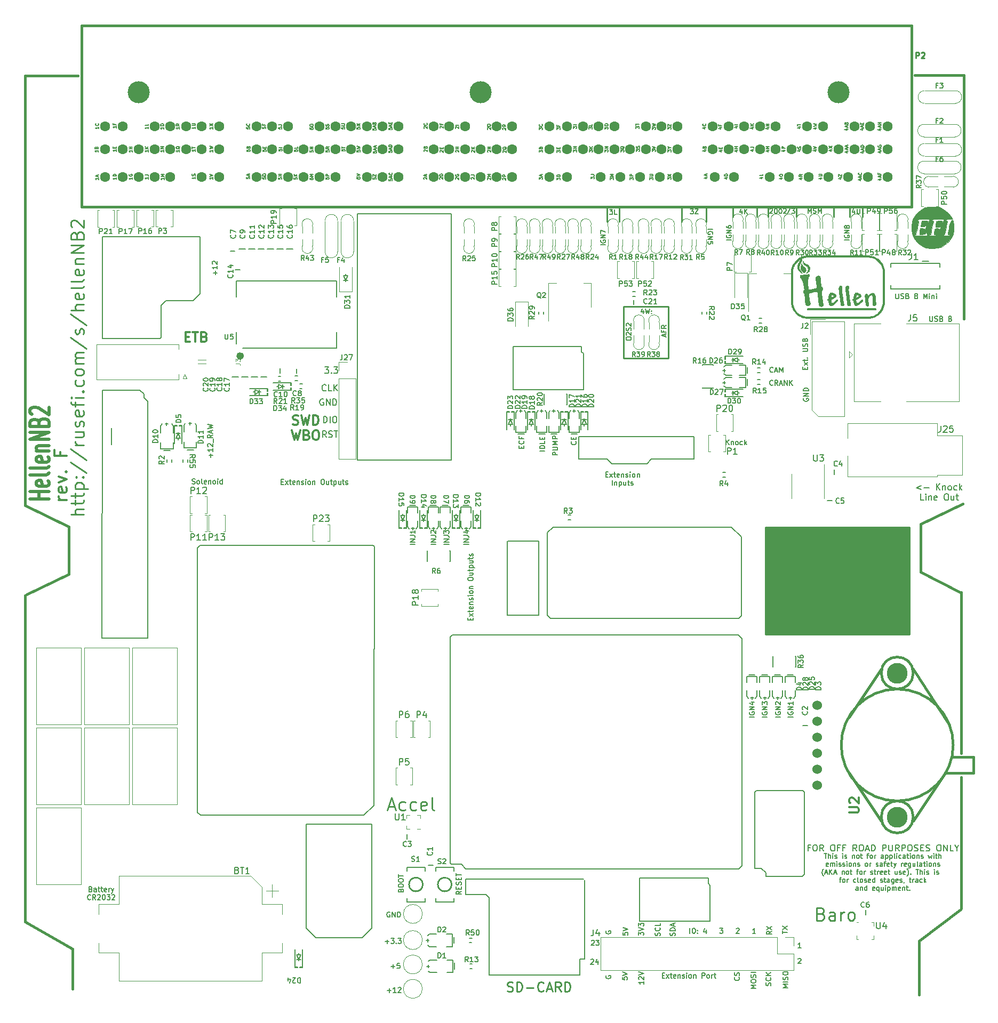
<source format=gto>
G04 #@! TF.GenerationSoftware,KiCad,Pcbnew,(6.0.1)*
G04 #@! TF.CreationDate,2022-05-23T18:47:54+03:00*
G04 #@! TF.ProjectId,hellen72_NB2,68656c6c-656e-4373-925f-4e42322e6b69,b*
G04 #@! TF.SameCoordinates,PX141ef50PYa2cc1bc*
G04 #@! TF.FileFunction,Legend,Top*
G04 #@! TF.FilePolarity,Positive*
%FSLAX46Y46*%
G04 Gerber Fmt 4.6, Leading zero omitted, Abs format (unit mm)*
G04 Created by KiCad (PCBNEW (6.0.1)) date 2022-05-23 18:47:54*
%MOMM*%
%LPD*%
G01*
G04 APERTURE LIST*
%ADD10C,0.250000*%
%ADD11C,0.381000*%
%ADD12C,0.127000*%
%ADD13C,0.170000*%
%ADD14C,0.150000*%
%ADD15C,0.300000*%
%ADD16C,0.500000*%
%ADD17C,0.200000*%
%ADD18C,0.375000*%
%ADD19C,0.180000*%
%ADD20C,0.222250*%
%ADD21C,0.304800*%
%ADD22C,0.120000*%
%ADD23C,0.002540*%
%ADD24C,0.099060*%
%ADD25C,0.203200*%
%ADD26C,0.254000*%
%ADD27C,0.616000*%
%ADD28C,3.500000*%
%ADD29C,1.600000*%
%ADD30C,3.302000*%
%ADD31C,1.524000*%
G04 APERTURE END LIST*
D10*
X106409680Y126255340D02*
X106409680Y123969340D01*
X104301680Y110505340D02*
X104301680Y102305340D01*
X124601530Y126256870D02*
X124601530Y124732870D01*
D11*
X2151680Y147130340D02*
X10551680Y147155340D01*
D10*
X96503680Y126255340D02*
X96503680Y123969340D01*
X97201680Y102305340D02*
X104301680Y102305340D01*
X133079680Y126255340D02*
X133079680Y124731340D01*
X97201680Y110505340D02*
X104301680Y110505340D01*
D11*
X144312640Y75950000D02*
X144312640Y68350000D01*
D10*
X94557054Y126224579D02*
X94557054Y123938579D01*
D11*
X144087640Y9705340D02*
X150687640Y14705340D01*
X151162640Y147255340D02*
X143351680Y147255340D01*
X151012640Y79150000D02*
X144312640Y75950000D01*
X151162640Y108555340D02*
X151162640Y147005340D01*
X9114040Y67955340D02*
X9114040Y75555340D01*
X9114040Y75555340D02*
X2176680Y78955340D01*
D10*
X120125680Y126255340D02*
X120125680Y124731340D01*
D11*
X2414040Y64755340D02*
X9114040Y67955340D01*
D10*
X142576680Y75430340D02*
X119676680Y75430340D01*
X119676680Y75430340D02*
X119676680Y58430340D01*
X119676680Y58430340D02*
X142576680Y58430340D01*
X142576680Y58430340D02*
X142576680Y75430340D01*
G36*
X142576680Y75430340D02*
G01*
X119676680Y75430340D01*
X119676680Y58430340D01*
X142576680Y58430340D01*
X142576680Y75430340D01*
G37*
X97201680Y110505340D02*
X97201680Y102305340D01*
X118347680Y126255340D02*
X118347680Y124731340D01*
X130539680Y126255340D02*
X130539680Y124731340D01*
X110281693Y126229724D02*
X110281693Y123943724D01*
X114537680Y126255340D02*
X114537680Y124731340D01*
X135111680Y126255340D02*
X135111680Y124731340D01*
D11*
X9701680Y2105340D02*
X9662640Y8305340D01*
X2162640Y79030340D02*
X2162640Y147130340D01*
X144312640Y68350000D02*
X150612640Y65150000D01*
X144101680Y1212400D02*
X144101680Y9755340D01*
X9662640Y8500000D02*
X2162640Y12800000D01*
X150762640Y39512400D02*
X150762640Y65130340D01*
X2162640Y12805340D02*
X2162640Y64605340D01*
X150762640Y14905340D02*
X150762640Y35712400D01*
D12*
X54813162Y138967706D02*
X54813162Y138725801D01*
X55055067Y138701611D01*
X55030876Y138725801D01*
X55006686Y138774182D01*
X55006686Y138895135D01*
X55030876Y138943516D01*
X55055067Y138967706D01*
X55103448Y138991897D01*
X55224400Y138991897D01*
X55272781Y138967706D01*
X55296972Y138943516D01*
X55321162Y138895135D01*
X55321162Y138774182D01*
X55296972Y138725801D01*
X55272781Y138701611D01*
X54813162Y139161230D02*
X55321162Y139499897D01*
X54813162Y139499897D02*
X55321162Y139161230D01*
X109888363Y138947295D02*
X110227030Y138947295D01*
X109694840Y138826343D02*
X110057697Y138705391D01*
X110057697Y139019867D01*
X110178649Y139503676D02*
X110202840Y139479486D01*
X110227030Y139406914D01*
X110227030Y139358533D01*
X110202840Y139285962D01*
X110154459Y139237581D01*
X110106078Y139213391D01*
X110009316Y139189200D01*
X109936744Y139189200D01*
X109839982Y139213391D01*
X109791601Y139237581D01*
X109743221Y139285962D01*
X109719030Y139358533D01*
X109719030Y139406914D01*
X109743221Y139479486D01*
X109767411Y139503676D01*
X37333217Y138990501D02*
X37333217Y138748596D01*
X37575122Y138724406D01*
X37550931Y138748596D01*
X37526741Y138796977D01*
X37526741Y138917929D01*
X37550931Y138966310D01*
X37575122Y138990501D01*
X37623503Y139014691D01*
X37744455Y139014691D01*
X37792836Y138990501D01*
X37817027Y138966310D01*
X37841217Y138917929D01*
X37841217Y138796977D01*
X37817027Y138748596D01*
X37792836Y138724406D01*
X37792836Y139522691D02*
X37817027Y139498501D01*
X37841217Y139425929D01*
X37841217Y139377548D01*
X37817027Y139304977D01*
X37768646Y139256596D01*
X37720265Y139232406D01*
X37623503Y139208215D01*
X37550931Y139208215D01*
X37454169Y139232406D01*
X37405788Y139256596D01*
X37357408Y139304977D01*
X37333217Y139377548D01*
X37333217Y139425929D01*
X37357408Y139498501D01*
X37381598Y139522691D01*
X94158041Y138669912D02*
X94158041Y138984388D01*
X94351565Y138815055D01*
X94351565Y138887626D01*
X94375755Y138936007D01*
X94399946Y138960198D01*
X94448327Y138984388D01*
X94569279Y138984388D01*
X94617660Y138960198D01*
X94641851Y138936007D01*
X94666041Y138887626D01*
X94666041Y138742483D01*
X94641851Y138694102D01*
X94617660Y138669912D01*
X94158041Y139298864D02*
X94158041Y139395626D01*
X94182232Y139444007D01*
X94230612Y139492388D01*
X94327374Y139516579D01*
X94496708Y139516579D01*
X94593470Y139492388D01*
X94641851Y139444007D01*
X94666041Y139395626D01*
X94666041Y139298864D01*
X94641851Y139250483D01*
X94593470Y139202102D01*
X94496708Y139177912D01*
X94327374Y139177912D01*
X94230612Y139202102D01*
X94182232Y139250483D01*
X94158041Y139298864D01*
X73074180Y135026055D02*
X73049990Y135050245D01*
X73025799Y135098626D01*
X73025799Y135219578D01*
X73049990Y135267959D01*
X73074180Y135292150D01*
X73122561Y135316340D01*
X73170942Y135316340D01*
X73243513Y135292150D01*
X73533799Y135001864D01*
X73533799Y135316340D01*
X73533799Y135534055D02*
X73025799Y135534055D01*
X73533799Y135824340D02*
X73243513Y135606626D01*
X73025799Y135824340D02*
X73316085Y135534055D01*
D13*
X71413584Y17618436D02*
X71032632Y17351769D01*
X71413584Y17161293D02*
X70613584Y17161293D01*
X70613584Y17466055D01*
X70651680Y17542245D01*
X70689775Y17580340D01*
X70765965Y17618436D01*
X70880251Y17618436D01*
X70956441Y17580340D01*
X70994537Y17542245D01*
X71032632Y17466055D01*
X71032632Y17161293D01*
X70994537Y17961293D02*
X70994537Y18227960D01*
X71413584Y18342245D02*
X71413584Y17961293D01*
X70613584Y17961293D01*
X70613584Y18342245D01*
X71375489Y18647007D02*
X71413584Y18761293D01*
X71413584Y18951769D01*
X71375489Y19027960D01*
X71337394Y19066055D01*
X71261203Y19104150D01*
X71185013Y19104150D01*
X71108822Y19066055D01*
X71070727Y19027960D01*
X71032632Y18951769D01*
X70994537Y18799388D01*
X70956441Y18723198D01*
X70918346Y18685102D01*
X70842156Y18647007D01*
X70765965Y18647007D01*
X70689775Y18685102D01*
X70651680Y18723198D01*
X70613584Y18799388D01*
X70613584Y18989864D01*
X70651680Y19104150D01*
X70994537Y19447007D02*
X70994537Y19713674D01*
X71413584Y19827960D02*
X71413584Y19447007D01*
X70613584Y19447007D01*
X70613584Y19827960D01*
X70613584Y20056531D02*
X70613584Y20513674D01*
X71413584Y20285102D02*
X70613584Y20285102D01*
X60240965Y5698198D02*
X60850489Y5698198D01*
X60545727Y5393436D02*
X60545727Y6002960D01*
X61612394Y6193436D02*
X61231441Y6193436D01*
X61193346Y5812483D01*
X61231441Y5850579D01*
X61307632Y5888674D01*
X61498108Y5888674D01*
X61574299Y5850579D01*
X61612394Y5812483D01*
X61650489Y5736293D01*
X61650489Y5545817D01*
X61612394Y5469626D01*
X61574299Y5431531D01*
X61498108Y5393436D01*
X61307632Y5393436D01*
X61231441Y5431531D01*
X61193346Y5469626D01*
D14*
X126436243Y125334122D02*
X126436243Y126096122D01*
X126690243Y125551836D01*
X126944243Y126096122D01*
X126944243Y125334122D01*
X127270814Y125370408D02*
X127379671Y125334122D01*
X127561100Y125334122D01*
X127633671Y125370408D01*
X127669957Y125406694D01*
X127706243Y125479265D01*
X127706243Y125551836D01*
X127669957Y125624408D01*
X127633671Y125660694D01*
X127561100Y125696979D01*
X127415957Y125733265D01*
X127343386Y125769551D01*
X127307100Y125805836D01*
X127270814Y125878408D01*
X127270814Y125950979D01*
X127307100Y126023551D01*
X127343386Y126059836D01*
X127415957Y126096122D01*
X127597386Y126096122D01*
X127706243Y126059836D01*
X128032814Y125334122D02*
X128032814Y126096122D01*
X128286814Y125551836D01*
X128540814Y126096122D01*
X128540814Y125334122D01*
D12*
X57429920Y135152128D02*
X57429920Y134910224D01*
X57671825Y134886033D01*
X57647634Y134910224D01*
X57623444Y134958604D01*
X57623444Y135079557D01*
X57647634Y135127938D01*
X57671825Y135152128D01*
X57720206Y135176319D01*
X57841158Y135176319D01*
X57889539Y135152128D01*
X57913730Y135127938D01*
X57937920Y135079557D01*
X57937920Y134958604D01*
X57913730Y134910224D01*
X57889539Y134886033D01*
X57792777Y135369843D02*
X57792777Y135611747D01*
X57937920Y135321462D02*
X57429920Y135490795D01*
X57937920Y135660128D01*
X57792777Y135805271D02*
X57792777Y136047176D01*
X57937920Y135756890D02*
X57429920Y135926224D01*
X57937920Y136095557D01*
X122093138Y130940050D02*
X122431805Y130940050D01*
X121899615Y130819098D02*
X122262472Y130698145D01*
X122262472Y131012622D01*
X121923805Y131302907D02*
X121923805Y131399669D01*
X121947996Y131448050D01*
X121996376Y131496431D01*
X122093138Y131520622D01*
X122262472Y131520622D01*
X122359234Y131496431D01*
X122407615Y131448050D01*
X122431805Y131399669D01*
X122431805Y131302907D01*
X122407615Y131254526D01*
X122359234Y131206145D01*
X122262472Y131181955D01*
X122093138Y131181955D01*
X121996376Y131206145D01*
X121947996Y131254526D01*
X121923805Y131302907D01*
X117442018Y138941783D02*
X117780685Y138941783D01*
X117248495Y138820831D02*
X117611352Y138699879D01*
X117611352Y139014355D01*
X117780685Y139207879D02*
X117272685Y139207879D01*
X117780685Y139498164D02*
X117490399Y139280450D01*
X117272685Y139498164D02*
X117562971Y139207879D01*
X119946054Y135317381D02*
X120284721Y135317381D01*
X119752531Y135196428D02*
X120115388Y135075476D01*
X120115388Y135389952D01*
X120284721Y135583476D02*
X119776721Y135583476D01*
X120139578Y135752809D01*
X119776721Y135922143D01*
X120284721Y135922143D01*
D13*
X120899299Y100119626D02*
X120861203Y100081531D01*
X120746918Y100043436D01*
X120670727Y100043436D01*
X120556441Y100081531D01*
X120480251Y100157721D01*
X120442156Y100233912D01*
X120404060Y100386293D01*
X120404060Y100500579D01*
X120442156Y100652960D01*
X120480251Y100729150D01*
X120556441Y100805340D01*
X120670727Y100843436D01*
X120746918Y100843436D01*
X120861203Y100805340D01*
X120899299Y100767245D01*
X121204060Y100272007D02*
X121585013Y100272007D01*
X121127870Y100043436D02*
X121394537Y100843436D01*
X121661203Y100043436D01*
X121927870Y100043436D02*
X121927870Y100843436D01*
X122194537Y100272007D01*
X122461203Y100843436D01*
X122461203Y100043436D01*
D12*
X21721986Y135351230D02*
X21721986Y135060945D01*
X21721986Y135206087D02*
X21213986Y135206087D01*
X21286557Y135157707D01*
X21334938Y135109326D01*
X21359129Y135060945D01*
X21721986Y135568945D02*
X21213986Y135568945D01*
X21721986Y135859230D02*
X21431700Y135641516D01*
X21213986Y135859230D02*
X21504272Y135568945D01*
X65510213Y135133039D02*
X65486023Y135157229D01*
X65461832Y135205610D01*
X65461832Y135326562D01*
X65486023Y135374943D01*
X65510213Y135399134D01*
X65558594Y135423324D01*
X65606975Y135423324D01*
X65679546Y135399134D01*
X65969832Y135108848D01*
X65969832Y135423324D01*
X65703737Y135810372D02*
X65727927Y135882943D01*
X65752118Y135907134D01*
X65800499Y135931324D01*
X65873070Y135931324D01*
X65921451Y135907134D01*
X65945642Y135882943D01*
X65969832Y135834562D01*
X65969832Y135641039D01*
X65461832Y135641039D01*
X65461832Y135810372D01*
X65486023Y135858753D01*
X65510213Y135882943D01*
X65558594Y135907134D01*
X65606975Y135907134D01*
X65655356Y135882943D01*
X65679546Y135858753D01*
X65703737Y135810372D01*
X65703737Y135641039D01*
D13*
X120664284Y11270520D02*
X120283332Y11003853D01*
X120664284Y10813377D02*
X119864284Y10813377D01*
X119864284Y11118139D01*
X119902380Y11194329D01*
X119940475Y11232424D01*
X120016665Y11270520D01*
X120130951Y11270520D01*
X120207141Y11232424D01*
X120245237Y11194329D01*
X120283332Y11118139D01*
X120283332Y10813377D01*
X119864284Y11537186D02*
X120664284Y12070520D01*
X119864284Y12070520D02*
X120664284Y11537186D01*
D12*
X83814379Y135019271D02*
X83814379Y135333747D01*
X84007903Y135164414D01*
X84007903Y135236985D01*
X84032093Y135285366D01*
X84056284Y135309557D01*
X84104665Y135333747D01*
X84225617Y135333747D01*
X84273998Y135309557D01*
X84298189Y135285366D01*
X84322379Y135236985D01*
X84322379Y135091843D01*
X84298189Y135043462D01*
X84273998Y135019271D01*
X84056284Y135720795D02*
X84080474Y135793366D01*
X84104665Y135817557D01*
X84153046Y135841747D01*
X84225617Y135841747D01*
X84273998Y135817557D01*
X84298189Y135793366D01*
X84322379Y135744985D01*
X84322379Y135551462D01*
X83814379Y135551462D01*
X83814379Y135720795D01*
X83838570Y135769176D01*
X83862760Y135793366D01*
X83911141Y135817557D01*
X83959522Y135817557D01*
X84007903Y135793366D01*
X84032093Y135769176D01*
X84056284Y135720795D01*
X84056284Y135551462D01*
D14*
X133017538Y121059028D02*
X132255538Y121059028D01*
X132291824Y121821028D02*
X132255538Y121748457D01*
X132255538Y121639600D01*
X132291824Y121530743D01*
X132364395Y121458171D01*
X132436966Y121421886D01*
X132582109Y121385600D01*
X132690966Y121385600D01*
X132836109Y121421886D01*
X132908681Y121458171D01*
X132981252Y121530743D01*
X133017538Y121639600D01*
X133017538Y121712171D01*
X132981252Y121821028D01*
X132944966Y121857314D01*
X132690966Y121857314D01*
X132690966Y121712171D01*
X133017538Y122183886D02*
X132255538Y122183886D01*
X133017538Y122619314D01*
X132255538Y122619314D01*
X132582109Y123091028D02*
X132545824Y123018457D01*
X132509538Y122982171D01*
X132436966Y122945886D01*
X132400681Y122945886D01*
X132328109Y122982171D01*
X132291824Y123018457D01*
X132255538Y123091028D01*
X132255538Y123236171D01*
X132291824Y123308743D01*
X132328109Y123345028D01*
X132400681Y123381314D01*
X132436966Y123381314D01*
X132509538Y123345028D01*
X132545824Y123308743D01*
X132582109Y123236171D01*
X132582109Y123091028D01*
X132618395Y123018457D01*
X132654681Y122982171D01*
X132727252Y122945886D01*
X132872395Y122945886D01*
X132944966Y122982171D01*
X132981252Y123018457D01*
X133017538Y123091028D01*
X133017538Y123236171D01*
X132981252Y123308743D01*
X132944966Y123345028D01*
X132872395Y123381314D01*
X132727252Y123381314D01*
X132654681Y123345028D01*
X132618395Y123308743D01*
X132582109Y123236171D01*
D12*
X78063466Y134979069D02*
X78039276Y135003260D01*
X78015085Y135051641D01*
X78015085Y135172593D01*
X78039276Y135220974D01*
X78063466Y135245165D01*
X78111847Y135269355D01*
X78160228Y135269355D01*
X78232799Y135245165D01*
X78523085Y134954879D01*
X78523085Y135269355D01*
X78571466Y135825736D02*
X78547276Y135777355D01*
X78498895Y135728974D01*
X78426323Y135656403D01*
X78402133Y135608022D01*
X78402133Y135559641D01*
X78523085Y135583831D02*
X78498895Y135535450D01*
X78450514Y135487069D01*
X78353752Y135462879D01*
X78184418Y135462879D01*
X78087656Y135487069D01*
X78039276Y135535450D01*
X78015085Y135583831D01*
X78015085Y135680593D01*
X78039276Y135728974D01*
X78087656Y135777355D01*
X78184418Y135801546D01*
X78353752Y135801546D01*
X78450514Y135777355D01*
X78498895Y135728974D01*
X78523085Y135680593D01*
X78523085Y135583831D01*
X75586268Y138649047D02*
X75562078Y138673238D01*
X75537887Y138721619D01*
X75537887Y138842571D01*
X75562078Y138890952D01*
X75586268Y138915143D01*
X75634649Y138939333D01*
X75683030Y138939333D01*
X75755601Y138915143D01*
X76045887Y138624857D01*
X76045887Y138939333D01*
X75537887Y139253809D02*
X75537887Y139350571D01*
X75562078Y139398952D01*
X75610458Y139447333D01*
X75707220Y139471524D01*
X75876554Y139471524D01*
X75973316Y139447333D01*
X76021697Y139398952D01*
X76045887Y139350571D01*
X76045887Y139253809D01*
X76021697Y139205428D01*
X75973316Y139157047D01*
X75876554Y139132857D01*
X75707220Y139132857D01*
X75610458Y139157047D01*
X75562078Y139205428D01*
X75537887Y139253809D01*
X124970230Y135360198D02*
X125308897Y135360198D01*
X124776707Y135239245D02*
X125139564Y135118293D01*
X125139564Y135432769D01*
X125284707Y135602102D02*
X125308897Y135674674D01*
X125308897Y135795626D01*
X125284707Y135844007D01*
X125260516Y135868198D01*
X125212135Y135892388D01*
X125163754Y135892388D01*
X125115373Y135868198D01*
X125091183Y135844007D01*
X125066992Y135795626D01*
X125042802Y135698864D01*
X125018611Y135650483D01*
X124994421Y135626293D01*
X124946040Y135602102D01*
X124897659Y135602102D01*
X124849278Y135626293D01*
X124825088Y135650483D01*
X124800897Y135698864D01*
X124800897Y135819817D01*
X124825088Y135892388D01*
D14*
X103728680Y105716340D02*
X103728680Y106079198D01*
X103946394Y105643769D02*
X103184394Y105897769D01*
X103946394Y106151769D01*
X103547251Y106659769D02*
X103547251Y106405769D01*
X103946394Y106405769D02*
X103184394Y106405769D01*
X103184394Y106768626D01*
X103946394Y107494340D02*
X103583537Y107240340D01*
X103946394Y107058912D02*
X103184394Y107058912D01*
X103184394Y107349198D01*
X103220680Y107421769D01*
X103256965Y107458055D01*
X103329537Y107494340D01*
X103438394Y107494340D01*
X103510965Y107458055D01*
X103547251Y107421769D01*
X103583537Y107349198D01*
X103583537Y107058912D01*
D12*
X70527202Y130699681D02*
X70503012Y130723871D01*
X70478821Y130772252D01*
X70478821Y130893204D01*
X70503012Y130941585D01*
X70527202Y130965776D01*
X70575583Y130989966D01*
X70623964Y130989966D01*
X70696535Y130965776D01*
X70986821Y130675490D01*
X70986821Y130989966D01*
X70503012Y131473776D02*
X70478821Y131425395D01*
X70478821Y131352823D01*
X70503012Y131280252D01*
X70551392Y131231871D01*
X70599773Y131207681D01*
X70696535Y131183490D01*
X70769107Y131183490D01*
X70865869Y131207681D01*
X70914250Y131231871D01*
X70962631Y131280252D01*
X70986821Y131352823D01*
X70986821Y131401204D01*
X70962631Y131473776D01*
X70938440Y131497966D01*
X70769107Y131497966D01*
X70769107Y131401204D01*
D13*
X145762394Y108943436D02*
X145762394Y108295817D01*
X145800489Y108219626D01*
X145838584Y108181531D01*
X145914775Y108143436D01*
X146067156Y108143436D01*
X146143346Y108181531D01*
X146181441Y108219626D01*
X146219537Y108295817D01*
X146219537Y108943436D01*
X146562394Y108181531D02*
X146676680Y108143436D01*
X146867156Y108143436D01*
X146943346Y108181531D01*
X146981441Y108219626D01*
X147019537Y108295817D01*
X147019537Y108372007D01*
X146981441Y108448198D01*
X146943346Y108486293D01*
X146867156Y108524388D01*
X146714775Y108562483D01*
X146638584Y108600579D01*
X146600489Y108638674D01*
X146562394Y108714864D01*
X146562394Y108791055D01*
X146600489Y108867245D01*
X146638584Y108905340D01*
X146714775Y108943436D01*
X146905251Y108943436D01*
X147019537Y108905340D01*
X147629060Y108562483D02*
X147743346Y108524388D01*
X147781441Y108486293D01*
X147819537Y108410102D01*
X147819537Y108295817D01*
X147781441Y108219626D01*
X147743346Y108181531D01*
X147667156Y108143436D01*
X147362394Y108143436D01*
X147362394Y108943436D01*
X147629060Y108943436D01*
X147705251Y108905340D01*
X147743346Y108867245D01*
X147781441Y108791055D01*
X147781441Y108714864D01*
X147743346Y108638674D01*
X147705251Y108600579D01*
X147629060Y108562483D01*
X147362394Y108562483D01*
X149038584Y108562483D02*
X149152870Y108524388D01*
X149190965Y108486293D01*
X149229060Y108410102D01*
X149229060Y108295817D01*
X149190965Y108219626D01*
X149152870Y108181531D01*
X149076680Y108143436D01*
X148771918Y108143436D01*
X148771918Y108943436D01*
X149038584Y108943436D01*
X149114775Y108905340D01*
X149152870Y108867245D01*
X149190965Y108791055D01*
X149190965Y108714864D01*
X149152870Y108638674D01*
X149114775Y108600579D01*
X149038584Y108562483D01*
X148771918Y108562483D01*
D12*
X59870510Y135206692D02*
X59870510Y134964787D01*
X60112415Y134940596D01*
X60088224Y134964787D01*
X60064034Y135013168D01*
X60064034Y135134120D01*
X60088224Y135182501D01*
X60112415Y135206692D01*
X60160796Y135230882D01*
X60281748Y135230882D01*
X60330129Y135206692D01*
X60354320Y135182501D01*
X60378510Y135134120D01*
X60378510Y135013168D01*
X60354320Y134964787D01*
X60330129Y134940596D01*
X60233367Y135424406D02*
X60233367Y135666311D01*
X60378510Y135376025D02*
X59870510Y135545358D01*
X60378510Y135714692D01*
X60378510Y135884025D02*
X59870510Y135884025D01*
X59870510Y136004977D01*
X59894701Y136077549D01*
X59943081Y136125930D01*
X59991462Y136150120D01*
X60088224Y136174311D01*
X60160796Y136174311D01*
X60257558Y136150120D01*
X60305939Y136125930D01*
X60354320Y136077549D01*
X60378510Y136004977D01*
X60378510Y135884025D01*
X31944788Y139008579D02*
X31944788Y138718293D01*
X31944788Y138863436D02*
X31436788Y138863436D01*
X31509359Y138815055D01*
X31557740Y138766674D01*
X31581931Y138718293D01*
X31436788Y139177912D02*
X31944788Y139516579D01*
X31436788Y139516579D02*
X31944788Y139177912D01*
X75621158Y135055366D02*
X75596968Y135079557D01*
X75572777Y135127938D01*
X75572777Y135248890D01*
X75596968Y135297271D01*
X75621158Y135321462D01*
X75669539Y135345652D01*
X75717920Y135345652D01*
X75790491Y135321462D01*
X76080777Y135031176D01*
X76080777Y135345652D01*
X76080777Y135563366D02*
X75572777Y135563366D01*
X76080777Y135853652D01*
X75572777Y135853652D01*
D15*
X8806441Y79798198D02*
X7473108Y79798198D01*
X7854060Y79798198D02*
X7663584Y79893436D01*
X7568346Y79988674D01*
X7473108Y80179150D01*
X7473108Y80369626D01*
X8711203Y81798198D02*
X8806441Y81607721D01*
X8806441Y81226769D01*
X8711203Y81036293D01*
X8520727Y80941055D01*
X7758822Y80941055D01*
X7568346Y81036293D01*
X7473108Y81226769D01*
X7473108Y81607721D01*
X7568346Y81798198D01*
X7758822Y81893436D01*
X7949299Y81893436D01*
X8139775Y80941055D01*
X7473108Y82560102D02*
X8806441Y83036293D01*
X7473108Y83512483D01*
X8615965Y84274388D02*
X8711203Y84369626D01*
X8806441Y84274388D01*
X8711203Y84179150D01*
X8615965Y84274388D01*
X8806441Y84274388D01*
X7758822Y87417245D02*
X7758822Y86750579D01*
X8806441Y86750579D02*
X6806441Y86750579D01*
X6806441Y87702960D01*
D13*
X122364284Y10899091D02*
X122364284Y11356234D01*
X123164284Y11127662D02*
X122364284Y11127662D01*
X122364284Y11546710D02*
X123164284Y12080043D01*
X122364284Y12080043D02*
X123164284Y11546710D01*
D12*
X91994854Y130786731D02*
X91994854Y131101208D01*
X92188378Y130931874D01*
X92188378Y131004446D01*
X92212568Y131052827D01*
X92236759Y131077017D01*
X92285140Y131101208D01*
X92406092Y131101208D01*
X92454473Y131077017D01*
X92478664Y131052827D01*
X92502854Y131004446D01*
X92502854Y130859303D01*
X92478664Y130810922D01*
X92454473Y130786731D01*
X91994854Y131464065D02*
X92357711Y131464065D01*
X92430283Y131439874D01*
X92478664Y131391493D01*
X92502854Y131318922D01*
X92502854Y131270541D01*
D13*
X117947584Y45299340D02*
X117147584Y45299340D01*
X117185680Y46099340D02*
X117147584Y46023150D01*
X117147584Y45908864D01*
X117185680Y45794579D01*
X117261870Y45718388D01*
X117338060Y45680293D01*
X117490441Y45642198D01*
X117604727Y45642198D01*
X117757108Y45680293D01*
X117833299Y45718388D01*
X117909489Y45794579D01*
X117947584Y45908864D01*
X117947584Y45985055D01*
X117909489Y46099340D01*
X117871394Y46137436D01*
X117604727Y46137436D01*
X117604727Y45985055D01*
X117947584Y46480293D02*
X117147584Y46480293D01*
X117947584Y46937436D01*
X117147584Y46937436D01*
X117414251Y47661245D02*
X117947584Y47661245D01*
X117109489Y47470769D02*
X117680918Y47280293D01*
X117680918Y47775531D01*
D12*
X86586887Y130621585D02*
X86586887Y130936061D01*
X86780411Y130766728D01*
X86780411Y130839299D01*
X86804601Y130887680D01*
X86828792Y130911871D01*
X86877173Y130936061D01*
X86998125Y130936061D01*
X87046506Y130911871D01*
X87070697Y130887680D01*
X87094887Y130839299D01*
X87094887Y130694157D01*
X87070697Y130645776D01*
X87046506Y130621585D01*
X87094887Y131153776D02*
X86586887Y131153776D01*
X86586887Y131274728D01*
X86611078Y131347299D01*
X86659458Y131395680D01*
X86707839Y131419871D01*
X86804601Y131444061D01*
X86877173Y131444061D01*
X86973935Y131419871D01*
X87022316Y131395680D01*
X87070697Y131347299D01*
X87094887Y131274728D01*
X87094887Y131153776D01*
X52440634Y135457296D02*
X52440634Y135215391D01*
X52682539Y135191201D01*
X52658348Y135215391D01*
X52634158Y135263772D01*
X52634158Y135384725D01*
X52658348Y135433106D01*
X52682539Y135457296D01*
X52730920Y135481487D01*
X52851872Y135481487D01*
X52900253Y135457296D01*
X52924444Y135433106D01*
X52948634Y135384725D01*
X52948634Y135263772D01*
X52924444Y135215391D01*
X52900253Y135191201D01*
X52440634Y135626629D02*
X52440634Y135916915D01*
X52948634Y135771772D02*
X52440634Y135771772D01*
D13*
X123264284Y2313377D02*
X122464284Y2313377D01*
X123035713Y2580043D01*
X122464284Y2846710D01*
X123264284Y2846710D01*
X123264284Y3227662D02*
X122464284Y3227662D01*
X123226189Y3570520D02*
X123264284Y3684805D01*
X123264284Y3875281D01*
X123226189Y3951472D01*
X123188094Y3989567D01*
X123111903Y4027662D01*
X123035713Y4027662D01*
X122959522Y3989567D01*
X122921427Y3951472D01*
X122883332Y3875281D01*
X122845237Y3722900D01*
X122807141Y3646710D01*
X122769046Y3608615D01*
X122692856Y3570520D01*
X122616665Y3570520D01*
X122540475Y3608615D01*
X122502380Y3646710D01*
X122464284Y3722900D01*
X122464284Y3913377D01*
X122502380Y4027662D01*
X122464284Y4522900D02*
X122464284Y4675281D01*
X122502380Y4751472D01*
X122578570Y4827662D01*
X122730951Y4865758D01*
X122997618Y4865758D01*
X123149999Y4827662D01*
X123226189Y4751472D01*
X123264284Y4675281D01*
X123264284Y4522900D01*
X123226189Y4446710D01*
X123149999Y4370520D01*
X122997618Y4332424D01*
X122730951Y4332424D01*
X122578570Y4370520D01*
X122502380Y4446710D01*
X122464284Y4522900D01*
X72589584Y72708317D02*
X71789584Y72708317D01*
X72589584Y73089269D02*
X71789584Y73089269D01*
X72589584Y73546412D01*
X71789584Y73546412D01*
X71789584Y74155936D02*
X72361013Y74155936D01*
X72475299Y74117840D01*
X72551489Y74041650D01*
X72589584Y73927364D01*
X72589584Y73851174D01*
X72056251Y74879745D02*
X72589584Y74879745D01*
X71751489Y74689269D02*
X72322918Y74498793D01*
X72322918Y74994031D01*
D12*
X134940750Y138748260D02*
X135279417Y138748260D01*
X134747227Y138627307D02*
X135110084Y138506355D01*
X135110084Y138820831D01*
X135134274Y138990164D02*
X135134274Y139232069D01*
X135279417Y138941783D02*
X134771417Y139111117D01*
X135279417Y139280450D01*
X135013322Y139449783D02*
X135013322Y139619117D01*
X135279417Y139691688D02*
X135279417Y139449783D01*
X134771417Y139449783D01*
X134771417Y139691688D01*
X24164294Y138967706D02*
X24164294Y138677420D01*
X24164294Y138822563D02*
X23656294Y138822563D01*
X23728865Y138774182D01*
X23777246Y138725801D01*
X23801437Y138677420D01*
X23656294Y139282182D02*
X23656294Y139378944D01*
X23680485Y139427325D01*
X23728865Y139475706D01*
X23825627Y139499897D01*
X23994961Y139499897D01*
X24091723Y139475706D01*
X24140104Y139427325D01*
X24164294Y139378944D01*
X24164294Y139282182D01*
X24140104Y139233801D01*
X24091723Y139185420D01*
X23994961Y139161230D01*
X23825627Y139161230D01*
X23728865Y139185420D01*
X23680485Y139233801D01*
X23656294Y139282182D01*
X104171503Y138658405D02*
X104171503Y138972882D01*
X104365027Y138803548D01*
X104365027Y138876120D01*
X104389217Y138924501D01*
X104413408Y138948691D01*
X104461789Y138972882D01*
X104582741Y138972882D01*
X104631122Y138948691D01*
X104655313Y138924501D01*
X104679503Y138876120D01*
X104679503Y138730977D01*
X104655313Y138682596D01*
X104631122Y138658405D01*
X104171503Y139142215D02*
X104171503Y139480882D01*
X104679503Y139142215D01*
X104679503Y139480882D01*
D10*
X78724894Y1798198D02*
X78939180Y1726769D01*
X79296322Y1726769D01*
X79439180Y1798198D01*
X79510608Y1869626D01*
X79582037Y2012483D01*
X79582037Y2155340D01*
X79510608Y2298198D01*
X79439180Y2369626D01*
X79296322Y2441055D01*
X79010608Y2512483D01*
X78867751Y2583912D01*
X78796322Y2655340D01*
X78724894Y2798198D01*
X78724894Y2941055D01*
X78796322Y3083912D01*
X78867751Y3155340D01*
X79010608Y3226769D01*
X79367751Y3226769D01*
X79582037Y3155340D01*
X80224894Y1726769D02*
X80224894Y3226769D01*
X80582037Y3226769D01*
X80796322Y3155340D01*
X80939180Y3012483D01*
X81010608Y2869626D01*
X81082037Y2583912D01*
X81082037Y2369626D01*
X81010608Y2083912D01*
X80939180Y1941055D01*
X80796322Y1798198D01*
X80582037Y1726769D01*
X80224894Y1726769D01*
X81724894Y2298198D02*
X82867751Y2298198D01*
X84439180Y1869626D02*
X84367751Y1798198D01*
X84153465Y1726769D01*
X84010608Y1726769D01*
X83796322Y1798198D01*
X83653465Y1941055D01*
X83582037Y2083912D01*
X83510608Y2369626D01*
X83510608Y2583912D01*
X83582037Y2869626D01*
X83653465Y3012483D01*
X83796322Y3155340D01*
X84010608Y3226769D01*
X84153465Y3226769D01*
X84367751Y3155340D01*
X84439180Y3083912D01*
X85010608Y2155340D02*
X85724894Y2155340D01*
X84867751Y1726769D02*
X85367751Y3226769D01*
X85867751Y1726769D01*
X87224894Y1726769D02*
X86724894Y2441055D01*
X86367751Y1726769D02*
X86367751Y3226769D01*
X86939180Y3226769D01*
X87082037Y3155340D01*
X87153465Y3083912D01*
X87224894Y2941055D01*
X87224894Y2726769D01*
X87153465Y2583912D01*
X87082037Y2512483D01*
X86939180Y2441055D01*
X86367751Y2441055D01*
X87867751Y1726769D02*
X87867751Y3226769D01*
X88224894Y3226769D01*
X88439180Y3155340D01*
X88582037Y3012483D01*
X88653465Y2869626D01*
X88724894Y2583912D01*
X88724894Y2369626D01*
X88653465Y2083912D01*
X88582037Y1941055D01*
X88439180Y1798198D01*
X88224894Y1726769D01*
X87867751Y1726769D01*
D12*
X127439376Y135389952D02*
X127778043Y135389952D01*
X127245853Y135269000D02*
X127608710Y135148047D01*
X127608710Y135462524D01*
X127270043Y135583476D02*
X127778043Y135752809D01*
X127270043Y135922143D01*
X94192931Y135076231D02*
X94192931Y135390707D01*
X94386455Y135221374D01*
X94386455Y135293945D01*
X94410645Y135342326D01*
X94434836Y135366517D01*
X94483217Y135390707D01*
X94604169Y135390707D01*
X94652550Y135366517D01*
X94676741Y135342326D01*
X94700931Y135293945D01*
X94700931Y135148802D01*
X94676741Y135100421D01*
X94652550Y135076231D01*
X94700931Y135608421D02*
X94192931Y135608421D01*
X94700931Y135898707D01*
X94192931Y135898707D01*
X26676382Y135384388D02*
X26676382Y135094102D01*
X26676382Y135239245D02*
X26168382Y135239245D01*
X26240953Y135190864D01*
X26289334Y135142483D01*
X26313525Y135094102D01*
X26724763Y135940769D02*
X26700573Y135892388D01*
X26652192Y135844007D01*
X26579620Y135771436D01*
X26555430Y135723055D01*
X26555430Y135674674D01*
X26676382Y135698864D02*
X26652192Y135650483D01*
X26603811Y135602102D01*
X26507049Y135577912D01*
X26337715Y135577912D01*
X26240953Y135602102D01*
X26192573Y135650483D01*
X26168382Y135698864D01*
X26168382Y135795626D01*
X26192573Y135844007D01*
X26240953Y135892388D01*
X26337715Y135916579D01*
X26507049Y135916579D01*
X26603811Y135892388D01*
X26652192Y135844007D01*
X26676382Y135795626D01*
X26676382Y135698864D01*
D14*
X144442156Y82024626D02*
X143680251Y81738912D01*
X144442156Y81453198D01*
X144823108Y81691293D02*
X145680251Y81691293D01*
X146823108Y81357960D02*
X146823108Y82357960D01*
X147394537Y81357960D02*
X146965965Y81929388D01*
X147394537Y82357960D02*
X146823108Y81786531D01*
X147823108Y82024626D02*
X147823108Y81357960D01*
X147823108Y81929388D02*
X147870727Y81977007D01*
X147965965Y82024626D01*
X148108822Y82024626D01*
X148204060Y81977007D01*
X148251680Y81881769D01*
X148251680Y81357960D01*
X148870727Y81357960D02*
X148775489Y81405579D01*
X148727870Y81453198D01*
X148680251Y81548436D01*
X148680251Y81834150D01*
X148727870Y81929388D01*
X148775489Y81977007D01*
X148870727Y82024626D01*
X149013584Y82024626D01*
X149108822Y81977007D01*
X149156441Y81929388D01*
X149204060Y81834150D01*
X149204060Y81548436D01*
X149156441Y81453198D01*
X149108822Y81405579D01*
X149013584Y81357960D01*
X148870727Y81357960D01*
X150061203Y81405579D02*
X149965965Y81357960D01*
X149775489Y81357960D01*
X149680251Y81405579D01*
X149632632Y81453198D01*
X149585013Y81548436D01*
X149585013Y81834150D01*
X149632632Y81929388D01*
X149680251Y81977007D01*
X149775489Y82024626D01*
X149965965Y82024626D01*
X150061203Y81977007D01*
X150489775Y81357960D02*
X150489775Y82357960D01*
X150585013Y81738912D02*
X150870727Y81357960D01*
X150870727Y82024626D02*
X150489775Y81643674D01*
X144799299Y79747960D02*
X144323108Y79747960D01*
X144323108Y80747960D01*
X145132632Y79747960D02*
X145132632Y80414626D01*
X145132632Y80747960D02*
X145085013Y80700340D01*
X145132632Y80652721D01*
X145180251Y80700340D01*
X145132632Y80747960D01*
X145132632Y80652721D01*
X145608822Y80414626D02*
X145608822Y79747960D01*
X145608822Y80319388D02*
X145656441Y80367007D01*
X145751680Y80414626D01*
X145894537Y80414626D01*
X145989775Y80367007D01*
X146037394Y80271769D01*
X146037394Y79747960D01*
X146894537Y79795579D02*
X146799299Y79747960D01*
X146608822Y79747960D01*
X146513584Y79795579D01*
X146465965Y79890817D01*
X146465965Y80271769D01*
X146513584Y80367007D01*
X146608822Y80414626D01*
X146799299Y80414626D01*
X146894537Y80367007D01*
X146942156Y80271769D01*
X146942156Y80176531D01*
X146465965Y80081293D01*
X148323108Y80747960D02*
X148513584Y80747960D01*
X148608822Y80700340D01*
X148704060Y80605102D01*
X148751680Y80414626D01*
X148751680Y80081293D01*
X148704060Y79890817D01*
X148608822Y79795579D01*
X148513584Y79747960D01*
X148323108Y79747960D01*
X148227870Y79795579D01*
X148132632Y79890817D01*
X148085013Y80081293D01*
X148085013Y80414626D01*
X148132632Y80605102D01*
X148227870Y80700340D01*
X148323108Y80747960D01*
X149608822Y80414626D02*
X149608822Y79747960D01*
X149180251Y80414626D02*
X149180251Y79890817D01*
X149227870Y79795579D01*
X149323108Y79747960D01*
X149465965Y79747960D01*
X149561203Y79795579D01*
X149608822Y79843198D01*
X149942156Y80414626D02*
X150323108Y80414626D01*
X150085013Y80747960D02*
X150085013Y79890817D01*
X150132632Y79795579D01*
X150227870Y79747960D01*
X150323108Y79747960D01*
X133834597Y125769774D02*
X133834597Y125261774D01*
X133653168Y126060060D02*
X133471739Y125515774D01*
X133943454Y125515774D01*
X134233739Y126023774D02*
X134233739Y125406917D01*
X134270025Y125334346D01*
X134306311Y125298060D01*
X134378882Y125261774D01*
X134524025Y125261774D01*
X134596597Y125298060D01*
X134632882Y125334346D01*
X134669168Y125406917D01*
X134669168Y126023774D01*
D13*
X42844537Y82662483D02*
X43111203Y82662483D01*
X43225489Y82243436D02*
X42844537Y82243436D01*
X42844537Y83043436D01*
X43225489Y83043436D01*
X43492156Y82243436D02*
X43911203Y82776769D01*
X43492156Y82776769D02*
X43911203Y82243436D01*
X44101680Y82776769D02*
X44406441Y82776769D01*
X44215965Y83043436D02*
X44215965Y82357721D01*
X44254060Y82281531D01*
X44330251Y82243436D01*
X44406441Y82243436D01*
X44977870Y82281531D02*
X44901680Y82243436D01*
X44749299Y82243436D01*
X44673108Y82281531D01*
X44635013Y82357721D01*
X44635013Y82662483D01*
X44673108Y82738674D01*
X44749299Y82776769D01*
X44901680Y82776769D01*
X44977870Y82738674D01*
X45015965Y82662483D01*
X45015965Y82586293D01*
X44635013Y82510102D01*
X45358822Y82776769D02*
X45358822Y82243436D01*
X45358822Y82700579D02*
X45396918Y82738674D01*
X45473108Y82776769D01*
X45587394Y82776769D01*
X45663584Y82738674D01*
X45701680Y82662483D01*
X45701680Y82243436D01*
X46044537Y82281531D02*
X46120727Y82243436D01*
X46273108Y82243436D01*
X46349299Y82281531D01*
X46387394Y82357721D01*
X46387394Y82395817D01*
X46349299Y82472007D01*
X46273108Y82510102D01*
X46158822Y82510102D01*
X46082632Y82548198D01*
X46044537Y82624388D01*
X46044537Y82662483D01*
X46082632Y82738674D01*
X46158822Y82776769D01*
X46273108Y82776769D01*
X46349299Y82738674D01*
X46730251Y82243436D02*
X46730251Y82776769D01*
X46730251Y83043436D02*
X46692156Y83005340D01*
X46730251Y82967245D01*
X46768346Y83005340D01*
X46730251Y83043436D01*
X46730251Y82967245D01*
X47225489Y82243436D02*
X47149299Y82281531D01*
X47111203Y82319626D01*
X47073108Y82395817D01*
X47073108Y82624388D01*
X47111203Y82700579D01*
X47149299Y82738674D01*
X47225489Y82776769D01*
X47339775Y82776769D01*
X47415965Y82738674D01*
X47454060Y82700579D01*
X47492156Y82624388D01*
X47492156Y82395817D01*
X47454060Y82319626D01*
X47415965Y82281531D01*
X47339775Y82243436D01*
X47225489Y82243436D01*
X47835013Y82776769D02*
X47835013Y82243436D01*
X47835013Y82700579D02*
X47873108Y82738674D01*
X47949299Y82776769D01*
X48063584Y82776769D01*
X48139775Y82738674D01*
X48177870Y82662483D01*
X48177870Y82243436D01*
X49320727Y83043436D02*
X49473108Y83043436D01*
X49549299Y83005340D01*
X49625489Y82929150D01*
X49663584Y82776769D01*
X49663584Y82510102D01*
X49625489Y82357721D01*
X49549299Y82281531D01*
X49473108Y82243436D01*
X49320727Y82243436D01*
X49244537Y82281531D01*
X49168346Y82357721D01*
X49130251Y82510102D01*
X49130251Y82776769D01*
X49168346Y82929150D01*
X49244537Y83005340D01*
X49320727Y83043436D01*
X50349299Y82776769D02*
X50349299Y82243436D01*
X50006441Y82776769D02*
X50006441Y82357721D01*
X50044537Y82281531D01*
X50120727Y82243436D01*
X50235013Y82243436D01*
X50311203Y82281531D01*
X50349299Y82319626D01*
X50615965Y82776769D02*
X50920727Y82776769D01*
X50730251Y83043436D02*
X50730251Y82357721D01*
X50768346Y82281531D01*
X50844537Y82243436D01*
X50920727Y82243436D01*
X51187394Y82776769D02*
X51187394Y81976769D01*
X51187394Y82738674D02*
X51263584Y82776769D01*
X51415965Y82776769D01*
X51492156Y82738674D01*
X51530251Y82700579D01*
X51568346Y82624388D01*
X51568346Y82395817D01*
X51530251Y82319626D01*
X51492156Y82281531D01*
X51415965Y82243436D01*
X51263584Y82243436D01*
X51187394Y82281531D01*
X52254060Y82776769D02*
X52254060Y82243436D01*
X51911203Y82776769D02*
X51911203Y82357721D01*
X51949299Y82281531D01*
X52025489Y82243436D01*
X52139775Y82243436D01*
X52215965Y82281531D01*
X52254060Y82319626D01*
X52520727Y82776769D02*
X52825489Y82776769D01*
X52635013Y83043436D02*
X52635013Y82357721D01*
X52673108Y82281531D01*
X52749299Y82243436D01*
X52825489Y82243436D01*
X53054060Y82281531D02*
X53130251Y82243436D01*
X53282632Y82243436D01*
X53358822Y82281531D01*
X53396918Y82357721D01*
X53396918Y82395817D01*
X53358822Y82472007D01*
X53282632Y82510102D01*
X53168346Y82510102D01*
X53092156Y82548198D01*
X53054060Y82624388D01*
X53054060Y82662483D01*
X53092156Y82738674D01*
X53168346Y82776769D01*
X53282632Y82776769D01*
X53358822Y82738674D01*
X72844537Y60698198D02*
X72844537Y60964864D01*
X73263584Y61079150D02*
X73263584Y60698198D01*
X72463584Y60698198D01*
X72463584Y61079150D01*
X73263584Y61345817D02*
X72730251Y61764864D01*
X72730251Y61345817D02*
X73263584Y61764864D01*
X72730251Y61955340D02*
X72730251Y62260102D01*
X72463584Y62069626D02*
X73149299Y62069626D01*
X73225489Y62107721D01*
X73263584Y62183912D01*
X73263584Y62260102D01*
X73225489Y62831531D02*
X73263584Y62755340D01*
X73263584Y62602960D01*
X73225489Y62526769D01*
X73149299Y62488674D01*
X72844537Y62488674D01*
X72768346Y62526769D01*
X72730251Y62602960D01*
X72730251Y62755340D01*
X72768346Y62831531D01*
X72844537Y62869626D01*
X72920727Y62869626D01*
X72996918Y62488674D01*
X72730251Y63212483D02*
X73263584Y63212483D01*
X72806441Y63212483D02*
X72768346Y63250579D01*
X72730251Y63326769D01*
X72730251Y63441055D01*
X72768346Y63517245D01*
X72844537Y63555340D01*
X73263584Y63555340D01*
X73225489Y63898198D02*
X73263584Y63974388D01*
X73263584Y64126769D01*
X73225489Y64202960D01*
X73149299Y64241055D01*
X73111203Y64241055D01*
X73035013Y64202960D01*
X72996918Y64126769D01*
X72996918Y64012483D01*
X72958822Y63936293D01*
X72882632Y63898198D01*
X72844537Y63898198D01*
X72768346Y63936293D01*
X72730251Y64012483D01*
X72730251Y64126769D01*
X72768346Y64202960D01*
X73263584Y64583912D02*
X72730251Y64583912D01*
X72463584Y64583912D02*
X72501680Y64545817D01*
X72539775Y64583912D01*
X72501680Y64622007D01*
X72463584Y64583912D01*
X72539775Y64583912D01*
X73263584Y65079150D02*
X73225489Y65002960D01*
X73187394Y64964864D01*
X73111203Y64926769D01*
X72882632Y64926769D01*
X72806441Y64964864D01*
X72768346Y65002960D01*
X72730251Y65079150D01*
X72730251Y65193436D01*
X72768346Y65269626D01*
X72806441Y65307721D01*
X72882632Y65345817D01*
X73111203Y65345817D01*
X73187394Y65307721D01*
X73225489Y65269626D01*
X73263584Y65193436D01*
X73263584Y65079150D01*
X72730251Y65688674D02*
X73263584Y65688674D01*
X72806441Y65688674D02*
X72768346Y65726769D01*
X72730251Y65802960D01*
X72730251Y65917245D01*
X72768346Y65993436D01*
X72844537Y66031531D01*
X73263584Y66031531D01*
X72463584Y67174388D02*
X72463584Y67326769D01*
X72501680Y67402960D01*
X72577870Y67479150D01*
X72730251Y67517245D01*
X72996918Y67517245D01*
X73149299Y67479150D01*
X73225489Y67402960D01*
X73263584Y67326769D01*
X73263584Y67174388D01*
X73225489Y67098198D01*
X73149299Y67022007D01*
X72996918Y66983912D01*
X72730251Y66983912D01*
X72577870Y67022007D01*
X72501680Y67098198D01*
X72463584Y67174388D01*
X72730251Y68202960D02*
X73263584Y68202960D01*
X72730251Y67860102D02*
X73149299Y67860102D01*
X73225489Y67898198D01*
X73263584Y67974388D01*
X73263584Y68088674D01*
X73225489Y68164864D01*
X73187394Y68202960D01*
X72730251Y68469626D02*
X72730251Y68774388D01*
X72463584Y68583912D02*
X73149299Y68583912D01*
X73225489Y68622007D01*
X73263584Y68698198D01*
X73263584Y68774388D01*
X72730251Y69041055D02*
X73530251Y69041055D01*
X72768346Y69041055D02*
X72730251Y69117245D01*
X72730251Y69269626D01*
X72768346Y69345817D01*
X72806441Y69383912D01*
X72882632Y69422007D01*
X73111203Y69422007D01*
X73187394Y69383912D01*
X73225489Y69345817D01*
X73263584Y69269626D01*
X73263584Y69117245D01*
X73225489Y69041055D01*
X72730251Y70107721D02*
X73263584Y70107721D01*
X72730251Y69764864D02*
X73149299Y69764864D01*
X73225489Y69802960D01*
X73263584Y69879150D01*
X73263584Y69993436D01*
X73225489Y70069626D01*
X73187394Y70107721D01*
X72730251Y70374388D02*
X72730251Y70679150D01*
X72463584Y70488674D02*
X73149299Y70488674D01*
X73225489Y70526769D01*
X73263584Y70602960D01*
X73263584Y70679150D01*
X73225489Y70907721D02*
X73263584Y70983912D01*
X73263584Y71136293D01*
X73225489Y71212483D01*
X73149299Y71250579D01*
X73111203Y71250579D01*
X73035013Y71212483D01*
X72996918Y71136293D01*
X72996918Y71022007D01*
X72958822Y70945817D01*
X72882632Y70907721D01*
X72844537Y70907721D01*
X72768346Y70945817D01*
X72730251Y71022007D01*
X72730251Y71136293D01*
X72768346Y71212483D01*
D12*
X134610636Y130730388D02*
X134949303Y130730388D01*
X134417113Y130609436D02*
X134779970Y130488483D01*
X134779970Y130802960D01*
X134804160Y130972293D02*
X134804160Y131214198D01*
X134949303Y130923912D02*
X134441303Y131093245D01*
X134949303Y131262579D01*
X134900922Y131722198D02*
X134925113Y131698007D01*
X134949303Y131625436D01*
X134949303Y131577055D01*
X134925113Y131504483D01*
X134876732Y131456102D01*
X134828351Y131431912D01*
X134731589Y131407721D01*
X134659017Y131407721D01*
X134562255Y131431912D01*
X134513874Y131456102D01*
X134465494Y131504483D01*
X134441303Y131577055D01*
X134441303Y131625436D01*
X134465494Y131698007D01*
X134489684Y131722198D01*
D13*
X115488094Y3970520D02*
X115526189Y3932424D01*
X115564284Y3818139D01*
X115564284Y3741948D01*
X115526189Y3627662D01*
X115449999Y3551472D01*
X115373808Y3513377D01*
X115221427Y3475281D01*
X115107141Y3475281D01*
X114954760Y3513377D01*
X114878570Y3551472D01*
X114802380Y3627662D01*
X114764284Y3741948D01*
X114764284Y3818139D01*
X114802380Y3932424D01*
X114840475Y3970520D01*
X115526189Y4275281D02*
X115564284Y4389567D01*
X115564284Y4580043D01*
X115526189Y4656234D01*
X115488094Y4694329D01*
X115411903Y4732424D01*
X115335713Y4732424D01*
X115259522Y4694329D01*
X115221427Y4656234D01*
X115183332Y4580043D01*
X115145237Y4427662D01*
X115107141Y4351472D01*
X115069046Y4313377D01*
X114992856Y4275281D01*
X114916665Y4275281D01*
X114840475Y4313377D01*
X114802380Y4351472D01*
X114764284Y4427662D01*
X114764284Y4618139D01*
X114802380Y4732424D01*
D12*
X125206409Y130930674D02*
X125545076Y130930674D01*
X125012886Y130809722D02*
X125375743Y130688770D01*
X125375743Y131003246D01*
X125545076Y131487055D02*
X125303171Y131317722D01*
X125545076Y131196770D02*
X125037076Y131196770D01*
X125037076Y131390293D01*
X125061267Y131438674D01*
X125085457Y131462865D01*
X125133838Y131487055D01*
X125206409Y131487055D01*
X125254790Y131462865D01*
X125278981Y131438674D01*
X125303171Y131390293D01*
X125303171Y131196770D01*
D13*
X113445680Y88543436D02*
X113445680Y89343436D01*
X113902822Y88543436D02*
X113559965Y89000579D01*
X113902822Y89343436D02*
X113445680Y88886293D01*
X114245680Y89076769D02*
X114245680Y88543436D01*
X114245680Y89000579D02*
X114283775Y89038674D01*
X114359965Y89076769D01*
X114474251Y89076769D01*
X114550441Y89038674D01*
X114588537Y88962483D01*
X114588537Y88543436D01*
X115083775Y88543436D02*
X115007584Y88581531D01*
X114969489Y88619626D01*
X114931394Y88695817D01*
X114931394Y88924388D01*
X114969489Y89000579D01*
X115007584Y89038674D01*
X115083775Y89076769D01*
X115198060Y89076769D01*
X115274251Y89038674D01*
X115312346Y89000579D01*
X115350441Y88924388D01*
X115350441Y88695817D01*
X115312346Y88619626D01*
X115274251Y88581531D01*
X115198060Y88543436D01*
X115083775Y88543436D01*
X116036156Y88581531D02*
X115959965Y88543436D01*
X115807584Y88543436D01*
X115731394Y88581531D01*
X115693299Y88619626D01*
X115655203Y88695817D01*
X115655203Y88924388D01*
X115693299Y89000579D01*
X115731394Y89038674D01*
X115807584Y89076769D01*
X115959965Y89076769D01*
X116036156Y89038674D01*
X116379013Y88543436D02*
X116379013Y89343436D01*
X116455203Y88848198D02*
X116683775Y88543436D01*
X116683775Y89076769D02*
X116379013Y88772007D01*
D12*
X124935340Y139002260D02*
X125274007Y139002260D01*
X124741817Y138881307D02*
X125104674Y138760355D01*
X125104674Y139074831D01*
X124766007Y139195783D02*
X124766007Y139486069D01*
X125274007Y139340926D02*
X124766007Y139340926D01*
D13*
X84673584Y87577626D02*
X83873584Y87577626D01*
X84673584Y87958579D02*
X83873584Y87958579D01*
X83873584Y88149055D01*
X83911680Y88263340D01*
X83987870Y88339531D01*
X84064060Y88377626D01*
X84216441Y88415721D01*
X84330727Y88415721D01*
X84483108Y88377626D01*
X84559299Y88339531D01*
X84635489Y88263340D01*
X84673584Y88149055D01*
X84673584Y87958579D01*
X84673584Y89139531D02*
X84673584Y88758579D01*
X83873584Y88758579D01*
X84254537Y89406198D02*
X84254537Y89672864D01*
X84673584Y89787150D02*
X84673584Y89406198D01*
X83873584Y89406198D01*
X83873584Y89787150D01*
D12*
X117476908Y135408579D02*
X117815575Y135408579D01*
X117283385Y135287626D02*
X117646242Y135166674D01*
X117646242Y135481150D01*
X117307575Y135819817D02*
X117670432Y135819817D01*
X117743004Y135795626D01*
X117791385Y135747245D01*
X117815575Y135674674D01*
X117815575Y135626293D01*
X70527202Y138787673D02*
X70503012Y138811864D01*
X70478821Y138860245D01*
X70478821Y138981197D01*
X70503012Y139029578D01*
X70527202Y139053768D01*
X70575583Y139077959D01*
X70623964Y139077959D01*
X70696535Y139053768D01*
X70986821Y138763483D01*
X70986821Y139077959D01*
X70986821Y139295673D02*
X70478821Y139295673D01*
X49928546Y135333557D02*
X49928546Y135091652D01*
X50170451Y135067462D01*
X50146260Y135091652D01*
X50122070Y135140033D01*
X50122070Y135260985D01*
X50146260Y135309366D01*
X50170451Y135333557D01*
X50218832Y135357747D01*
X50339784Y135357747D01*
X50388165Y135333557D01*
X50412356Y135309366D01*
X50436546Y135260985D01*
X50436546Y135140033D01*
X50412356Y135091652D01*
X50388165Y135067462D01*
X50436546Y135865747D02*
X50194641Y135696414D01*
X50436546Y135575462D02*
X49928546Y135575462D01*
X49928546Y135768985D01*
X49952737Y135817366D01*
X49976927Y135841557D01*
X50025308Y135865747D01*
X50097879Y135865747D01*
X50146260Y135841557D01*
X50170451Y135817366D01*
X50194641Y135768985D01*
X50194641Y135575462D01*
X119911164Y138935252D02*
X120249831Y138935252D01*
X119717641Y138814300D02*
X120080498Y138693347D01*
X120080498Y139007824D01*
X120249831Y139201347D02*
X119741831Y139201347D01*
X120249831Y139491633D01*
X119741831Y139491633D01*
X78028576Y138584846D02*
X78004386Y138609036D01*
X77980195Y138657417D01*
X77980195Y138778369D01*
X78004386Y138826750D01*
X78028576Y138850941D01*
X78076957Y138875131D01*
X78125338Y138875131D01*
X78197909Y138850941D01*
X78488195Y138560655D01*
X78488195Y138875131D01*
X78488195Y139383131D02*
X78246290Y139213798D01*
X78488195Y139092846D02*
X77980195Y139092846D01*
X77980195Y139286369D01*
X78004386Y139334750D01*
X78028576Y139358941D01*
X78076957Y139383131D01*
X78149528Y139383131D01*
X78197909Y139358941D01*
X78222100Y139334750D01*
X78246290Y139286369D01*
X78246290Y139092846D01*
X99147327Y138811456D02*
X99147327Y139125933D01*
X99340851Y138956599D01*
X99340851Y139029171D01*
X99365041Y139077552D01*
X99389232Y139101742D01*
X99437613Y139125933D01*
X99558565Y139125933D01*
X99606946Y139101742D01*
X99631137Y139077552D01*
X99655327Y139029171D01*
X99655327Y138884028D01*
X99631137Y138835647D01*
X99606946Y138811456D01*
X99147327Y139271075D02*
X99147327Y139561361D01*
X99655327Y139416218D02*
X99147327Y139416218D01*
D13*
X64064284Y72708317D02*
X63264284Y72708317D01*
X64064284Y73089269D02*
X63264284Y73089269D01*
X64064284Y73546412D01*
X63264284Y73546412D01*
X63264284Y74155936D02*
X63835713Y74155936D01*
X63949999Y74117840D01*
X64026189Y74041650D01*
X64064284Y73927364D01*
X64064284Y73851174D01*
X64064284Y74955936D02*
X64064284Y74498793D01*
X64064284Y74727364D02*
X63264284Y74727364D01*
X63378570Y74651174D01*
X63454760Y74574983D01*
X63492856Y74498793D01*
X69464284Y72708317D02*
X68664284Y72708317D01*
X69464284Y73089269D02*
X68664284Y73089269D01*
X69464284Y73546412D01*
X68664284Y73546412D01*
X68664284Y74155936D02*
X69235713Y74155936D01*
X69349999Y74117840D01*
X69426189Y74041650D01*
X69464284Y73927364D01*
X69464284Y73851174D01*
X68664284Y74460698D02*
X68664284Y74955936D01*
X68969046Y74689269D01*
X68969046Y74803555D01*
X69007141Y74879745D01*
X69045237Y74917840D01*
X69121427Y74955936D01*
X69311903Y74955936D01*
X69388094Y74917840D01*
X69426189Y74879745D01*
X69464284Y74803555D01*
X69464284Y74574983D01*
X69426189Y74498793D01*
X69388094Y74460698D01*
X125322403Y8650496D02*
X124865260Y8650496D01*
X125093832Y8650496D02*
X125093832Y9450496D01*
X125017641Y9336210D01*
X124941451Y9260020D01*
X124865260Y9221924D01*
D12*
X86586887Y138612816D02*
X86586887Y138927292D01*
X86780411Y138757959D01*
X86780411Y138830530D01*
X86804601Y138878911D01*
X86828792Y138903102D01*
X86877173Y138927292D01*
X86998125Y138927292D01*
X87046506Y138903102D01*
X87070697Y138878911D01*
X87094887Y138830530D01*
X87094887Y138685387D01*
X87070697Y138637006D01*
X87046506Y138612816D01*
X86828792Y139314340D02*
X86828792Y139145006D01*
X87094887Y139145006D02*
X86586887Y139145006D01*
X86586887Y139386911D01*
X114964820Y135336007D02*
X115303487Y135336007D01*
X114771297Y135215055D02*
X115134154Y135094102D01*
X115134154Y135408579D01*
X115303487Y135602102D02*
X114795487Y135602102D01*
X115037392Y135602102D02*
X115037392Y135892388D01*
X115303487Y135892388D02*
X114795487Y135892388D01*
D13*
X12594537Y17981483D02*
X12708822Y17943388D01*
X12746918Y17905293D01*
X12785013Y17829102D01*
X12785013Y17714817D01*
X12746918Y17638626D01*
X12708822Y17600531D01*
X12632632Y17562436D01*
X12327870Y17562436D01*
X12327870Y18362436D01*
X12594537Y18362436D01*
X12670727Y18324340D01*
X12708822Y18286245D01*
X12746918Y18210055D01*
X12746918Y18133864D01*
X12708822Y18057674D01*
X12670727Y18019579D01*
X12594537Y17981483D01*
X12327870Y17981483D01*
X13470727Y17562436D02*
X13470727Y17981483D01*
X13432632Y18057674D01*
X13356441Y18095769D01*
X13204060Y18095769D01*
X13127870Y18057674D01*
X13470727Y17600531D02*
X13394537Y17562436D01*
X13204060Y17562436D01*
X13127870Y17600531D01*
X13089775Y17676721D01*
X13089775Y17752912D01*
X13127870Y17829102D01*
X13204060Y17867198D01*
X13394537Y17867198D01*
X13470727Y17905293D01*
X13737394Y18095769D02*
X14042156Y18095769D01*
X13851680Y18362436D02*
X13851680Y17676721D01*
X13889775Y17600531D01*
X13965965Y17562436D01*
X14042156Y17562436D01*
X14194537Y18095769D02*
X14499299Y18095769D01*
X14308822Y18362436D02*
X14308822Y17676721D01*
X14346918Y17600531D01*
X14423108Y17562436D01*
X14499299Y17562436D01*
X15070727Y17600531D02*
X14994537Y17562436D01*
X14842156Y17562436D01*
X14765965Y17600531D01*
X14727870Y17676721D01*
X14727870Y17981483D01*
X14765965Y18057674D01*
X14842156Y18095769D01*
X14994537Y18095769D01*
X15070727Y18057674D01*
X15108822Y17981483D01*
X15108822Y17905293D01*
X14727870Y17829102D01*
X15451680Y17562436D02*
X15451680Y18095769D01*
X15451680Y17943388D02*
X15489775Y18019579D01*
X15527870Y18057674D01*
X15604060Y18095769D01*
X15680251Y18095769D01*
X15870727Y18095769D02*
X16061203Y17562436D01*
X16251680Y18095769D02*
X16061203Y17562436D01*
X15985013Y17371960D01*
X15946918Y17333864D01*
X15870727Y17295769D01*
X12575489Y16350626D02*
X12537394Y16312531D01*
X12423108Y16274436D01*
X12346918Y16274436D01*
X12232632Y16312531D01*
X12156441Y16388721D01*
X12118346Y16464912D01*
X12080251Y16617293D01*
X12080251Y16731579D01*
X12118346Y16883960D01*
X12156441Y16960150D01*
X12232632Y17036340D01*
X12346918Y17074436D01*
X12423108Y17074436D01*
X12537394Y17036340D01*
X12575489Y16998245D01*
X13375489Y16274436D02*
X13108822Y16655388D01*
X12918346Y16274436D02*
X12918346Y17074436D01*
X13223108Y17074436D01*
X13299299Y17036340D01*
X13337394Y16998245D01*
X13375489Y16922055D01*
X13375489Y16807769D01*
X13337394Y16731579D01*
X13299299Y16693483D01*
X13223108Y16655388D01*
X12918346Y16655388D01*
X13680251Y16998245D02*
X13718346Y17036340D01*
X13794537Y17074436D01*
X13985013Y17074436D01*
X14061203Y17036340D01*
X14099299Y16998245D01*
X14137394Y16922055D01*
X14137394Y16845864D01*
X14099299Y16731579D01*
X13642156Y16274436D01*
X14137394Y16274436D01*
X14632632Y17074436D02*
X14708822Y17074436D01*
X14785013Y17036340D01*
X14823108Y16998245D01*
X14861203Y16922055D01*
X14899299Y16769674D01*
X14899299Y16579198D01*
X14861203Y16426817D01*
X14823108Y16350626D01*
X14785013Y16312531D01*
X14708822Y16274436D01*
X14632632Y16274436D01*
X14556441Y16312531D01*
X14518346Y16350626D01*
X14480251Y16426817D01*
X14442156Y16579198D01*
X14442156Y16769674D01*
X14480251Y16922055D01*
X14518346Y16998245D01*
X14556441Y17036340D01*
X14632632Y17074436D01*
X15165965Y17074436D02*
X15661203Y17074436D01*
X15394537Y16769674D01*
X15508822Y16769674D01*
X15585013Y16731579D01*
X15623108Y16693483D01*
X15661203Y16617293D01*
X15661203Y16426817D01*
X15623108Y16350626D01*
X15585013Y16312531D01*
X15508822Y16274436D01*
X15280251Y16274436D01*
X15204060Y16312531D01*
X15165965Y16350626D01*
X15965965Y16998245D02*
X16004060Y17036340D01*
X16080251Y17074436D01*
X16270727Y17074436D01*
X16346918Y17036340D01*
X16385013Y16998245D01*
X16423108Y16922055D01*
X16423108Y16845864D01*
X16385013Y16731579D01*
X15927870Y16274436D01*
X16423108Y16274436D01*
D12*
X86621777Y135007040D02*
X86621777Y135321516D01*
X86815301Y135152182D01*
X86815301Y135224754D01*
X86839491Y135273135D01*
X86863682Y135297325D01*
X86912063Y135321516D01*
X87033015Y135321516D01*
X87081396Y135297325D01*
X87105587Y135273135D01*
X87129777Y135224754D01*
X87129777Y135079611D01*
X87105587Y135031230D01*
X87081396Y135007040D01*
X86863682Y135539230D02*
X86863682Y135708563D01*
X87129777Y135781135D02*
X87129777Y135539230D01*
X86621777Y135539230D01*
X86621777Y135781135D01*
D13*
X124064284Y45312400D02*
X123264284Y45312400D01*
X123302380Y46112400D02*
X123264284Y46036210D01*
X123264284Y45921924D01*
X123302380Y45807639D01*
X123378570Y45731448D01*
X123454760Y45693353D01*
X123607141Y45655258D01*
X123721427Y45655258D01*
X123873808Y45693353D01*
X123949999Y45731448D01*
X124026189Y45807639D01*
X124064284Y45921924D01*
X124064284Y45998115D01*
X124026189Y46112400D01*
X123988094Y46150496D01*
X123721427Y46150496D01*
X123721427Y45998115D01*
X124064284Y46493353D02*
X123264284Y46493353D01*
X124064284Y46950496D01*
X123264284Y46950496D01*
X124064284Y47750496D02*
X124064284Y47293353D01*
X124064284Y47521924D02*
X123264284Y47521924D01*
X123378570Y47445734D01*
X123454760Y47369543D01*
X123492856Y47293353D01*
D12*
X21687096Y139028182D02*
X21687096Y138737897D01*
X21687096Y138883039D02*
X21179096Y138883039D01*
X21251667Y138834658D01*
X21300048Y138786278D01*
X21324239Y138737897D01*
X21687096Y139487801D02*
X21687096Y139245897D01*
X21179096Y139245897D01*
X112435341Y138913800D02*
X112774008Y138913800D01*
X112241818Y138792848D02*
X112604675Y138671895D01*
X112604675Y138986372D01*
X112507913Y139349229D02*
X112507913Y139179895D01*
X112774008Y139179895D02*
X112266008Y139179895D01*
X112266008Y139421800D01*
D13*
X97064284Y11094329D02*
X97064284Y10713377D01*
X97445237Y10675281D01*
X97407141Y10713377D01*
X97369046Y10789567D01*
X97369046Y10980043D01*
X97407141Y11056234D01*
X97445237Y11094329D01*
X97521427Y11132424D01*
X97711903Y11132424D01*
X97788094Y11094329D01*
X97826189Y11056234D01*
X97864284Y10980043D01*
X97864284Y10789567D01*
X97826189Y10713377D01*
X97788094Y10675281D01*
X97064284Y11360996D02*
X97864284Y11627662D01*
X97064284Y11894329D01*
D12*
X75586268Y130669912D02*
X75562078Y130694102D01*
X75537887Y130742483D01*
X75537887Y130863436D01*
X75562078Y130911817D01*
X75586268Y130936007D01*
X75634649Y130960198D01*
X75683030Y130960198D01*
X75755601Y130936007D01*
X76045887Y130645721D01*
X76045887Y130960198D01*
X76045887Y131177912D02*
X75537887Y131177912D01*
X75900744Y131347245D01*
X75537887Y131516579D01*
X76045887Y131516579D01*
X26676382Y139014691D02*
X26676382Y138724406D01*
X26676382Y138869548D02*
X26168382Y138869548D01*
X26240953Y138821168D01*
X26289334Y138772787D01*
X26313525Y138724406D01*
X26676382Y139522691D02*
X26434477Y139353358D01*
X26676382Y139232406D02*
X26168382Y139232406D01*
X26168382Y139425929D01*
X26192573Y139474310D01*
X26216763Y139498501D01*
X26265144Y139522691D01*
X26337715Y139522691D01*
X26386096Y139498501D01*
X26410287Y139474310D01*
X26434477Y139425929D01*
X26434477Y139232406D01*
D16*
X5958822Y79967245D02*
X2958822Y79967245D01*
X4387394Y79967245D02*
X4387394Y81110102D01*
X5958822Y81110102D02*
X2958822Y81110102D01*
X5815965Y82824388D02*
X5958822Y82633912D01*
X5958822Y82252960D01*
X5815965Y82062483D01*
X5530251Y81967245D01*
X4387394Y81967245D01*
X4101680Y82062483D01*
X3958822Y82252960D01*
X3958822Y82633912D01*
X4101680Y82824388D01*
X4387394Y82919626D01*
X4673108Y82919626D01*
X4958822Y81967245D01*
X5958822Y84062483D02*
X5815965Y83872007D01*
X5530251Y83776769D01*
X2958822Y83776769D01*
X5958822Y85110102D02*
X5815965Y84919626D01*
X5530251Y84824388D01*
X2958822Y84824388D01*
X5815965Y86633912D02*
X5958822Y86443436D01*
X5958822Y86062483D01*
X5815965Y85872007D01*
X5530251Y85776769D01*
X4387394Y85776769D01*
X4101680Y85872007D01*
X3958822Y86062483D01*
X3958822Y86443436D01*
X4101680Y86633912D01*
X4387394Y86729150D01*
X4673108Y86729150D01*
X4958822Y85776769D01*
X3958822Y87586293D02*
X5958822Y87586293D01*
X4244537Y87586293D02*
X4101680Y87681531D01*
X3958822Y87872007D01*
X3958822Y88157721D01*
X4101680Y88348198D01*
X4387394Y88443436D01*
X5958822Y88443436D01*
X5958822Y89395817D02*
X2958822Y89395817D01*
X5958822Y90538674D01*
X2958822Y90538674D01*
X4387394Y92157721D02*
X4530251Y92443436D01*
X4673108Y92538674D01*
X4958822Y92633912D01*
X5387394Y92633912D01*
X5673108Y92538674D01*
X5815965Y92443436D01*
X5958822Y92252960D01*
X5958822Y91491055D01*
X2958822Y91491055D01*
X2958822Y92157721D01*
X3101680Y92348198D01*
X3244537Y92443436D01*
X3530251Y92538674D01*
X3815965Y92538674D01*
X4101680Y92443436D01*
X4244537Y92348198D01*
X4387394Y92157721D01*
X4387394Y91491055D01*
X3244537Y93395817D02*
X3101680Y93491055D01*
X2958822Y93681531D01*
X2958822Y94157721D01*
X3101680Y94348198D01*
X3244537Y94443436D01*
X3530251Y94538674D01*
X3815965Y94538674D01*
X4244537Y94443436D01*
X5958822Y93300579D01*
X5958822Y94538674D01*
D12*
X78028576Y130629901D02*
X78004386Y130654091D01*
X77980195Y130702472D01*
X77980195Y130823424D01*
X78004386Y130871805D01*
X78028576Y130895996D01*
X78076957Y130920186D01*
X78125338Y130920186D01*
X78197909Y130895996D01*
X78488195Y130605710D01*
X78488195Y130920186D01*
X78488195Y131137901D02*
X77980195Y131137901D01*
X77980195Y131331424D01*
X78004386Y131379805D01*
X78028576Y131403996D01*
X78076957Y131428186D01*
X78149528Y131428186D01*
X78197909Y131403996D01*
X78222100Y131379805D01*
X78246290Y131331424D01*
X78246290Y131137901D01*
D13*
X61817857Y17764286D02*
X61855952Y17878572D01*
X61894047Y17916667D01*
X61970238Y17954762D01*
X62084523Y17954762D01*
X62160714Y17916667D01*
X62198809Y17878572D01*
X62236904Y17802381D01*
X62236904Y17497620D01*
X61436904Y17497620D01*
X61436904Y17764286D01*
X61475000Y17840477D01*
X61513095Y17878572D01*
X61589285Y17916667D01*
X61665476Y17916667D01*
X61741666Y17878572D01*
X61779761Y17840477D01*
X61817857Y17764286D01*
X61817857Y17497620D01*
X61436904Y18450000D02*
X61436904Y18602381D01*
X61475000Y18678572D01*
X61551190Y18754762D01*
X61703571Y18792858D01*
X61970238Y18792858D01*
X62122619Y18754762D01*
X62198809Y18678572D01*
X62236904Y18602381D01*
X62236904Y18450000D01*
X62198809Y18373810D01*
X62122619Y18297620D01*
X61970238Y18259524D01*
X61703571Y18259524D01*
X61551190Y18297620D01*
X61475000Y18373810D01*
X61436904Y18450000D01*
X61436904Y19288096D02*
X61436904Y19440477D01*
X61475000Y19516667D01*
X61551190Y19592858D01*
X61703571Y19630953D01*
X61970238Y19630953D01*
X62122619Y19592858D01*
X62198809Y19516667D01*
X62236904Y19440477D01*
X62236904Y19288096D01*
X62198809Y19211905D01*
X62122619Y19135715D01*
X61970238Y19097620D01*
X61703571Y19097620D01*
X61551190Y19135715D01*
X61475000Y19211905D01*
X61436904Y19288096D01*
X61436904Y19859524D02*
X61436904Y20316667D01*
X62236904Y20088096D02*
X61436904Y20088096D01*
D12*
X68013299Y130747058D02*
X67989109Y130771248D01*
X67964918Y130819629D01*
X67964918Y130940581D01*
X67989109Y130988962D01*
X68013299Y131013153D01*
X68061680Y131037343D01*
X68110061Y131037343D01*
X68182632Y131013153D01*
X68472918Y130722867D01*
X68472918Y131037343D01*
X68472918Y131255058D02*
X67964918Y131255058D01*
X67964918Y131376010D01*
X67989109Y131448581D01*
X68037489Y131496962D01*
X68085870Y131521153D01*
X68182632Y131545343D01*
X68255204Y131545343D01*
X68351966Y131521153D01*
X68400347Y131496962D01*
X68448728Y131448581D01*
X68472918Y131376010D01*
X68472918Y131255058D01*
X29188470Y131071842D02*
X29188470Y130781556D01*
X29188470Y130926699D02*
X28680470Y130926699D01*
X28753041Y130878318D01*
X28801422Y130829937D01*
X28825613Y130781556D01*
X29164280Y131265365D02*
X29188470Y131337937D01*
X29188470Y131458889D01*
X29164280Y131507270D01*
X29140089Y131531461D01*
X29091708Y131555651D01*
X29043327Y131555651D01*
X28994946Y131531461D01*
X28970756Y131507270D01*
X28946565Y131458889D01*
X28922375Y131362127D01*
X28898184Y131313746D01*
X28873994Y131289556D01*
X28825613Y131265365D01*
X28777232Y131265365D01*
X28728851Y131289556D01*
X28704661Y131313746D01*
X28680470Y131362127D01*
X28680470Y131483080D01*
X28704661Y131555651D01*
D13*
X124865260Y6874305D02*
X124903356Y6912400D01*
X124979546Y6950496D01*
X125170022Y6950496D01*
X125246213Y6912400D01*
X125284308Y6874305D01*
X125322403Y6798115D01*
X125322403Y6721924D01*
X125284308Y6607639D01*
X124827165Y6150496D01*
X125322403Y6150496D01*
D12*
X29188470Y135446597D02*
X29188470Y135156311D01*
X29188470Y135301454D02*
X28680470Y135301454D01*
X28753041Y135253073D01*
X28801422Y135204692D01*
X28825613Y135156311D01*
X28680470Y135591739D02*
X28680470Y135882025D01*
X29188470Y135736882D02*
X28680470Y135736882D01*
D13*
X31657142Y86553572D02*
X31657142Y87163096D01*
X31961904Y86858334D02*
X31352380Y86858334D01*
X31961904Y87963096D02*
X31961904Y87505953D01*
X31961904Y87734524D02*
X31161904Y87734524D01*
X31276190Y87658334D01*
X31352380Y87582143D01*
X31390476Y87505953D01*
X31238095Y88267858D02*
X31200000Y88305953D01*
X31161904Y88382143D01*
X31161904Y88572620D01*
X31200000Y88648810D01*
X31238095Y88686905D01*
X31314285Y88725000D01*
X31390476Y88725000D01*
X31504761Y88686905D01*
X31961904Y88229762D01*
X31961904Y88725000D01*
X32038095Y88877381D02*
X32038095Y89486905D01*
X31961904Y90134524D02*
X31580952Y89867858D01*
X31961904Y89677381D02*
X31161904Y89677381D01*
X31161904Y89982143D01*
X31200000Y90058334D01*
X31238095Y90096429D01*
X31314285Y90134524D01*
X31428571Y90134524D01*
X31504761Y90096429D01*
X31542857Y90058334D01*
X31580952Y89982143D01*
X31580952Y89677381D01*
X31733333Y90439286D02*
X31733333Y90820239D01*
X31961904Y90363096D02*
X31161904Y90629762D01*
X31961904Y90896429D01*
X31161904Y91086905D02*
X31961904Y91277381D01*
X31390476Y91429762D01*
X31961904Y91582143D01*
X31161904Y91772620D01*
D12*
X65539870Y138810198D02*
X65515680Y138834388D01*
X65491489Y138882769D01*
X65491489Y139003721D01*
X65515680Y139052102D01*
X65539870Y139076293D01*
X65588251Y139100483D01*
X65636632Y139100483D01*
X65709203Y139076293D01*
X65999489Y138786007D01*
X65999489Y139100483D01*
X65951108Y139608483D02*
X65975299Y139584293D01*
X65999489Y139511721D01*
X65999489Y139463340D01*
X65975299Y139390769D01*
X65926918Y139342388D01*
X65878537Y139318198D01*
X65781775Y139294007D01*
X65709203Y139294007D01*
X65612441Y139318198D01*
X65564060Y139342388D01*
X65515680Y139390769D01*
X65491489Y139463340D01*
X65491489Y139511721D01*
X65515680Y139584293D01*
X65539870Y139608483D01*
D13*
X59319537Y9648198D02*
X59929060Y9648198D01*
X59624299Y9343436D02*
X59624299Y9952960D01*
X60233822Y10143436D02*
X60729060Y10143436D01*
X60462394Y9838674D01*
X60576680Y9838674D01*
X60652870Y9800579D01*
X60690965Y9762483D01*
X60729060Y9686293D01*
X60729060Y9495817D01*
X60690965Y9419626D01*
X60652870Y9381531D01*
X60576680Y9343436D01*
X60348108Y9343436D01*
X60271918Y9381531D01*
X60233822Y9419626D01*
X61071918Y9419626D02*
X61110013Y9381531D01*
X61071918Y9343436D01*
X61033822Y9381531D01*
X61071918Y9419626D01*
X61071918Y9343436D01*
X61376680Y10143436D02*
X61871918Y10143436D01*
X61605251Y9838674D01*
X61719537Y9838674D01*
X61795727Y9800579D01*
X61833822Y9762483D01*
X61871918Y9686293D01*
X61871918Y9495817D01*
X61833822Y9419626D01*
X61795727Y9381531D01*
X61719537Y9343436D01*
X61490965Y9343436D01*
X61414775Y9381531D01*
X61376680Y9419626D01*
X89566581Y89058928D02*
X89604676Y89020833D01*
X89642771Y88906547D01*
X89642771Y88830356D01*
X89604676Y88716071D01*
X89528486Y88639880D01*
X89452295Y88601785D01*
X89299914Y88563690D01*
X89185628Y88563690D01*
X89033247Y88601785D01*
X88957057Y88639880D01*
X88880867Y88716071D01*
X88842771Y88830356D01*
X88842771Y88906547D01*
X88880867Y89020833D01*
X88918962Y89058928D01*
X89223724Y89401785D02*
X89223724Y89668452D01*
X89642771Y89782737D02*
X89642771Y89401785D01*
X88842771Y89401785D01*
X88842771Y89782737D01*
X86705584Y86923626D02*
X85905584Y86923626D01*
X85905584Y87228388D01*
X85943680Y87304579D01*
X85981775Y87342674D01*
X86057965Y87380769D01*
X86172251Y87380769D01*
X86248441Y87342674D01*
X86286537Y87304579D01*
X86324632Y87228388D01*
X86324632Y86923626D01*
X85905584Y87723626D02*
X86553203Y87723626D01*
X86629394Y87761721D01*
X86667489Y87799817D01*
X86705584Y87876007D01*
X86705584Y88028388D01*
X86667489Y88104579D01*
X86629394Y88142674D01*
X86553203Y88180769D01*
X85905584Y88180769D01*
X86705584Y88561721D02*
X85905584Y88561721D01*
X86477013Y88828388D01*
X85905584Y89095055D01*
X86705584Y89095055D01*
X86705584Y89476007D02*
X85905584Y89476007D01*
X85905584Y89780769D01*
X85943680Y89856960D01*
X85981775Y89895055D01*
X86057965Y89933150D01*
X86172251Y89933150D01*
X86248441Y89895055D01*
X86286537Y89856960D01*
X86324632Y89780769D01*
X86324632Y89476007D01*
D12*
X101345404Y130669912D02*
X101345404Y130984388D01*
X101538928Y130815055D01*
X101538928Y130887626D01*
X101563118Y130936007D01*
X101587309Y130960198D01*
X101635690Y130984388D01*
X101756642Y130984388D01*
X101805023Y130960198D01*
X101829214Y130936007D01*
X101853404Y130887626D01*
X101853404Y130742483D01*
X101829214Y130694102D01*
X101805023Y130669912D01*
X101345404Y131202102D02*
X101756642Y131202102D01*
X101805023Y131226293D01*
X101829214Y131250483D01*
X101853404Y131298864D01*
X101853404Y131395626D01*
X101829214Y131444007D01*
X101805023Y131468198D01*
X101756642Y131492388D01*
X101345404Y131492388D01*
X42427173Y135466604D02*
X42427173Y135224700D01*
X42669078Y135200509D01*
X42644887Y135224700D01*
X42620697Y135273081D01*
X42620697Y135394033D01*
X42644887Y135442414D01*
X42669078Y135466604D01*
X42717459Y135490795D01*
X42838411Y135490795D01*
X42886792Y135466604D01*
X42910983Y135442414D01*
X42935173Y135394033D01*
X42935173Y135273081D01*
X42910983Y135224700D01*
X42886792Y135200509D01*
X42935173Y135708509D02*
X42427173Y135708509D01*
X47381568Y130936007D02*
X47381568Y130694102D01*
X47623473Y130669912D01*
X47599282Y130694102D01*
X47575092Y130742483D01*
X47575092Y130863436D01*
X47599282Y130911817D01*
X47623473Y130936007D01*
X47671854Y130960198D01*
X47792806Y130960198D01*
X47841187Y130936007D01*
X47865378Y130911817D01*
X47889568Y130863436D01*
X47889568Y130742483D01*
X47865378Y130694102D01*
X47841187Y130669912D01*
X47889568Y131177912D02*
X47381568Y131177912D01*
X47744425Y131347245D01*
X47381568Y131516579D01*
X47889568Y131516579D01*
D17*
X49736060Y100894960D02*
X50355108Y100894960D01*
X50021775Y100514007D01*
X50164632Y100514007D01*
X50259870Y100466388D01*
X50307489Y100418769D01*
X50355108Y100323531D01*
X50355108Y100085436D01*
X50307489Y99990198D01*
X50259870Y99942579D01*
X50164632Y99894960D01*
X49878918Y99894960D01*
X49783680Y99942579D01*
X49736060Y99990198D01*
X50783680Y99990198D02*
X50831299Y99942579D01*
X50783680Y99894960D01*
X50736060Y99942579D01*
X50783680Y99990198D01*
X50783680Y99894960D01*
X51164632Y100894960D02*
X51783680Y100894960D01*
X51450346Y100514007D01*
X51593203Y100514007D01*
X51688441Y100466388D01*
X51736060Y100418769D01*
X51783680Y100323531D01*
X51783680Y100085436D01*
X51736060Y99990198D01*
X51688441Y99942579D01*
X51593203Y99894960D01*
X51307489Y99894960D01*
X51212251Y99942579D01*
X51164632Y99990198D01*
D12*
X31944788Y131032769D02*
X31944788Y130742483D01*
X31944788Y130887626D02*
X31436788Y130887626D01*
X31509359Y130839245D01*
X31557740Y130790864D01*
X31581931Y130742483D01*
X31436788Y131177912D02*
X31944788Y131347245D01*
X31436788Y131516579D01*
D13*
X96964284Y3994329D02*
X96964284Y3613377D01*
X97345237Y3575281D01*
X97307141Y3613377D01*
X97269046Y3689567D01*
X97269046Y3880043D01*
X97307141Y3956234D01*
X97345237Y3994329D01*
X97421427Y4032424D01*
X97611903Y4032424D01*
X97688094Y3994329D01*
X97726189Y3956234D01*
X97764284Y3880043D01*
X97764284Y3689567D01*
X97726189Y3613377D01*
X97688094Y3575281D01*
X96964284Y4260996D02*
X97764284Y4527662D01*
X96964284Y4794329D01*
D12*
X99147327Y130832321D02*
X99147327Y131146797D01*
X99340851Y130977464D01*
X99340851Y131050035D01*
X99365041Y131098416D01*
X99389232Y131122607D01*
X99437613Y131146797D01*
X99558565Y131146797D01*
X99606946Y131122607D01*
X99631137Y131098416D01*
X99655327Y131050035D01*
X99655327Y130904892D01*
X99631137Y130856511D01*
X99606946Y130832321D01*
X99510184Y131340321D02*
X99510184Y131582226D01*
X99655327Y131291940D02*
X99147327Y131461273D01*
X99655327Y131630607D01*
X47416458Y135321462D02*
X47416458Y135079557D01*
X47658363Y135055366D01*
X47634172Y135079557D01*
X47609982Y135127938D01*
X47609982Y135248890D01*
X47634172Y135297271D01*
X47658363Y135321462D01*
X47706744Y135345652D01*
X47827696Y135345652D01*
X47876077Y135321462D01*
X47900268Y135297271D01*
X47924458Y135248890D01*
X47924458Y135127938D01*
X47900268Y135079557D01*
X47876077Y135055366D01*
X47924458Y135563366D02*
X47416458Y135563366D01*
X47924458Y135853652D01*
X47416458Y135853652D01*
X37333217Y131071842D02*
X37333217Y130829937D01*
X37575122Y130805746D01*
X37550931Y130829937D01*
X37526741Y130878318D01*
X37526741Y130999270D01*
X37550931Y131047651D01*
X37575122Y131071842D01*
X37623503Y131096032D01*
X37744455Y131096032D01*
X37792836Y131071842D01*
X37817027Y131047651D01*
X37841217Y130999270D01*
X37841217Y130878318D01*
X37817027Y130829937D01*
X37792836Y130805746D01*
X37696074Y131289556D02*
X37696074Y131531461D01*
X37841217Y131241175D02*
X37333217Y131410508D01*
X37841217Y131579842D01*
X122436671Y135348102D02*
X122775338Y135348102D01*
X122243148Y135227150D02*
X122606005Y135106198D01*
X122606005Y135420674D01*
X122775338Y135614198D02*
X122267338Y135614198D01*
X122267338Y135807721D01*
X122291529Y135856102D01*
X122315719Y135880293D01*
X122364100Y135904483D01*
X122436671Y135904483D01*
X122485052Y135880293D01*
X122509243Y135856102D01*
X122533433Y135807721D01*
X122533433Y135614198D01*
X95065184Y130645721D02*
X95065184Y130960198D01*
X95258708Y130790864D01*
X95258708Y130863436D01*
X95282898Y130911817D01*
X95307089Y130936007D01*
X95355470Y130960198D01*
X95476422Y130960198D01*
X95524803Y130936007D01*
X95548994Y130911817D01*
X95573184Y130863436D01*
X95573184Y130718293D01*
X95548994Y130669912D01*
X95524803Y130645721D01*
X95573184Y131177912D02*
X95065184Y131177912D01*
X95428041Y131347245D01*
X95065184Y131516579D01*
X95573184Y131516579D01*
D17*
X49934441Y97196198D02*
X49886822Y97148579D01*
X49743965Y97100960D01*
X49648727Y97100960D01*
X49505870Y97148579D01*
X49410632Y97243817D01*
X49363013Y97339055D01*
X49315394Y97529531D01*
X49315394Y97672388D01*
X49363013Y97862864D01*
X49410632Y97958102D01*
X49505870Y98053340D01*
X49648727Y98100960D01*
X49743965Y98100960D01*
X49886822Y98053340D01*
X49934441Y98005721D01*
X50839203Y97100960D02*
X50363013Y97100960D01*
X50363013Y98100960D01*
X51172537Y97100960D02*
X51172537Y98100960D01*
X51743965Y97100960D02*
X51315394Y97672388D01*
X51743965Y98100960D02*
X51172537Y97529531D01*
D13*
X100364284Y3332424D02*
X100364284Y2875281D01*
X100364284Y3103853D02*
X99564284Y3103853D01*
X99678570Y3027662D01*
X99754760Y2951472D01*
X99792856Y2875281D01*
X99640475Y3637186D02*
X99602380Y3675281D01*
X99564284Y3751472D01*
X99564284Y3941948D01*
X99602380Y4018139D01*
X99640475Y4056234D01*
X99716665Y4094329D01*
X99792856Y4094329D01*
X99907141Y4056234D01*
X100364284Y3599091D01*
X100364284Y4094329D01*
X99564284Y4322900D02*
X100364284Y4589567D01*
X99564284Y4856234D01*
X125751680Y95895817D02*
X125713584Y95819626D01*
X125713584Y95705340D01*
X125751680Y95591055D01*
X125827870Y95514864D01*
X125904060Y95476769D01*
X126056441Y95438674D01*
X126170727Y95438674D01*
X126323108Y95476769D01*
X126399299Y95514864D01*
X126475489Y95591055D01*
X126513584Y95705340D01*
X126513584Y95781531D01*
X126475489Y95895817D01*
X126437394Y95933912D01*
X126170727Y95933912D01*
X126170727Y95781531D01*
X126513584Y96276769D02*
X125713584Y96276769D01*
X126513584Y96733912D01*
X125713584Y96733912D01*
X126513584Y97114864D02*
X125713584Y97114864D01*
X125713584Y97305340D01*
X125751680Y97419626D01*
X125827870Y97495817D01*
X125904060Y97533912D01*
X126056441Y97572007D01*
X126170727Y97572007D01*
X126323108Y97533912D01*
X126399299Y97495817D01*
X126475489Y97419626D01*
X126513584Y97305340D01*
X126513584Y97114864D01*
D12*
X110110822Y131028636D02*
X110449489Y131028636D01*
X109917299Y130907684D02*
X110280156Y130786731D01*
X110280156Y131101208D01*
X110304346Y131270541D02*
X110304346Y131512446D01*
X110449489Y131222160D02*
X109941489Y131391493D01*
X110449489Y131560827D01*
X89238535Y135075424D02*
X89238535Y135389900D01*
X89432059Y135220567D01*
X89432059Y135293138D01*
X89456249Y135341519D01*
X89480440Y135365710D01*
X89528821Y135389900D01*
X89649773Y135389900D01*
X89698154Y135365710D01*
X89722345Y135341519D01*
X89746535Y135293138D01*
X89746535Y135147995D01*
X89722345Y135099614D01*
X89698154Y135075424D01*
X89746535Y135607614D02*
X89238535Y135607614D01*
X89480440Y135607614D02*
X89480440Y135897900D01*
X89746535Y135897900D02*
X89238535Y135897900D01*
X104206393Y135088915D02*
X104206393Y135403391D01*
X104399917Y135234058D01*
X104399917Y135306629D01*
X104424107Y135355010D01*
X104448298Y135379201D01*
X104496679Y135403391D01*
X104617631Y135403391D01*
X104666012Y135379201D01*
X104690203Y135355010D01*
X104714393Y135306629D01*
X104714393Y135161486D01*
X104690203Y135113105D01*
X104666012Y135088915D01*
X104472488Y135717867D02*
X104714393Y135717867D01*
X104206393Y135548534D02*
X104472488Y135717867D01*
X104206393Y135887201D01*
D14*
X114258816Y121075059D02*
X113496816Y121075059D01*
X113533102Y121837059D02*
X113496816Y121764488D01*
X113496816Y121655631D01*
X113533102Y121546774D01*
X113605673Y121474202D01*
X113678244Y121437917D01*
X113823387Y121401631D01*
X113932244Y121401631D01*
X114077387Y121437917D01*
X114149959Y121474202D01*
X114222530Y121546774D01*
X114258816Y121655631D01*
X114258816Y121728202D01*
X114222530Y121837059D01*
X114186244Y121873345D01*
X113932244Y121873345D01*
X113932244Y121728202D01*
X114258816Y122199917D02*
X113496816Y122199917D01*
X114258816Y122635345D01*
X113496816Y122635345D01*
X113496816Y123324774D02*
X113496816Y123179631D01*
X113533102Y123107059D01*
X113569387Y123070774D01*
X113678244Y122998202D01*
X113823387Y122961917D01*
X114113673Y122961917D01*
X114186244Y122998202D01*
X114222530Y123034488D01*
X114258816Y123107059D01*
X114258816Y123252202D01*
X114222530Y123324774D01*
X114186244Y123361059D01*
X114113673Y123397345D01*
X113932244Y123397345D01*
X113859673Y123361059D01*
X113823387Y123324774D01*
X113787102Y123252202D01*
X113787102Y123107059D01*
X113823387Y123034488D01*
X113859673Y122998202D01*
X113932244Y122961917D01*
D12*
X98205294Y130682007D02*
X98205294Y130996483D01*
X98398818Y130827150D01*
X98398818Y130899721D01*
X98423008Y130948102D01*
X98447199Y130972293D01*
X98495580Y130996483D01*
X98616532Y130996483D01*
X98664913Y130972293D01*
X98689104Y130948102D01*
X98713294Y130899721D01*
X98713294Y130754579D01*
X98689104Y130706198D01*
X98664913Y130682007D01*
X98713294Y131214198D02*
X98205294Y131214198D01*
X98205294Y131407721D01*
X98229485Y131456102D01*
X98253675Y131480293D01*
X98302056Y131504483D01*
X98374627Y131504483D01*
X98423008Y131480293D01*
X98447199Y131456102D01*
X98471389Y131407721D01*
X98471389Y131214198D01*
X112470231Y135308024D02*
X112808898Y135308024D01*
X112276708Y135187071D02*
X112639565Y135066119D01*
X112639565Y135380595D01*
X112542803Y135574119D02*
X112542803Y135743452D01*
X112808898Y135816024D02*
X112808898Y135574119D01*
X112300898Y135574119D01*
X112300898Y135816024D01*
X83779489Y130694293D02*
X83779489Y131008769D01*
X83973013Y130839436D01*
X83973013Y130912007D01*
X83997203Y130960388D01*
X84021394Y130984579D01*
X84069775Y131008769D01*
X84190727Y131008769D01*
X84239108Y130984579D01*
X84263299Y130960388D01*
X84287489Y130912007D01*
X84287489Y130766864D01*
X84263299Y130718483D01*
X84239108Y130694293D01*
X84142346Y131202293D02*
X84142346Y131444198D01*
X84287489Y131153912D02*
X83779489Y131323245D01*
X84287489Y131492579D01*
D13*
X107703356Y10950496D02*
X107703356Y11750496D01*
X108236689Y11750496D02*
X108389070Y11750496D01*
X108465260Y11712400D01*
X108541451Y11636210D01*
X108579546Y11483829D01*
X108579546Y11217162D01*
X108541451Y11064781D01*
X108465260Y10988591D01*
X108389070Y10950496D01*
X108236689Y10950496D01*
X108160499Y10988591D01*
X108084308Y11064781D01*
X108046213Y11217162D01*
X108046213Y11483829D01*
X108084308Y11636210D01*
X108160499Y11712400D01*
X108236689Y11750496D01*
X108922403Y11026686D02*
X108960499Y10988591D01*
X108922403Y10950496D01*
X108884308Y10988591D01*
X108922403Y11026686D01*
X108922403Y10950496D01*
X108922403Y11445734D02*
X108960499Y11407639D01*
X108922403Y11369543D01*
X108884308Y11407639D01*
X108922403Y11445734D01*
X108922403Y11369543D01*
X110255737Y11483829D02*
X110255737Y10950496D01*
X110065260Y11788591D02*
X109874784Y11217162D01*
X110370022Y11217162D01*
X112427165Y11750496D02*
X112922403Y11750496D01*
X112655737Y11445734D01*
X112770022Y11445734D01*
X112846213Y11407639D01*
X112884308Y11369543D01*
X112922403Y11293353D01*
X112922403Y11102877D01*
X112884308Y11026686D01*
X112846213Y10988591D01*
X112770022Y10950496D01*
X112541451Y10950496D01*
X112465260Y10988591D01*
X112427165Y11026686D01*
X115055737Y11674305D02*
X115093832Y11712400D01*
X115170022Y11750496D01*
X115360499Y11750496D01*
X115436689Y11712400D01*
X115474784Y11674305D01*
X115512880Y11598115D01*
X115512880Y11521924D01*
X115474784Y11407639D01*
X115017641Y10950496D01*
X115512880Y10950496D01*
X118103356Y10950496D02*
X117646213Y10950496D01*
X117874784Y10950496D02*
X117874784Y11750496D01*
X117798594Y11636210D01*
X117722403Y11560020D01*
X117646213Y11521924D01*
D12*
X65503026Y130735966D02*
X65478836Y130760157D01*
X65454645Y130808538D01*
X65454645Y130929490D01*
X65478836Y130977871D01*
X65503026Y131002062D01*
X65551407Y131026252D01*
X65599788Y131026252D01*
X65672359Y131002062D01*
X65962645Y130711776D01*
X65962645Y131026252D01*
X65817502Y131219776D02*
X65817502Y131461681D01*
X65962645Y131171395D02*
X65454645Y131340728D01*
X65962645Y131510062D01*
D13*
X94402380Y11332424D02*
X94364284Y11256234D01*
X94364284Y11141948D01*
X94402380Y11027662D01*
X94478570Y10951472D01*
X94554760Y10913377D01*
X94707141Y10875281D01*
X94821427Y10875281D01*
X94973808Y10913377D01*
X95049999Y10951472D01*
X95126189Y11027662D01*
X95164284Y11141948D01*
X95164284Y11218139D01*
X95126189Y11332424D01*
X95088094Y11370520D01*
X94821427Y11370520D01*
X94821427Y11218139D01*
D12*
X99182217Y135169394D02*
X99182217Y135483871D01*
X99375741Y135314537D01*
X99375741Y135387109D01*
X99399931Y135435490D01*
X99424122Y135459680D01*
X99472503Y135483871D01*
X99593455Y135483871D01*
X99641836Y135459680D01*
X99666027Y135435490D01*
X99690217Y135387109D01*
X99690217Y135241966D01*
X99666027Y135193585D01*
X99641836Y135169394D01*
X99666027Y135677394D02*
X99690217Y135749966D01*
X99690217Y135870918D01*
X99666027Y135919299D01*
X99641836Y135943490D01*
X99593455Y135967680D01*
X99545074Y135967680D01*
X99496693Y135943490D01*
X99472503Y135919299D01*
X99448312Y135870918D01*
X99424122Y135774156D01*
X99399931Y135725775D01*
X99375741Y135701585D01*
X99327360Y135677394D01*
X99278979Y135677394D01*
X99230598Y135701585D01*
X99206408Y135725775D01*
X99182217Y135774156D01*
X99182217Y135895109D01*
X99206408Y135967680D01*
X24164294Y135374025D02*
X24164294Y135083739D01*
X24164294Y135228882D02*
X23656294Y135228882D01*
X23728865Y135180501D01*
X23777246Y135132120D01*
X23801437Y135083739D01*
X24164294Y135591739D02*
X23656294Y135591739D01*
X24164294Y135882025D01*
X23656294Y135882025D01*
D13*
X105326189Y10575281D02*
X105364284Y10689567D01*
X105364284Y10880043D01*
X105326189Y10956234D01*
X105288094Y10994329D01*
X105211903Y11032424D01*
X105135713Y11032424D01*
X105059522Y10994329D01*
X105021427Y10956234D01*
X104983332Y10880043D01*
X104945237Y10727662D01*
X104907141Y10651472D01*
X104869046Y10613377D01*
X104792856Y10575281D01*
X104716665Y10575281D01*
X104640475Y10613377D01*
X104602380Y10651472D01*
X104564284Y10727662D01*
X104564284Y10918139D01*
X104602380Y11032424D01*
X105364284Y11375281D02*
X104564284Y11375281D01*
X104564284Y11565758D01*
X104602380Y11680043D01*
X104678570Y11756234D01*
X104754760Y11794329D01*
X104907141Y11832424D01*
X105021427Y11832424D01*
X105173808Y11794329D01*
X105249999Y11756234D01*
X105326189Y11680043D01*
X105364284Y11565758D01*
X105364284Y11375281D01*
X105135713Y12137186D02*
X105135713Y12518139D01*
X105364284Y12060996D02*
X104564284Y12327662D01*
X105364284Y12594329D01*
D14*
X100329965Y109868626D02*
X100329965Y109360626D01*
X100148537Y110158912D02*
X99967108Y109614626D01*
X100438822Y109614626D01*
X100656537Y110122626D02*
X100837965Y109360626D01*
X100983108Y109904912D01*
X101128251Y109360626D01*
X101309680Y110122626D01*
X101599965Y109433198D02*
X101636251Y109396912D01*
X101599965Y109360626D01*
X101563680Y109396912D01*
X101599965Y109433198D01*
X101599965Y109360626D01*
X101599965Y109832340D02*
X101636251Y109796055D01*
X101599965Y109759769D01*
X101563680Y109796055D01*
X101599965Y109832340D01*
X101599965Y109759769D01*
D10*
X11456441Y77472007D02*
X9456441Y77472007D01*
X11456441Y78329150D02*
X10408822Y78329150D01*
X10218346Y78233912D01*
X10123108Y78043436D01*
X10123108Y77757721D01*
X10218346Y77567245D01*
X10313584Y77472007D01*
X10123108Y78995817D02*
X10123108Y79757721D01*
X9456441Y79281531D02*
X11170727Y79281531D01*
X11361203Y79376769D01*
X11456441Y79567245D01*
X11456441Y79757721D01*
X10123108Y80138674D02*
X10123108Y80900579D01*
X9456441Y80424388D02*
X11170727Y80424388D01*
X11361203Y80519626D01*
X11456441Y80710102D01*
X11456441Y80900579D01*
X10123108Y81567245D02*
X12123108Y81567245D01*
X10218346Y81567245D02*
X10123108Y81757721D01*
X10123108Y82138674D01*
X10218346Y82329150D01*
X10313584Y82424388D01*
X10504060Y82519626D01*
X11075489Y82519626D01*
X11265965Y82424388D01*
X11361203Y82329150D01*
X11456441Y82138674D01*
X11456441Y81757721D01*
X11361203Y81567245D01*
X11265965Y83376769D02*
X11361203Y83472007D01*
X11456441Y83376769D01*
X11361203Y83281531D01*
X11265965Y83376769D01*
X11456441Y83376769D01*
X10218346Y83376769D02*
X10313584Y83472007D01*
X10408822Y83376769D01*
X10313584Y83281531D01*
X10218346Y83376769D01*
X10408822Y83376769D01*
X9361203Y85757721D02*
X11932632Y84043436D01*
X9361203Y87852960D02*
X11932632Y86138674D01*
X11456441Y88519626D02*
X10123108Y88519626D01*
X10504060Y88519626D02*
X10313584Y88614864D01*
X10218346Y88710102D01*
X10123108Y88900579D01*
X10123108Y89091055D01*
X10123108Y90614864D02*
X11456441Y90614864D01*
X10123108Y89757721D02*
X11170727Y89757721D01*
X11361203Y89852960D01*
X11456441Y90043436D01*
X11456441Y90329150D01*
X11361203Y90519626D01*
X11265965Y90614864D01*
X11361203Y91472007D02*
X11456441Y91662483D01*
X11456441Y92043436D01*
X11361203Y92233912D01*
X11170727Y92329150D01*
X11075489Y92329150D01*
X10885013Y92233912D01*
X10789775Y92043436D01*
X10789775Y91757721D01*
X10694537Y91567245D01*
X10504060Y91472007D01*
X10408822Y91472007D01*
X10218346Y91567245D01*
X10123108Y91757721D01*
X10123108Y92043436D01*
X10218346Y92233912D01*
X11361203Y93948198D02*
X11456441Y93757721D01*
X11456441Y93376769D01*
X11361203Y93186293D01*
X11170727Y93091055D01*
X10408822Y93091055D01*
X10218346Y93186293D01*
X10123108Y93376769D01*
X10123108Y93757721D01*
X10218346Y93948198D01*
X10408822Y94043436D01*
X10599299Y94043436D01*
X10789775Y93091055D01*
X10123108Y94614864D02*
X10123108Y95376769D01*
X11456441Y94900579D02*
X9742156Y94900579D01*
X9551680Y94995817D01*
X9456441Y95186293D01*
X9456441Y95376769D01*
X11456441Y96043436D02*
X10123108Y96043436D01*
X9456441Y96043436D02*
X9551680Y95948198D01*
X9646918Y96043436D01*
X9551680Y96138674D01*
X9456441Y96043436D01*
X9646918Y96043436D01*
X11265965Y96995817D02*
X11361203Y97091055D01*
X11456441Y96995817D01*
X11361203Y96900579D01*
X11265965Y96995817D01*
X11456441Y96995817D01*
X11361203Y98805340D02*
X11456441Y98614864D01*
X11456441Y98233912D01*
X11361203Y98043436D01*
X11265965Y97948198D01*
X11075489Y97852960D01*
X10504060Y97852960D01*
X10313584Y97948198D01*
X10218346Y98043436D01*
X10123108Y98233912D01*
X10123108Y98614864D01*
X10218346Y98805340D01*
X11456441Y99948198D02*
X11361203Y99757721D01*
X11265965Y99662483D01*
X11075489Y99567245D01*
X10504060Y99567245D01*
X10313584Y99662483D01*
X10218346Y99757721D01*
X10123108Y99948198D01*
X10123108Y100233912D01*
X10218346Y100424388D01*
X10313584Y100519626D01*
X10504060Y100614864D01*
X11075489Y100614864D01*
X11265965Y100519626D01*
X11361203Y100424388D01*
X11456441Y100233912D01*
X11456441Y99948198D01*
X11456441Y101472007D02*
X10123108Y101472007D01*
X10313584Y101472007D02*
X10218346Y101567245D01*
X10123108Y101757721D01*
X10123108Y102043436D01*
X10218346Y102233912D01*
X10408822Y102329150D01*
X11456441Y102329150D01*
X10408822Y102329150D02*
X10218346Y102424388D01*
X10123108Y102614864D01*
X10123108Y102900579D01*
X10218346Y103091055D01*
X10408822Y103186293D01*
X11456441Y103186293D01*
X9361203Y105567245D02*
X11932632Y103852960D01*
X11361203Y106138674D02*
X11456441Y106329150D01*
X11456441Y106710102D01*
X11361203Y106900579D01*
X11170727Y106995817D01*
X11075489Y106995817D01*
X10885013Y106900579D01*
X10789775Y106710102D01*
X10789775Y106424388D01*
X10694537Y106233912D01*
X10504060Y106138674D01*
X10408822Y106138674D01*
X10218346Y106233912D01*
X10123108Y106424388D01*
X10123108Y106710102D01*
X10218346Y106900579D01*
X9361203Y109281531D02*
X11932632Y107567245D01*
X11456441Y109948198D02*
X9456441Y109948198D01*
X11456441Y110805340D02*
X10408822Y110805340D01*
X10218346Y110710102D01*
X10123108Y110519626D01*
X10123108Y110233912D01*
X10218346Y110043436D01*
X10313584Y109948198D01*
X11361203Y112519626D02*
X11456441Y112329150D01*
X11456441Y111948198D01*
X11361203Y111757721D01*
X11170727Y111662483D01*
X10408822Y111662483D01*
X10218346Y111757721D01*
X10123108Y111948198D01*
X10123108Y112329150D01*
X10218346Y112519626D01*
X10408822Y112614864D01*
X10599299Y112614864D01*
X10789775Y111662483D01*
X11456441Y113757721D02*
X11361203Y113567245D01*
X11170727Y113472007D01*
X9456441Y113472007D01*
X11456441Y114805340D02*
X11361203Y114614864D01*
X11170727Y114519626D01*
X9456441Y114519626D01*
X11361203Y116329150D02*
X11456441Y116138674D01*
X11456441Y115757721D01*
X11361203Y115567245D01*
X11170727Y115472007D01*
X10408822Y115472007D01*
X10218346Y115567245D01*
X10123108Y115757721D01*
X10123108Y116138674D01*
X10218346Y116329150D01*
X10408822Y116424388D01*
X10599299Y116424388D01*
X10789775Y115472007D01*
X10123108Y117281531D02*
X11456441Y117281531D01*
X10313584Y117281531D02*
X10218346Y117376769D01*
X10123108Y117567245D01*
X10123108Y117852960D01*
X10218346Y118043436D01*
X10408822Y118138674D01*
X11456441Y118138674D01*
X11456441Y119091055D02*
X9456441Y119091055D01*
X11456441Y120233912D01*
X9456441Y120233912D01*
X10408822Y121852960D02*
X10504060Y122138674D01*
X10599299Y122233912D01*
X10789775Y122329150D01*
X11075489Y122329150D01*
X11265965Y122233912D01*
X11361203Y122138674D01*
X11456441Y121948198D01*
X11456441Y121186293D01*
X9456441Y121186293D01*
X9456441Y121852960D01*
X9551680Y122043436D01*
X9646918Y122138674D01*
X9837394Y122233912D01*
X10027870Y122233912D01*
X10218346Y122138674D01*
X10313584Y122043436D01*
X10408822Y121852960D01*
X10408822Y121186293D01*
X9646918Y123091055D02*
X9551680Y123186293D01*
X9456441Y123376769D01*
X9456441Y123852960D01*
X9551680Y124043436D01*
X9646918Y124138674D01*
X9837394Y124233912D01*
X10027870Y124233912D01*
X10313584Y124138674D01*
X11456441Y122995817D01*
X11456441Y124233912D01*
D13*
X120526189Y2675281D02*
X120564284Y2789567D01*
X120564284Y2980043D01*
X120526189Y3056234D01*
X120488094Y3094329D01*
X120411903Y3132424D01*
X120335713Y3132424D01*
X120259522Y3094329D01*
X120221427Y3056234D01*
X120183332Y2980043D01*
X120145237Y2827662D01*
X120107141Y2751472D01*
X120069046Y2713377D01*
X119992856Y2675281D01*
X119916665Y2675281D01*
X119840475Y2713377D01*
X119802380Y2751472D01*
X119764284Y2827662D01*
X119764284Y3018139D01*
X119802380Y3132424D01*
X120488094Y3932424D02*
X120526189Y3894329D01*
X120564284Y3780043D01*
X120564284Y3703853D01*
X120526189Y3589567D01*
X120449999Y3513377D01*
X120373808Y3475281D01*
X120221427Y3437186D01*
X120107141Y3437186D01*
X119954760Y3475281D01*
X119878570Y3513377D01*
X119802380Y3589567D01*
X119764284Y3703853D01*
X119764284Y3780043D01*
X119802380Y3894329D01*
X119840475Y3932424D01*
X120564284Y4275281D02*
X119764284Y4275281D01*
X120564284Y4732424D02*
X120107141Y4389567D01*
X119764284Y4732424D02*
X120221427Y4275281D01*
D14*
X94308394Y120286340D02*
X93546394Y120286340D01*
X93582680Y121048340D02*
X93546394Y120975769D01*
X93546394Y120866912D01*
X93582680Y120758055D01*
X93655251Y120685483D01*
X93727822Y120649198D01*
X93872965Y120612912D01*
X93981822Y120612912D01*
X94126965Y120649198D01*
X94199537Y120685483D01*
X94272108Y120758055D01*
X94308394Y120866912D01*
X94308394Y120939483D01*
X94272108Y121048340D01*
X94235822Y121084626D01*
X93981822Y121084626D01*
X93981822Y120939483D01*
X94308394Y121411198D02*
X93546394Y121411198D01*
X94308394Y121846626D01*
X93546394Y121846626D01*
X93546394Y122136912D02*
X93546394Y122644912D01*
X94308394Y122318340D01*
D18*
X27633822Y105712483D02*
X28133822Y105712483D01*
X28348108Y104926769D02*
X27633822Y104926769D01*
X27633822Y106426769D01*
X28348108Y106426769D01*
X28776680Y106426769D02*
X29633822Y106426769D01*
X29205251Y104926769D02*
X29205251Y106426769D01*
X30633822Y105712483D02*
X30848108Y105641055D01*
X30919537Y105569626D01*
X30990965Y105426769D01*
X30990965Y105212483D01*
X30919537Y105069626D01*
X30848108Y104998198D01*
X30705251Y104926769D01*
X30133822Y104926769D01*
X30133822Y106426769D01*
X30633822Y106426769D01*
X30776680Y106355340D01*
X30848108Y106283912D01*
X30919537Y106141055D01*
X30919537Y105998198D01*
X30848108Y105855340D01*
X30776680Y105783912D01*
X30633822Y105712483D01*
X30133822Y105712483D01*
D12*
X109923253Y135353614D02*
X110261920Y135353614D01*
X109729730Y135232662D02*
X110092587Y135111710D01*
X110092587Y135426186D01*
X109995825Y135789043D02*
X110020015Y135861614D01*
X110044206Y135885805D01*
X110092587Y135909995D01*
X110165158Y135909995D01*
X110213539Y135885805D01*
X110237730Y135861614D01*
X110261920Y135813233D01*
X110261920Y135619710D01*
X109753920Y135619710D01*
X109753920Y135789043D01*
X109778111Y135837424D01*
X109802301Y135861614D01*
X109850682Y135885805D01*
X109899063Y135885805D01*
X109947444Y135861614D01*
X109971634Y135837424D01*
X109995825Y135789043D01*
X109995825Y135619710D01*
X59903489Y138882769D02*
X59903489Y138640864D01*
X60145394Y138616674D01*
X60121203Y138640864D01*
X60097013Y138689245D01*
X60097013Y138810198D01*
X60121203Y138858579D01*
X60145394Y138882769D01*
X60193775Y138906960D01*
X60314727Y138906960D01*
X60363108Y138882769D01*
X60387299Y138858579D01*
X60411489Y138810198D01*
X60411489Y138689245D01*
X60387299Y138640864D01*
X60363108Y138616674D01*
X60266346Y139100483D02*
X60266346Y139342388D01*
X60411489Y139052102D02*
X59903489Y139221436D01*
X60411489Y139390769D01*
X60145394Y139560102D02*
X60145394Y139729436D01*
X60411489Y139802007D02*
X60411489Y139560102D01*
X59903489Y139560102D01*
X59903489Y139802007D01*
D14*
X110551884Y122734140D02*
X111313884Y122734140D01*
X111277599Y121972140D02*
X111313884Y122044712D01*
X111313884Y122153569D01*
X111277599Y122262426D01*
X111205027Y122334998D01*
X111132456Y122371283D01*
X110987313Y122407569D01*
X110878456Y122407569D01*
X110733313Y122371283D01*
X110660741Y122334998D01*
X110588170Y122262426D01*
X110551884Y122153569D01*
X110551884Y122080998D01*
X110588170Y121972140D01*
X110624456Y121935855D01*
X110878456Y121935855D01*
X110878456Y122080998D01*
X110551884Y121609283D02*
X111313884Y121609283D01*
X110551884Y121173855D01*
X111313884Y121173855D01*
X111313884Y120448140D02*
X111313884Y120810998D01*
X110951027Y120847283D01*
X110987313Y120810998D01*
X111023599Y120738426D01*
X111023599Y120556998D01*
X110987313Y120484426D01*
X110951027Y120448140D01*
X110878456Y120411855D01*
X110697027Y120411855D01*
X110624456Y120448140D01*
X110588170Y120484426D01*
X110551884Y120556998D01*
X110551884Y120738426D01*
X110588170Y120810998D01*
X110624456Y120847283D01*
D12*
X89203645Y138814248D02*
X89203645Y139128724D01*
X89397169Y138959391D01*
X89397169Y139031962D01*
X89421359Y139080343D01*
X89445550Y139104533D01*
X89493931Y139128724D01*
X89614883Y139128724D01*
X89663264Y139104533D01*
X89687455Y139080343D01*
X89711645Y139031962D01*
X89711645Y138886819D01*
X89687455Y138838438D01*
X89663264Y138814248D01*
X89711645Y139346438D02*
X89203645Y139346438D01*
D14*
X120392124Y125963737D02*
X120428410Y126000022D01*
X120500981Y126036308D01*
X120682410Y126036308D01*
X120754981Y126000022D01*
X120791267Y125963737D01*
X120827553Y125891165D01*
X120827553Y125818594D01*
X120791267Y125709737D01*
X120355838Y125274308D01*
X120827553Y125274308D01*
X121299267Y126036308D02*
X121371838Y126036308D01*
X121444410Y126000022D01*
X121480695Y125963737D01*
X121516981Y125891165D01*
X121553267Y125746022D01*
X121553267Y125564594D01*
X121516981Y125419451D01*
X121480695Y125346880D01*
X121444410Y125310594D01*
X121371838Y125274308D01*
X121299267Y125274308D01*
X121226695Y125310594D01*
X121190410Y125346880D01*
X121154124Y125419451D01*
X121117838Y125564594D01*
X121117838Y125746022D01*
X121154124Y125891165D01*
X121190410Y125963737D01*
X121226695Y126000022D01*
X121299267Y126036308D01*
X122024981Y126036308D02*
X122097553Y126036308D01*
X122170124Y126000022D01*
X122206410Y125963737D01*
X122242695Y125891165D01*
X122278981Y125746022D01*
X122278981Y125564594D01*
X122242695Y125419451D01*
X122206410Y125346880D01*
X122170124Y125310594D01*
X122097553Y125274308D01*
X122024981Y125274308D01*
X121952410Y125310594D01*
X121916124Y125346880D01*
X121879838Y125419451D01*
X121843553Y125564594D01*
X121843553Y125746022D01*
X121879838Y125891165D01*
X121916124Y125963737D01*
X121952410Y126000022D01*
X122024981Y126036308D01*
X122569267Y125963737D02*
X122605553Y126000022D01*
X122678124Y126036308D01*
X122859553Y126036308D01*
X122932124Y126000022D01*
X122968410Y125963737D01*
X123004695Y125891165D01*
X123004695Y125818594D01*
X122968410Y125709737D01*
X122532981Y125274308D01*
X123004695Y125274308D01*
X123839267Y126036308D02*
X124310981Y126036308D01*
X124056981Y125746022D01*
X124165838Y125746022D01*
X124238410Y125709737D01*
X124274695Y125673451D01*
X124310981Y125600880D01*
X124310981Y125419451D01*
X124274695Y125346880D01*
X124238410Y125310594D01*
X124165838Y125274308D01*
X123948124Y125274308D01*
X123875553Y125310594D01*
X123839267Y125346880D01*
D10*
X128515965Y14048198D02*
X128801680Y13952960D01*
X128896918Y13857721D01*
X128992156Y13667245D01*
X128992156Y13381531D01*
X128896918Y13191055D01*
X128801680Y13095817D01*
X128611203Y13000579D01*
X127849299Y13000579D01*
X127849299Y15000579D01*
X128515965Y15000579D01*
X128706441Y14905340D01*
X128801680Y14810102D01*
X128896918Y14619626D01*
X128896918Y14429150D01*
X128801680Y14238674D01*
X128706441Y14143436D01*
X128515965Y14048198D01*
X127849299Y14048198D01*
X130706441Y13000579D02*
X130706441Y14048198D01*
X130611203Y14238674D01*
X130420727Y14333912D01*
X130039775Y14333912D01*
X129849299Y14238674D01*
X130706441Y13095817D02*
X130515965Y13000579D01*
X130039775Y13000579D01*
X129849299Y13095817D01*
X129754060Y13286293D01*
X129754060Y13476769D01*
X129849299Y13667245D01*
X130039775Y13762483D01*
X130515965Y13762483D01*
X130706441Y13857721D01*
X131658822Y13000579D02*
X131658822Y14333912D01*
X131658822Y13952960D02*
X131754060Y14143436D01*
X131849299Y14238674D01*
X132039775Y14333912D01*
X132230251Y14333912D01*
X133182632Y13000579D02*
X132992156Y13095817D01*
X132896918Y13191055D01*
X132801680Y13381531D01*
X132801680Y13952960D01*
X132896918Y14143436D01*
X132992156Y14238674D01*
X133182632Y14333912D01*
X133468346Y14333912D01*
X133658822Y14238674D01*
X133754060Y14143436D01*
X133849299Y13952960D01*
X133849299Y13381531D01*
X133754060Y13191055D01*
X133658822Y13095817D01*
X133468346Y13000579D01*
X133182632Y13000579D01*
D12*
X134975640Y135130388D02*
X135314307Y135130388D01*
X134782117Y135009436D02*
X135144974Y134888483D01*
X135144974Y135202960D01*
X135169164Y135372293D02*
X135169164Y135614198D01*
X135314307Y135323912D02*
X134806307Y135493245D01*
X135314307Y135662579D01*
X135314307Y135831912D02*
X134806307Y135831912D01*
X134806307Y135952864D01*
X134830498Y136025436D01*
X134878878Y136073817D01*
X134927259Y136098007D01*
X135024021Y136122198D01*
X135096593Y136122198D01*
X135193355Y136098007D01*
X135241736Y136073817D01*
X135290117Y136025436D01*
X135314307Y135952864D01*
X135314307Y135831912D01*
X132463552Y135166674D02*
X132802219Y135166674D01*
X132270029Y135045721D02*
X132632886Y134924769D01*
X132632886Y135239245D01*
X132657076Y135408579D02*
X132657076Y135650483D01*
X132802219Y135360198D02*
X132294219Y135529531D01*
X132802219Y135698864D01*
X132657076Y135844007D02*
X132657076Y136085912D01*
X132802219Y135795626D02*
X132294219Y135964960D01*
X132802219Y136134293D01*
X118958396Y131021997D02*
X119297063Y131021997D01*
X118764873Y130901045D02*
X119127730Y130780093D01*
X119127730Y131094569D01*
X119297063Y131529997D02*
X119297063Y131288093D01*
X118789063Y131288093D01*
X49893656Y130972293D02*
X49893656Y130730388D01*
X50135561Y130706198D01*
X50111370Y130730388D01*
X50087180Y130778769D01*
X50087180Y130899721D01*
X50111370Y130948102D01*
X50135561Y130972293D01*
X50183942Y130996483D01*
X50304894Y130996483D01*
X50353275Y130972293D01*
X50377466Y130948102D01*
X50401656Y130899721D01*
X50401656Y130778769D01*
X50377466Y130730388D01*
X50353275Y130706198D01*
X50401656Y131214198D02*
X49893656Y131214198D01*
X49893656Y131407721D01*
X49917847Y131456102D01*
X49942037Y131480293D01*
X49990418Y131504483D01*
X50062989Y131504483D01*
X50111370Y131480293D01*
X50135561Y131456102D01*
X50159751Y131407721D01*
X50159751Y131214198D01*
D13*
X140382632Y112543436D02*
X140382632Y111895817D01*
X140420727Y111819626D01*
X140458822Y111781531D01*
X140535013Y111743436D01*
X140687394Y111743436D01*
X140763584Y111781531D01*
X140801680Y111819626D01*
X140839775Y111895817D01*
X140839775Y112543436D01*
X141182632Y111781531D02*
X141296918Y111743436D01*
X141487394Y111743436D01*
X141563584Y111781531D01*
X141601680Y111819626D01*
X141639775Y111895817D01*
X141639775Y111972007D01*
X141601680Y112048198D01*
X141563584Y112086293D01*
X141487394Y112124388D01*
X141335013Y112162483D01*
X141258822Y112200579D01*
X141220727Y112238674D01*
X141182632Y112314864D01*
X141182632Y112391055D01*
X141220727Y112467245D01*
X141258822Y112505340D01*
X141335013Y112543436D01*
X141525489Y112543436D01*
X141639775Y112505340D01*
X142249299Y112162483D02*
X142363584Y112124388D01*
X142401680Y112086293D01*
X142439775Y112010102D01*
X142439775Y111895817D01*
X142401680Y111819626D01*
X142363584Y111781531D01*
X142287394Y111743436D01*
X141982632Y111743436D01*
X141982632Y112543436D01*
X142249299Y112543436D01*
X142325489Y112505340D01*
X142363584Y112467245D01*
X142401680Y112391055D01*
X142401680Y112314864D01*
X142363584Y112238674D01*
X142325489Y112200579D01*
X142249299Y112162483D01*
X141982632Y112162483D01*
X143658822Y112162483D02*
X143773108Y112124388D01*
X143811203Y112086293D01*
X143849299Y112010102D01*
X143849299Y111895817D01*
X143811203Y111819626D01*
X143773108Y111781531D01*
X143696918Y111743436D01*
X143392156Y111743436D01*
X143392156Y112543436D01*
X143658822Y112543436D01*
X143735013Y112505340D01*
X143773108Y112467245D01*
X143811203Y112391055D01*
X143811203Y112314864D01*
X143773108Y112238674D01*
X143735013Y112200579D01*
X143658822Y112162483D01*
X143392156Y112162483D01*
X144801680Y111743436D02*
X144801680Y112543436D01*
X145068346Y111972007D01*
X145335013Y112543436D01*
X145335013Y111743436D01*
X145715965Y111743436D02*
X145715965Y112276769D01*
X145715965Y112543436D02*
X145677870Y112505340D01*
X145715965Y112467245D01*
X145754060Y112505340D01*
X145715965Y112543436D01*
X145715965Y112467245D01*
X146096918Y112276769D02*
X146096918Y111743436D01*
X146096918Y112200579D02*
X146135013Y112238674D01*
X146211203Y112276769D01*
X146325489Y112276769D01*
X146401680Y112238674D01*
X146439775Y112162483D01*
X146439775Y111743436D01*
X146820727Y111743436D02*
X146820727Y112276769D01*
X146820727Y112543436D02*
X146782632Y112505340D01*
X146820727Y112467245D01*
X146858822Y112505340D01*
X146820727Y112543436D01*
X146820727Y112467245D01*
D15*
X44683965Y91803698D02*
X44898251Y91732269D01*
X45255394Y91732269D01*
X45398251Y91803698D01*
X45469680Y91875126D01*
X45541108Y92017983D01*
X45541108Y92160840D01*
X45469680Y92303698D01*
X45398251Y92375126D01*
X45255394Y92446555D01*
X44969680Y92517983D01*
X44826822Y92589412D01*
X44755394Y92660840D01*
X44683965Y92803698D01*
X44683965Y92946555D01*
X44755394Y93089412D01*
X44826822Y93160840D01*
X44969680Y93232269D01*
X45326822Y93232269D01*
X45541108Y93160840D01*
X46041108Y93232269D02*
X46398251Y91732269D01*
X46683965Y92803698D01*
X46969680Y91732269D01*
X47326822Y93232269D01*
X47898251Y91732269D02*
X47898251Y93232269D01*
X48255394Y93232269D01*
X48469680Y93160840D01*
X48612537Y93017983D01*
X48683965Y92875126D01*
X48755394Y92589412D01*
X48755394Y92375126D01*
X48683965Y92089412D01*
X48612537Y91946555D01*
X48469680Y91803698D01*
X48255394Y91732269D01*
X47898251Y91732269D01*
X44541108Y90817269D02*
X44898251Y89317269D01*
X45183965Y90388698D01*
X45469680Y89317269D01*
X45826822Y90817269D01*
X46898251Y90102983D02*
X47112537Y90031555D01*
X47183965Y89960126D01*
X47255394Y89817269D01*
X47255394Y89602983D01*
X47183965Y89460126D01*
X47112537Y89388698D01*
X46969680Y89317269D01*
X46398251Y89317269D01*
X46398251Y90817269D01*
X46898251Y90817269D01*
X47041108Y90745840D01*
X47112537Y90674412D01*
X47183965Y90531555D01*
X47183965Y90388698D01*
X47112537Y90245840D01*
X47041108Y90174412D01*
X46898251Y90102983D01*
X46398251Y90102983D01*
X48183965Y90817269D02*
X48469680Y90817269D01*
X48612537Y90745840D01*
X48755394Y90602983D01*
X48826822Y90317269D01*
X48826822Y89817269D01*
X48755394Y89531555D01*
X48612537Y89388698D01*
X48469680Y89317269D01*
X48183965Y89317269D01*
X48041108Y89388698D01*
X47898251Y89531555D01*
X47826822Y89817269D01*
X47826822Y90317269D01*
X47898251Y90602983D01*
X48041108Y90745840D01*
X48183965Y90817269D01*
D13*
X67364284Y72708317D02*
X66564284Y72708317D01*
X67364284Y73089269D02*
X66564284Y73089269D01*
X67364284Y73546412D01*
X66564284Y73546412D01*
X66564284Y74155936D02*
X67135713Y74155936D01*
X67249999Y74117840D01*
X67326189Y74041650D01*
X67364284Y73927364D01*
X67364284Y73851174D01*
X66640475Y74498793D02*
X66602380Y74536888D01*
X66564284Y74613079D01*
X66564284Y74803555D01*
X66602380Y74879745D01*
X66640475Y74917840D01*
X66716665Y74955936D01*
X66792856Y74955936D01*
X66907141Y74917840D01*
X67364284Y74460698D01*
X67364284Y74955936D01*
D10*
X59830251Y31072007D02*
X60782632Y31072007D01*
X59639775Y30500579D02*
X60306441Y32500579D01*
X60973108Y30500579D01*
X62496918Y30595817D02*
X62306441Y30500579D01*
X61925489Y30500579D01*
X61735013Y30595817D01*
X61639775Y30691055D01*
X61544537Y30881531D01*
X61544537Y31452960D01*
X61639775Y31643436D01*
X61735013Y31738674D01*
X61925489Y31833912D01*
X62306441Y31833912D01*
X62496918Y31738674D01*
X64211203Y30595817D02*
X64020727Y30500579D01*
X63639775Y30500579D01*
X63449299Y30595817D01*
X63354060Y30691055D01*
X63258822Y30881531D01*
X63258822Y31452960D01*
X63354060Y31643436D01*
X63449299Y31738674D01*
X63639775Y31833912D01*
X64020727Y31833912D01*
X64211203Y31738674D01*
X65830251Y30595817D02*
X65639775Y30500579D01*
X65258822Y30500579D01*
X65068346Y30595817D01*
X64973108Y30786293D01*
X64973108Y31548198D01*
X65068346Y31738674D01*
X65258822Y31833912D01*
X65639775Y31833912D01*
X65830251Y31738674D01*
X65925489Y31548198D01*
X65925489Y31357721D01*
X64973108Y31167245D01*
X67068346Y30500579D02*
X66877870Y30595817D01*
X66782632Y30786293D01*
X66782632Y32500579D01*
D12*
X137689017Y138717538D02*
X138027684Y138717538D01*
X137495494Y138596585D02*
X137858351Y138475633D01*
X137858351Y138790109D01*
X137882541Y138959443D02*
X137882541Y139201347D01*
X138027684Y138911062D02*
X137519684Y139080395D01*
X138027684Y139249728D01*
X138027684Y139419062D02*
X137519684Y139419062D01*
X137761589Y139419062D02*
X137761589Y139709347D01*
X138027684Y139709347D02*
X137519684Y139709347D01*
X16639302Y130989790D02*
X16639302Y130699505D01*
X16639302Y130844647D02*
X16131302Y130844647D01*
X16203873Y130796267D01*
X16252254Y130747886D01*
X16276445Y130699505D01*
X16639302Y131207505D02*
X16131302Y131207505D01*
X16131302Y131328457D01*
X16155493Y131401028D01*
X16203873Y131449409D01*
X16252254Y131473600D01*
X16349016Y131497790D01*
X16421588Y131497790D01*
X16518350Y131473600D01*
X16566731Y131449409D01*
X16615112Y131401028D01*
X16639302Y131328457D01*
X16639302Y131207505D01*
D19*
X94335013Y83831483D02*
X94601680Y83831483D01*
X94715965Y83412436D02*
X94335013Y83412436D01*
X94335013Y84212436D01*
X94715965Y84212436D01*
X94982632Y83412436D02*
X95401680Y83945769D01*
X94982632Y83945769D02*
X95401680Y83412436D01*
X95592156Y83945769D02*
X95896918Y83945769D01*
X95706441Y84212436D02*
X95706441Y83526721D01*
X95744537Y83450531D01*
X95820727Y83412436D01*
X95896918Y83412436D01*
X96468346Y83450531D02*
X96392156Y83412436D01*
X96239775Y83412436D01*
X96163584Y83450531D01*
X96125489Y83526721D01*
X96125489Y83831483D01*
X96163584Y83907674D01*
X96239775Y83945769D01*
X96392156Y83945769D01*
X96468346Y83907674D01*
X96506441Y83831483D01*
X96506441Y83755293D01*
X96125489Y83679102D01*
X96849299Y83945769D02*
X96849299Y83412436D01*
X96849299Y83869579D02*
X96887394Y83907674D01*
X96963584Y83945769D01*
X97077870Y83945769D01*
X97154060Y83907674D01*
X97192156Y83831483D01*
X97192156Y83412436D01*
X97535013Y83450531D02*
X97611203Y83412436D01*
X97763584Y83412436D01*
X97839775Y83450531D01*
X97877870Y83526721D01*
X97877870Y83564817D01*
X97839775Y83641007D01*
X97763584Y83679102D01*
X97649299Y83679102D01*
X97573108Y83717198D01*
X97535013Y83793388D01*
X97535013Y83831483D01*
X97573108Y83907674D01*
X97649299Y83945769D01*
X97763584Y83945769D01*
X97839775Y83907674D01*
X98220727Y83412436D02*
X98220727Y83945769D01*
X98220727Y84212436D02*
X98182632Y84174340D01*
X98220727Y84136245D01*
X98258822Y84174340D01*
X98220727Y84212436D01*
X98220727Y84136245D01*
X98715965Y83412436D02*
X98639775Y83450531D01*
X98601680Y83488626D01*
X98563584Y83564817D01*
X98563584Y83793388D01*
X98601680Y83869579D01*
X98639775Y83907674D01*
X98715965Y83945769D01*
X98830251Y83945769D01*
X98906441Y83907674D01*
X98944537Y83869579D01*
X98982632Y83793388D01*
X98982632Y83564817D01*
X98944537Y83488626D01*
X98906441Y83450531D01*
X98830251Y83412436D01*
X98715965Y83412436D01*
X99325489Y83945769D02*
X99325489Y83412436D01*
X99325489Y83869579D02*
X99363584Y83907674D01*
X99439775Y83945769D01*
X99554060Y83945769D01*
X99630251Y83907674D01*
X99668346Y83831483D01*
X99668346Y83412436D01*
X95363584Y82124436D02*
X95363584Y82924436D01*
X95744537Y82657769D02*
X95744537Y82124436D01*
X95744537Y82581579D02*
X95782632Y82619674D01*
X95858822Y82657769D01*
X95973108Y82657769D01*
X96049299Y82619674D01*
X96087394Y82543483D01*
X96087394Y82124436D01*
X96468346Y82657769D02*
X96468346Y81857769D01*
X96468346Y82619674D02*
X96544537Y82657769D01*
X96696918Y82657769D01*
X96773108Y82619674D01*
X96811203Y82581579D01*
X96849299Y82505388D01*
X96849299Y82276817D01*
X96811203Y82200626D01*
X96773108Y82162531D01*
X96696918Y82124436D01*
X96544537Y82124436D01*
X96468346Y82162531D01*
X97535013Y82657769D02*
X97535013Y82124436D01*
X97192156Y82657769D02*
X97192156Y82238721D01*
X97230251Y82162531D01*
X97306441Y82124436D01*
X97420727Y82124436D01*
X97496918Y82162531D01*
X97535013Y82200626D01*
X97801680Y82657769D02*
X98106441Y82657769D01*
X97915965Y82924436D02*
X97915965Y82238721D01*
X97954060Y82162531D01*
X98030251Y82124436D01*
X98106441Y82124436D01*
X98335013Y82162531D02*
X98411203Y82124436D01*
X98563584Y82124436D01*
X98639775Y82162531D01*
X98677870Y82238721D01*
X98677870Y82276817D01*
X98639775Y82353007D01*
X98563584Y82391102D01*
X98449299Y82391102D01*
X98373108Y82429198D01*
X98335013Y82505388D01*
X98335013Y82543483D01*
X98373108Y82619674D01*
X98449299Y82657769D01*
X98563584Y82657769D01*
X98639775Y82619674D01*
D12*
X16639302Y139163524D02*
X16639302Y138873238D01*
X16639302Y139018381D02*
X16131302Y139018381D01*
X16203873Y138970000D01*
X16252254Y138921619D01*
X16276445Y138873238D01*
X16373207Y139550572D02*
X16373207Y139381238D01*
X16639302Y139381238D02*
X16131302Y139381238D01*
X16131302Y139623143D01*
X131475894Y130964241D02*
X131814561Y130964241D01*
X131282371Y130843288D02*
X131645228Y130722336D01*
X131645228Y131036812D01*
X131306561Y131181955D02*
X131306561Y131520622D01*
X131814561Y131181955D01*
X131814561Y131520622D01*
X101729195Y135124612D02*
X101729195Y135439088D01*
X101922719Y135269755D01*
X101922719Y135342326D01*
X101946909Y135390707D01*
X101971100Y135414898D01*
X102019481Y135439088D01*
X102140433Y135439088D01*
X102188814Y135414898D01*
X102213005Y135390707D01*
X102237195Y135342326D01*
X102237195Y135197183D01*
X102213005Y135148802D01*
X102188814Y135124612D01*
X101729195Y135584231D02*
X102237195Y135753564D01*
X101729195Y135922898D01*
X137745378Y130766674D02*
X138084045Y130766674D01*
X137551855Y130645721D02*
X137914712Y130524769D01*
X137914712Y130839245D01*
X137938902Y131008579D02*
X137938902Y131250483D01*
X138084045Y130960198D02*
X137576045Y131129531D01*
X138084045Y131298864D01*
X137817950Y131637531D02*
X137817950Y131468198D01*
X138084045Y131468198D02*
X137576045Y131468198D01*
X137576045Y131710102D01*
D14*
X94948521Y125913359D02*
X95420235Y125913359D01*
X95166235Y125623073D01*
X95275092Y125623073D01*
X95347664Y125586788D01*
X95383950Y125550502D01*
X95420235Y125477931D01*
X95420235Y125296502D01*
X95383950Y125223931D01*
X95347664Y125187645D01*
X95275092Y125151359D01*
X95057378Y125151359D01*
X94984807Y125187645D01*
X94948521Y125223931D01*
X96109664Y125151359D02*
X95746807Y125151359D01*
X95746807Y125913359D01*
D13*
X118164284Y2213377D02*
X117364284Y2213377D01*
X117935713Y2480043D01*
X117364284Y2746710D01*
X118164284Y2746710D01*
X117364284Y3280043D02*
X117364284Y3432424D01*
X117402380Y3508615D01*
X117478570Y3584805D01*
X117630951Y3622900D01*
X117897618Y3622900D01*
X118049999Y3584805D01*
X118126189Y3508615D01*
X118164284Y3432424D01*
X118164284Y3280043D01*
X118126189Y3203853D01*
X118049999Y3127662D01*
X117897618Y3089567D01*
X117630951Y3089567D01*
X117478570Y3127662D01*
X117402380Y3203853D01*
X117364284Y3280043D01*
X118126189Y3927662D02*
X118164284Y4041948D01*
X118164284Y4232424D01*
X118126189Y4308615D01*
X118088094Y4346710D01*
X118011903Y4384805D01*
X117935713Y4384805D01*
X117859522Y4346710D01*
X117821427Y4308615D01*
X117783332Y4232424D01*
X117745237Y4080043D01*
X117707141Y4003853D01*
X117669046Y3965758D01*
X117592856Y3927662D01*
X117516665Y3927662D01*
X117440475Y3965758D01*
X117402380Y4003853D01*
X117364284Y4080043D01*
X117364284Y4270520D01*
X117402380Y4384805D01*
X118164284Y4727662D02*
X117364284Y4727662D01*
D12*
X31944788Y135360198D02*
X31944788Y135069912D01*
X31944788Y135215055D02*
X31436788Y135215055D01*
X31509359Y135166674D01*
X31557740Y135118293D01*
X31581931Y135069912D01*
X31436788Y135529531D02*
X31944788Y135650483D01*
X31581931Y135747245D01*
X31944788Y135844007D01*
X31436788Y135964960D01*
X54848052Y135325644D02*
X54848052Y135083739D01*
X55089957Y135059549D01*
X55065766Y135083739D01*
X55041576Y135132120D01*
X55041576Y135253073D01*
X55065766Y135301454D01*
X55089957Y135325644D01*
X55138338Y135349835D01*
X55259290Y135349835D01*
X55307671Y135325644D01*
X55331862Y135301454D01*
X55356052Y135253073D01*
X55356052Y135132120D01*
X55331862Y135083739D01*
X55307671Y135059549D01*
X54848052Y135519168D02*
X55356052Y135640120D01*
X54993195Y135736882D01*
X55356052Y135833644D01*
X54848052Y135954597D01*
X13805151Y135348370D02*
X13805151Y135058085D01*
X13805151Y135203227D02*
X13297151Y135203227D01*
X13369722Y135154847D01*
X13418103Y135106466D01*
X13442294Y135058085D01*
X13539056Y135735418D02*
X13563246Y135807989D01*
X13587437Y135832180D01*
X13635818Y135856370D01*
X13708389Y135856370D01*
X13756770Y135832180D01*
X13780961Y135807989D01*
X13805151Y135759608D01*
X13805151Y135566085D01*
X13297151Y135566085D01*
X13297151Y135735418D01*
X13321342Y135783799D01*
X13345532Y135807989D01*
X13393913Y135832180D01*
X13442294Y135832180D01*
X13490675Y135807989D01*
X13514865Y135783799D01*
X13539056Y135735418D01*
X13539056Y135566085D01*
D17*
X49982060Y89734960D02*
X49648727Y90211150D01*
X49410632Y89734960D02*
X49410632Y90734960D01*
X49791584Y90734960D01*
X49886822Y90687340D01*
X49934441Y90639721D01*
X49982060Y90544483D01*
X49982060Y90401626D01*
X49934441Y90306388D01*
X49886822Y90258769D01*
X49791584Y90211150D01*
X49410632Y90211150D01*
X50363013Y89782579D02*
X50505870Y89734960D01*
X50743965Y89734960D01*
X50839203Y89782579D01*
X50886822Y89830198D01*
X50934441Y89925436D01*
X50934441Y90020674D01*
X50886822Y90115912D01*
X50839203Y90163531D01*
X50743965Y90211150D01*
X50553489Y90258769D01*
X50458251Y90306388D01*
X50410632Y90354007D01*
X50363013Y90449245D01*
X50363013Y90544483D01*
X50410632Y90639721D01*
X50458251Y90687340D01*
X50553489Y90734960D01*
X50791584Y90734960D01*
X50934441Y90687340D01*
X51220156Y90734960D02*
X51791584Y90734960D01*
X51505870Y89734960D02*
X51505870Y90734960D01*
D13*
X32357142Y115538674D02*
X32357142Y116148198D01*
X32661904Y115843436D02*
X32052380Y115843436D01*
X32661904Y116948198D02*
X32661904Y116491055D01*
X32661904Y116719626D02*
X31861904Y116719626D01*
X31976190Y116643436D01*
X32052380Y116567245D01*
X32090476Y116491055D01*
X31938095Y117252960D02*
X31900000Y117291055D01*
X31861904Y117367245D01*
X31861904Y117557721D01*
X31900000Y117633912D01*
X31938095Y117672007D01*
X32014285Y117710102D01*
X32090476Y117710102D01*
X32204761Y117672007D01*
X32661904Y117214864D01*
X32661904Y117710102D01*
X80952537Y88003055D02*
X80952537Y88269721D01*
X81371584Y88384007D02*
X81371584Y88003055D01*
X80571584Y88003055D01*
X80571584Y88384007D01*
X81295394Y89184007D02*
X81333489Y89145912D01*
X81371584Y89031626D01*
X81371584Y88955436D01*
X81333489Y88841150D01*
X81257299Y88764960D01*
X81181108Y88726864D01*
X81028727Y88688769D01*
X80914441Y88688769D01*
X80762060Y88726864D01*
X80685870Y88764960D01*
X80609680Y88841150D01*
X80571584Y88955436D01*
X80571584Y89031626D01*
X80609680Y89145912D01*
X80647775Y89184007D01*
X80952537Y89793531D02*
X80952537Y89526864D01*
X81371584Y89526864D02*
X80571584Y89526864D01*
X80571584Y89907817D01*
D12*
X39880195Y131035556D02*
X39880195Y130793651D01*
X40122100Y130769461D01*
X40097909Y130793651D01*
X40073719Y130842032D01*
X40073719Y130962984D01*
X40097909Y131011365D01*
X40122100Y131035556D01*
X40170481Y131059746D01*
X40291433Y131059746D01*
X40339814Y131035556D01*
X40364005Y131011365D01*
X40388195Y130962984D01*
X40388195Y130842032D01*
X40364005Y130793651D01*
X40339814Y130769461D01*
X40388195Y131277461D02*
X39880195Y131277461D01*
X39880195Y131398413D01*
X39904386Y131470984D01*
X39952766Y131519365D01*
X40001147Y131543556D01*
X40097909Y131567746D01*
X40170481Y131567746D01*
X40267243Y131543556D01*
X40315624Y131519365D01*
X40364005Y131470984D01*
X40388195Y131398413D01*
X40388195Y131277461D01*
X68079870Y135024388D02*
X68055680Y135048579D01*
X68031489Y135096960D01*
X68031489Y135217912D01*
X68055680Y135266293D01*
X68079870Y135290483D01*
X68128251Y135314674D01*
X68176632Y135314674D01*
X68249203Y135290483D01*
X68539489Y135000198D01*
X68539489Y135314674D01*
X68273394Y135532388D02*
X68273394Y135701721D01*
X68539489Y135774293D02*
X68539489Y135532388D01*
X68031489Y135532388D01*
X68031489Y135774293D01*
X83779489Y138612952D02*
X83779489Y138927428D01*
X83973013Y138758095D01*
X83973013Y138830666D01*
X83997203Y138879047D01*
X84021394Y138903238D01*
X84069775Y138927428D01*
X84190727Y138927428D01*
X84239108Y138903238D01*
X84263299Y138879047D01*
X84287489Y138830666D01*
X84287489Y138685524D01*
X84263299Y138637143D01*
X84239108Y138612952D01*
X84239108Y139435428D02*
X84263299Y139411238D01*
X84287489Y139338666D01*
X84287489Y139290285D01*
X84263299Y139217714D01*
X84214918Y139169333D01*
X84166537Y139145143D01*
X84069775Y139120952D01*
X83997203Y139120952D01*
X83900441Y139145143D01*
X83852060Y139169333D01*
X83803680Y139217714D01*
X83779489Y139290285D01*
X83779489Y139338666D01*
X83803680Y139411238D01*
X83827870Y139435428D01*
X37368107Y135396820D02*
X37368107Y135154915D01*
X37610012Y135130725D01*
X37585821Y135154915D01*
X37561631Y135203296D01*
X37561631Y135324248D01*
X37585821Y135372629D01*
X37610012Y135396820D01*
X37658393Y135421010D01*
X37779345Y135421010D01*
X37827726Y135396820D01*
X37851917Y135372629D01*
X37876107Y135324248D01*
X37876107Y135203296D01*
X37851917Y135154915D01*
X37827726Y135130725D01*
X37610012Y135808058D02*
X37634202Y135880629D01*
X37658393Y135904820D01*
X37706774Y135929010D01*
X37779345Y135929010D01*
X37827726Y135904820D01*
X37851917Y135880629D01*
X37876107Y135832248D01*
X37876107Y135638725D01*
X37368107Y135638725D01*
X37368107Y135808058D01*
X37392298Y135856439D01*
X37416488Y135880629D01*
X37464869Y135904820D01*
X37513250Y135904820D01*
X37561631Y135880629D01*
X37585821Y135856439D01*
X37610012Y135808058D01*
X37610012Y135638725D01*
X59942008Y130754579D02*
X59942008Y130512674D01*
X60183913Y130488483D01*
X60159722Y130512674D01*
X60135532Y130561055D01*
X60135532Y130682007D01*
X60159722Y130730388D01*
X60183913Y130754579D01*
X60232294Y130778769D01*
X60353246Y130778769D01*
X60401627Y130754579D01*
X60425818Y130730388D01*
X60450008Y130682007D01*
X60450008Y130561055D01*
X60425818Y130512674D01*
X60401627Y130488483D01*
X60304865Y130972293D02*
X60304865Y131214198D01*
X60450008Y130923912D02*
X59942008Y131093245D01*
X60450008Y131262579D01*
X60401627Y131722198D02*
X60425818Y131698007D01*
X60450008Y131625436D01*
X60450008Y131577055D01*
X60425818Y131504483D01*
X60377437Y131456102D01*
X60329056Y131431912D01*
X60232294Y131407721D01*
X60159722Y131407721D01*
X60062960Y131431912D01*
X60014579Y131456102D01*
X59966199Y131504483D01*
X59942008Y131577055D01*
X59942008Y131625436D01*
X59966199Y131698007D01*
X59990389Y131722198D01*
X70562092Y135048849D02*
X70537902Y135073040D01*
X70513711Y135121421D01*
X70513711Y135242373D01*
X70537902Y135290754D01*
X70562092Y135314945D01*
X70610473Y135339135D01*
X70658854Y135339135D01*
X70731425Y135314945D01*
X71021711Y135024659D01*
X71021711Y135339135D01*
X71021711Y135556849D02*
X70513711Y135556849D01*
X70755616Y135556849D02*
X70755616Y135847135D01*
X71021711Y135847135D02*
X70513711Y135847135D01*
X39915085Y135421010D02*
X39915085Y135179106D01*
X40156990Y135154915D01*
X40132799Y135179106D01*
X40108609Y135227487D01*
X40108609Y135348439D01*
X40132799Y135396820D01*
X40156990Y135421010D01*
X40205371Y135445201D01*
X40326323Y135445201D01*
X40374704Y135421010D01*
X40398895Y135396820D01*
X40423085Y135348439D01*
X40423085Y135227487D01*
X40398895Y135179106D01*
X40374704Y135154915D01*
X40156990Y135662915D02*
X40156990Y135832248D01*
X40423085Y135904820D02*
X40423085Y135662915D01*
X39915085Y135662915D01*
X39915085Y135904820D01*
D14*
X123660183Y126184082D02*
X123145898Y125204368D01*
D13*
X99564284Y10637186D02*
X99564284Y11132424D01*
X99869046Y10865758D01*
X99869046Y10980043D01*
X99907141Y11056234D01*
X99945237Y11094329D01*
X100021427Y11132424D01*
X100211903Y11132424D01*
X100288094Y11094329D01*
X100326189Y11056234D01*
X100364284Y10980043D01*
X100364284Y10751472D01*
X100326189Y10675281D01*
X100288094Y10637186D01*
X99564284Y11360996D02*
X100364284Y11627662D01*
X99564284Y11894329D01*
X99564284Y12084805D02*
X99564284Y12580043D01*
X99869046Y12313377D01*
X99869046Y12427662D01*
X99907141Y12503853D01*
X99945237Y12541948D01*
X100021427Y12580043D01*
X100211903Y12580043D01*
X100288094Y12541948D01*
X100326189Y12503853D01*
X100364284Y12427662D01*
X100364284Y12199091D01*
X100326189Y12122900D01*
X100288094Y12084805D01*
D12*
X91715733Y135052629D02*
X91715733Y135367105D01*
X91909257Y135197772D01*
X91909257Y135270343D01*
X91933447Y135318724D01*
X91957638Y135342915D01*
X92006019Y135367105D01*
X92126971Y135367105D01*
X92175352Y135342915D01*
X92199543Y135318724D01*
X92223733Y135270343D01*
X92223733Y135125201D01*
X92199543Y135076820D01*
X92175352Y135052629D01*
X92223733Y135584820D02*
X91715733Y135584820D01*
X92223733Y135875105D02*
X91933447Y135657391D01*
X91715733Y135875105D02*
X92006019Y135584820D01*
X39880195Y139026787D02*
X39880195Y138784882D01*
X40122100Y138760691D01*
X40097909Y138784882D01*
X40073719Y138833263D01*
X40073719Y138954215D01*
X40097909Y139002596D01*
X40122100Y139026787D01*
X40170481Y139050977D01*
X40291433Y139050977D01*
X40339814Y139026787D01*
X40364005Y139002596D01*
X40388195Y138954215D01*
X40388195Y138833263D01*
X40364005Y138784882D01*
X40339814Y138760691D01*
X40122100Y139438025D02*
X40122100Y139268691D01*
X40388195Y139268691D02*
X39880195Y139268691D01*
X39880195Y139510596D01*
X127460847Y138903011D02*
X127799514Y138903011D01*
X127267324Y138782058D02*
X127630181Y138661106D01*
X127630181Y138975582D01*
X127291514Y139120725D02*
X127799514Y139241677D01*
X127436657Y139338439D01*
X127799514Y139435201D01*
X127291514Y139556154D01*
X57395030Y130984388D02*
X57395030Y130742483D01*
X57636935Y130718293D01*
X57612744Y130742483D01*
X57588554Y130790864D01*
X57588554Y130911817D01*
X57612744Y130960198D01*
X57636935Y130984388D01*
X57685316Y131008579D01*
X57806268Y131008579D01*
X57854649Y130984388D01*
X57878840Y130960198D01*
X57903030Y130911817D01*
X57903030Y130790864D01*
X57878840Y130742483D01*
X57854649Y130718293D01*
X57395030Y131177912D02*
X57395030Y131516579D01*
X57903030Y131177912D01*
X57903030Y131516579D01*
D13*
X59660013Y1873198D02*
X60269537Y1873198D01*
X59964775Y1568436D02*
X59964775Y2177960D01*
X61069537Y1568436D02*
X60612394Y1568436D01*
X60840965Y1568436D02*
X60840965Y2368436D01*
X60764775Y2254150D01*
X60688584Y2177960D01*
X60612394Y2139864D01*
X61374299Y2292245D02*
X61412394Y2330340D01*
X61488584Y2368436D01*
X61679060Y2368436D01*
X61755251Y2330340D01*
X61793346Y2292245D01*
X61831441Y2216055D01*
X61831441Y2139864D01*
X61793346Y2025579D01*
X61336203Y1568436D01*
X61831441Y1568436D01*
X103303356Y4269543D02*
X103570022Y4269543D01*
X103684308Y3850496D02*
X103303356Y3850496D01*
X103303356Y4650496D01*
X103684308Y4650496D01*
X103950975Y3850496D02*
X104370022Y4383829D01*
X103950975Y4383829D02*
X104370022Y3850496D01*
X104560499Y4383829D02*
X104865260Y4383829D01*
X104674784Y4650496D02*
X104674784Y3964781D01*
X104712880Y3888591D01*
X104789070Y3850496D01*
X104865260Y3850496D01*
X105436689Y3888591D02*
X105360499Y3850496D01*
X105208118Y3850496D01*
X105131927Y3888591D01*
X105093832Y3964781D01*
X105093832Y4269543D01*
X105131927Y4345734D01*
X105208118Y4383829D01*
X105360499Y4383829D01*
X105436689Y4345734D01*
X105474784Y4269543D01*
X105474784Y4193353D01*
X105093832Y4117162D01*
X105817641Y4383829D02*
X105817641Y3850496D01*
X105817641Y4307639D02*
X105855737Y4345734D01*
X105931927Y4383829D01*
X106046213Y4383829D01*
X106122403Y4345734D01*
X106160499Y4269543D01*
X106160499Y3850496D01*
X106503356Y3888591D02*
X106579546Y3850496D01*
X106731927Y3850496D01*
X106808118Y3888591D01*
X106846213Y3964781D01*
X106846213Y4002877D01*
X106808118Y4079067D01*
X106731927Y4117162D01*
X106617641Y4117162D01*
X106541451Y4155258D01*
X106503356Y4231448D01*
X106503356Y4269543D01*
X106541451Y4345734D01*
X106617641Y4383829D01*
X106731927Y4383829D01*
X106808118Y4345734D01*
X107189070Y3850496D02*
X107189070Y4383829D01*
X107189070Y4650496D02*
X107150975Y4612400D01*
X107189070Y4574305D01*
X107227165Y4612400D01*
X107189070Y4650496D01*
X107189070Y4574305D01*
X107684308Y3850496D02*
X107608118Y3888591D01*
X107570022Y3926686D01*
X107531927Y4002877D01*
X107531927Y4231448D01*
X107570022Y4307639D01*
X107608118Y4345734D01*
X107684308Y4383829D01*
X107798594Y4383829D01*
X107874784Y4345734D01*
X107912880Y4307639D01*
X107950975Y4231448D01*
X107950975Y4002877D01*
X107912880Y3926686D01*
X107874784Y3888591D01*
X107798594Y3850496D01*
X107684308Y3850496D01*
X108293832Y4383829D02*
X108293832Y3850496D01*
X108293832Y4307639D02*
X108331927Y4345734D01*
X108408118Y4383829D01*
X108522403Y4383829D01*
X108598594Y4345734D01*
X108636689Y4269543D01*
X108636689Y3850496D01*
X109627165Y3850496D02*
X109627165Y4650496D01*
X109931927Y4650496D01*
X110008118Y4612400D01*
X110046213Y4574305D01*
X110084308Y4498115D01*
X110084308Y4383829D01*
X110046213Y4307639D01*
X110008118Y4269543D01*
X109931927Y4231448D01*
X109627165Y4231448D01*
X110541451Y3850496D02*
X110465260Y3888591D01*
X110427165Y3926686D01*
X110389070Y4002877D01*
X110389070Y4231448D01*
X110427165Y4307639D01*
X110465260Y4345734D01*
X110541451Y4383829D01*
X110655737Y4383829D01*
X110731927Y4345734D01*
X110770022Y4307639D01*
X110808118Y4231448D01*
X110808118Y4002877D01*
X110770022Y3926686D01*
X110731927Y3888591D01*
X110655737Y3850496D01*
X110541451Y3850496D01*
X111150975Y3850496D02*
X111150975Y4383829D01*
X111150975Y4231448D02*
X111189070Y4307639D01*
X111227165Y4345734D01*
X111303356Y4383829D01*
X111379546Y4383829D01*
X111531927Y4383829D02*
X111836689Y4383829D01*
X111646213Y4650496D02*
X111646213Y3964781D01*
X111684308Y3888591D01*
X111760499Y3850496D01*
X111836689Y3850496D01*
X60067156Y14305340D02*
X59990965Y14343436D01*
X59876680Y14343436D01*
X59762394Y14305340D01*
X59686203Y14229150D01*
X59648108Y14152960D01*
X59610013Y14000579D01*
X59610013Y13886293D01*
X59648108Y13733912D01*
X59686203Y13657721D01*
X59762394Y13581531D01*
X59876680Y13543436D01*
X59952870Y13543436D01*
X60067156Y13581531D01*
X60105251Y13619626D01*
X60105251Y13886293D01*
X59952870Y13886293D01*
X60448108Y13543436D02*
X60448108Y14343436D01*
X60905251Y13543436D01*
X60905251Y14343436D01*
X61286203Y13543436D02*
X61286203Y14343436D01*
X61476680Y14343436D01*
X61590965Y14305340D01*
X61667156Y14229150D01*
X61705251Y14152960D01*
X61743346Y14000579D01*
X61743346Y13886293D01*
X61705251Y13733912D01*
X61667156Y13657721D01*
X61590965Y13581531D01*
X61476680Y13543436D01*
X61286203Y13543436D01*
D12*
X73039290Y130725267D02*
X73015100Y130749457D01*
X72990909Y130797838D01*
X72990909Y130918791D01*
X73015100Y130967172D01*
X73039290Y130991362D01*
X73087671Y131015553D01*
X73136052Y131015553D01*
X73208623Y130991362D01*
X73498909Y130701076D01*
X73498909Y131015553D01*
X72990909Y131378410D02*
X73353766Y131378410D01*
X73426338Y131354219D01*
X73474719Y131305838D01*
X73498909Y131233267D01*
X73498909Y131184886D01*
X19181489Y130996483D02*
X19181489Y130706198D01*
X19181489Y130851340D02*
X18673489Y130851340D01*
X18746060Y130802960D01*
X18794441Y130754579D01*
X18818632Y130706198D01*
X18697680Y131480293D02*
X18673489Y131431912D01*
X18673489Y131359340D01*
X18697680Y131286769D01*
X18746060Y131238388D01*
X18794441Y131214198D01*
X18891203Y131190007D01*
X18963775Y131190007D01*
X19060537Y131214198D01*
X19108918Y131238388D01*
X19157299Y131286769D01*
X19181489Y131359340D01*
X19181489Y131407721D01*
X19157299Y131480293D01*
X19133108Y131504483D01*
X18963775Y131504483D01*
X18963775Y131407721D01*
X44904371Y135375421D02*
X44904371Y135133516D01*
X45146276Y135109326D01*
X45122085Y135133516D01*
X45097895Y135181897D01*
X45097895Y135302849D01*
X45122085Y135351230D01*
X45146276Y135375421D01*
X45194657Y135399611D01*
X45315609Y135399611D01*
X45363990Y135375421D01*
X45388181Y135351230D01*
X45412371Y135302849D01*
X45412371Y135181897D01*
X45388181Y135133516D01*
X45363990Y135109326D01*
X45412371Y135859230D02*
X45412371Y135617326D01*
X44904371Y135617326D01*
X54813162Y131036952D02*
X54813162Y130795047D01*
X55055067Y130770856D01*
X55030876Y130795047D01*
X55006686Y130843428D01*
X55006686Y130964380D01*
X55030876Y131012761D01*
X55055067Y131036952D01*
X55103448Y131061142D01*
X55224400Y131061142D01*
X55272781Y131036952D01*
X55296972Y131012761D01*
X55321162Y130964380D01*
X55321162Y130843428D01*
X55296972Y130795047D01*
X55272781Y130770856D01*
X54813162Y131206285D02*
X55321162Y131375618D01*
X54813162Y131544952D01*
X137723907Y135135952D02*
X138062574Y135135952D01*
X137530384Y135015000D02*
X137893241Y134894047D01*
X137893241Y135208524D01*
X137917431Y135377857D02*
X137917431Y135619762D01*
X138062574Y135329476D02*
X137554574Y135498809D01*
X138062574Y135668143D01*
X137578765Y136103571D02*
X137554574Y136055190D01*
X137554574Y135982619D01*
X137578765Y135910047D01*
X137627145Y135861666D01*
X137675526Y135837476D01*
X137772288Y135813285D01*
X137844860Y135813285D01*
X137941622Y135837476D01*
X137990003Y135861666D01*
X138038384Y135910047D01*
X138062574Y135982619D01*
X138062574Y136031000D01*
X138038384Y136103571D01*
X138014193Y136127762D01*
X137844860Y136127762D01*
X137844860Y136031000D01*
X113375978Y130995087D02*
X113714645Y130995087D01*
X113182455Y130874135D02*
X113545312Y130753183D01*
X113545312Y131067659D01*
X113714645Y131261183D02*
X113206645Y131261183D01*
X113206645Y131382135D01*
X113230836Y131454706D01*
X113279216Y131503087D01*
X113327597Y131527278D01*
X113424359Y131551468D01*
X113496931Y131551468D01*
X113593693Y131527278D01*
X113642074Y131503087D01*
X113690455Y131454706D01*
X113714645Y131382135D01*
X113714645Y131261183D01*
X24234074Y130960198D02*
X24234074Y130669912D01*
X24234074Y130815055D02*
X23726074Y130815055D01*
X23798645Y130766674D01*
X23847026Y130718293D01*
X23871217Y130669912D01*
X24234074Y131177912D02*
X23726074Y131177912D01*
X24088931Y131347245D01*
X23726074Y131516579D01*
X24234074Y131516579D01*
X128362622Y130936007D02*
X128701289Y130936007D01*
X128169099Y130815055D02*
X128531956Y130694102D01*
X128531956Y131008579D01*
X128193289Y131202102D02*
X128604527Y131202102D01*
X128652908Y131226293D01*
X128677099Y131250483D01*
X128701289Y131298864D01*
X128701289Y131395626D01*
X128677099Y131444007D01*
X128652908Y131468198D01*
X128604527Y131492388D01*
X128193289Y131492388D01*
X44869481Y130965776D02*
X44869481Y130723871D01*
X45111386Y130699681D01*
X45087195Y130723871D01*
X45063005Y130772252D01*
X45063005Y130893204D01*
X45087195Y130941585D01*
X45111386Y130965776D01*
X45159767Y130989966D01*
X45280719Y130989966D01*
X45329100Y130965776D01*
X45353291Y130941585D01*
X45377481Y130893204D01*
X45377481Y130772252D01*
X45353291Y130723871D01*
X45329100Y130699681D01*
X45377481Y131207681D02*
X44869481Y131207681D01*
X45377481Y131497966D02*
X45087195Y131280252D01*
X44869481Y131497966D02*
X45159767Y131207681D01*
D13*
X28682632Y82381531D02*
X28796918Y82343436D01*
X28987394Y82343436D01*
X29063584Y82381531D01*
X29101680Y82419626D01*
X29139775Y82495817D01*
X29139775Y82572007D01*
X29101680Y82648198D01*
X29063584Y82686293D01*
X28987394Y82724388D01*
X28835013Y82762483D01*
X28758822Y82800579D01*
X28720727Y82838674D01*
X28682632Y82914864D01*
X28682632Y82991055D01*
X28720727Y83067245D01*
X28758822Y83105340D01*
X28835013Y83143436D01*
X29025489Y83143436D01*
X29139775Y83105340D01*
X29596918Y82343436D02*
X29520727Y82381531D01*
X29482632Y82419626D01*
X29444537Y82495817D01*
X29444537Y82724388D01*
X29482632Y82800579D01*
X29520727Y82838674D01*
X29596918Y82876769D01*
X29711203Y82876769D01*
X29787394Y82838674D01*
X29825489Y82800579D01*
X29863584Y82724388D01*
X29863584Y82495817D01*
X29825489Y82419626D01*
X29787394Y82381531D01*
X29711203Y82343436D01*
X29596918Y82343436D01*
X30320727Y82343436D02*
X30244537Y82381531D01*
X30206441Y82457721D01*
X30206441Y83143436D01*
X30930251Y82381531D02*
X30854060Y82343436D01*
X30701680Y82343436D01*
X30625489Y82381531D01*
X30587394Y82457721D01*
X30587394Y82762483D01*
X30625489Y82838674D01*
X30701680Y82876769D01*
X30854060Y82876769D01*
X30930251Y82838674D01*
X30968346Y82762483D01*
X30968346Y82686293D01*
X30587394Y82610102D01*
X31311203Y82876769D02*
X31311203Y82343436D01*
X31311203Y82800579D02*
X31349299Y82838674D01*
X31425489Y82876769D01*
X31539775Y82876769D01*
X31615965Y82838674D01*
X31654060Y82762483D01*
X31654060Y82343436D01*
X32149299Y82343436D02*
X32073108Y82381531D01*
X32035013Y82419626D01*
X31996918Y82495817D01*
X31996918Y82724388D01*
X32035013Y82800579D01*
X32073108Y82838674D01*
X32149299Y82876769D01*
X32263584Y82876769D01*
X32339775Y82838674D01*
X32377870Y82800579D01*
X32415965Y82724388D01*
X32415965Y82495817D01*
X32377870Y82419626D01*
X32339775Y82381531D01*
X32263584Y82343436D01*
X32149299Y82343436D01*
X32758822Y82343436D02*
X32758822Y82876769D01*
X32758822Y83143436D02*
X32720727Y83105340D01*
X32758822Y83067245D01*
X32796918Y83105340D01*
X32758822Y83143436D01*
X32758822Y83067245D01*
X33482632Y82343436D02*
X33482632Y83143436D01*
X33482632Y82381531D02*
X33406441Y82343436D01*
X33254060Y82343436D01*
X33177870Y82381531D01*
X33139775Y82419626D01*
X33101680Y82495817D01*
X33101680Y82724388D01*
X33139775Y82800579D01*
X33177870Y82838674D01*
X33254060Y82876769D01*
X33406441Y82876769D01*
X33482632Y82838674D01*
D12*
X47381568Y138915143D02*
X47381568Y138673238D01*
X47623473Y138649047D01*
X47599282Y138673238D01*
X47575092Y138721619D01*
X47575092Y138842571D01*
X47599282Y138890952D01*
X47623473Y138915143D01*
X47671854Y138939333D01*
X47792806Y138939333D01*
X47841187Y138915143D01*
X47865378Y138890952D01*
X47889568Y138842571D01*
X47889568Y138721619D01*
X47865378Y138673238D01*
X47841187Y138649047D01*
X47381568Y139253809D02*
X47381568Y139350571D01*
X47405759Y139398952D01*
X47454139Y139447333D01*
X47550901Y139471524D01*
X47720235Y139471524D01*
X47816997Y139447333D01*
X47865378Y139398952D01*
X47889568Y139350571D01*
X47889568Y139253809D01*
X47865378Y139205428D01*
X47816997Y139157047D01*
X47720235Y139132857D01*
X47550901Y139132857D01*
X47454139Y139157047D01*
X47405759Y139205428D01*
X47381568Y139253809D01*
X129951464Y135408704D02*
X130290131Y135408704D01*
X129757941Y135287751D02*
X130120798Y135166799D01*
X130120798Y135481275D01*
X129782131Y135626418D02*
X130290131Y135965085D01*
X129782131Y135965085D02*
X130290131Y135626418D01*
X49893656Y138939333D02*
X49893656Y138697428D01*
X50135561Y138673238D01*
X50111370Y138697428D01*
X50087180Y138745809D01*
X50087180Y138866762D01*
X50111370Y138915143D01*
X50135561Y138939333D01*
X50183942Y138963524D01*
X50304894Y138963524D01*
X50353275Y138939333D01*
X50377466Y138915143D01*
X50401656Y138866762D01*
X50401656Y138745809D01*
X50377466Y138697428D01*
X50353275Y138673238D01*
X50377466Y139157047D02*
X50401656Y139229619D01*
X50401656Y139350571D01*
X50377466Y139398952D01*
X50353275Y139423143D01*
X50304894Y139447333D01*
X50256513Y139447333D01*
X50208132Y139423143D01*
X50183942Y139398952D01*
X50159751Y139350571D01*
X50135561Y139253809D01*
X50111370Y139205428D01*
X50087180Y139181238D01*
X50038799Y139157047D01*
X49990418Y139157047D01*
X49942037Y139181238D01*
X49917847Y139205428D01*
X49893656Y139253809D01*
X49893656Y139374762D01*
X49917847Y139447333D01*
X16639302Y135436974D02*
X16639302Y135146688D01*
X16639302Y135291831D02*
X16131302Y135291831D01*
X16203873Y135243450D01*
X16252254Y135195069D01*
X16276445Y135146688D01*
X16373207Y135654688D02*
X16373207Y135824021D01*
X16639302Y135896593D02*
X16639302Y135654688D01*
X16131302Y135654688D01*
X16131302Y135896593D01*
X68079870Y138846483D02*
X68055680Y138870674D01*
X68031489Y138919055D01*
X68031489Y139040007D01*
X68055680Y139088388D01*
X68079870Y139112579D01*
X68128251Y139136769D01*
X68176632Y139136769D01*
X68249203Y139112579D01*
X68539489Y138822293D01*
X68539489Y139136769D01*
X68273394Y139523817D02*
X68273394Y139354483D01*
X68539489Y139354483D02*
X68031489Y139354483D01*
X68031489Y139596388D01*
X13848093Y139041354D02*
X13848093Y138751069D01*
X13848093Y138896211D02*
X13340093Y138896211D01*
X13412664Y138847831D01*
X13461045Y138799450D01*
X13485236Y138751069D01*
X13799712Y139549354D02*
X13823903Y139525164D01*
X13848093Y139452592D01*
X13848093Y139404211D01*
X13823903Y139331640D01*
X13775522Y139283259D01*
X13727141Y139259069D01*
X13630379Y139234878D01*
X13557807Y139234878D01*
X13461045Y139259069D01*
X13412664Y139283259D01*
X13364284Y139331640D01*
X13340093Y139404211D01*
X13340093Y139452592D01*
X13364284Y139525164D01*
X13388474Y139549354D01*
X104171503Y130703460D02*
X104171503Y131017937D01*
X104365027Y130848603D01*
X104365027Y130921175D01*
X104389217Y130969556D01*
X104413408Y130993746D01*
X104461789Y131017937D01*
X104582741Y131017937D01*
X104631122Y130993746D01*
X104655313Y130969556D01*
X104679503Y130921175D01*
X104679503Y130776032D01*
X104655313Y130727651D01*
X104631122Y130703460D01*
X104171503Y131187270D02*
X104679503Y131525937D01*
X104171503Y131525937D02*
X104679503Y131187270D01*
D13*
X120837394Y98069626D02*
X120799299Y98031531D01*
X120685013Y97993436D01*
X120608822Y97993436D01*
X120494537Y98031531D01*
X120418346Y98107721D01*
X120380251Y98183912D01*
X120342156Y98336293D01*
X120342156Y98450579D01*
X120380251Y98602960D01*
X120418346Y98679150D01*
X120494537Y98755340D01*
X120608822Y98793436D01*
X120685013Y98793436D01*
X120799299Y98755340D01*
X120837394Y98717245D01*
X121637394Y97993436D02*
X121370727Y98374388D01*
X121180251Y97993436D02*
X121180251Y98793436D01*
X121485013Y98793436D01*
X121561203Y98755340D01*
X121599299Y98717245D01*
X121637394Y98641055D01*
X121637394Y98526769D01*
X121599299Y98450579D01*
X121561203Y98412483D01*
X121485013Y98374388D01*
X121180251Y98374388D01*
X121942156Y98222007D02*
X122323108Y98222007D01*
X121865965Y97993436D02*
X122132632Y98793436D01*
X122399299Y97993436D01*
X122665965Y97993436D02*
X122665965Y98793436D01*
X123123108Y97993436D01*
X123123108Y98793436D01*
X123504060Y97993436D02*
X123504060Y98793436D01*
X123961203Y97993436D02*
X123618346Y98450579D01*
X123961203Y98793436D02*
X123504060Y98336293D01*
D14*
X97584394Y105344198D02*
X97584394Y105489340D01*
X97620680Y105561912D01*
X97693251Y105634483D01*
X97838394Y105670769D01*
X98092394Y105670769D01*
X98237537Y105634483D01*
X98310108Y105561912D01*
X98346394Y105489340D01*
X98346394Y105344198D01*
X98310108Y105271626D01*
X98237537Y105199055D01*
X98092394Y105162769D01*
X97838394Y105162769D01*
X97693251Y105199055D01*
X97620680Y105271626D01*
X97584394Y105344198D01*
X97656965Y105961055D02*
X97620680Y105997340D01*
X97584394Y106069912D01*
X97584394Y106251340D01*
X97620680Y106323912D01*
X97656965Y106360198D01*
X97729537Y106396483D01*
X97802108Y106396483D01*
X97910965Y106360198D01*
X98346394Y105924769D01*
X98346394Y106396483D01*
X98310108Y106686769D02*
X98346394Y106795626D01*
X98346394Y106977055D01*
X98310108Y107049626D01*
X98273822Y107085912D01*
X98201251Y107122198D01*
X98128680Y107122198D01*
X98056108Y107085912D01*
X98019822Y107049626D01*
X97983537Y106977055D01*
X97947251Y106831912D01*
X97910965Y106759340D01*
X97874680Y106723055D01*
X97802108Y106686769D01*
X97729537Y106686769D01*
X97656965Y106723055D01*
X97620680Y106759340D01*
X97584394Y106831912D01*
X97584394Y107013340D01*
X97620680Y107122198D01*
X97656965Y107412483D02*
X97620680Y107448769D01*
X97584394Y107521340D01*
X97584394Y107702769D01*
X97620680Y107775340D01*
X97656965Y107811626D01*
X97729537Y107847912D01*
X97802108Y107847912D01*
X97910965Y107811626D01*
X98346394Y107376198D01*
X98346394Y107847912D01*
D13*
X122064284Y45312400D02*
X121264284Y45312400D01*
X121302380Y46112400D02*
X121264284Y46036210D01*
X121264284Y45921924D01*
X121302380Y45807639D01*
X121378570Y45731448D01*
X121454760Y45693353D01*
X121607141Y45655258D01*
X121721427Y45655258D01*
X121873808Y45693353D01*
X121949999Y45731448D01*
X122026189Y45807639D01*
X122064284Y45921924D01*
X122064284Y45998115D01*
X122026189Y46112400D01*
X121988094Y46150496D01*
X121721427Y46150496D01*
X121721427Y45998115D01*
X122064284Y46493353D02*
X121264284Y46493353D01*
X122064284Y46950496D01*
X121264284Y46950496D01*
X121340475Y47293353D02*
X121302380Y47331448D01*
X121264284Y47407639D01*
X121264284Y47598115D01*
X121302380Y47674305D01*
X121340475Y47712400D01*
X121416665Y47750496D01*
X121492856Y47750496D01*
X121607141Y47712400D01*
X122064284Y47255258D01*
X122064284Y47750496D01*
D12*
X19181489Y135334388D02*
X19181489Y135044102D01*
X19181489Y135189245D02*
X18673489Y135189245D01*
X18746060Y135140864D01*
X18794441Y135092483D01*
X18818632Y135044102D01*
X19181489Y135552102D02*
X18673489Y135552102D01*
X18915394Y135552102D02*
X18915394Y135842388D01*
X19181489Y135842388D02*
X18673489Y135842388D01*
X52405744Y138978406D02*
X52405744Y138736501D01*
X52647649Y138712310D01*
X52623458Y138736501D01*
X52599268Y138784882D01*
X52599268Y138905834D01*
X52623458Y138954215D01*
X52647649Y138978406D01*
X52696030Y139002596D01*
X52816982Y139002596D01*
X52865363Y138978406D01*
X52889554Y138954215D01*
X52913744Y138905834D01*
X52913744Y138784882D01*
X52889554Y138736501D01*
X52865363Y138712310D01*
X52405744Y139220310D02*
X52816982Y139220310D01*
X52865363Y139244501D01*
X52889554Y139268691D01*
X52913744Y139317072D01*
X52913744Y139413834D01*
X52889554Y139462215D01*
X52865363Y139486406D01*
X52816982Y139510596D01*
X52405744Y139510596D01*
X132428662Y138724069D02*
X132767329Y138724069D01*
X132235139Y138603117D02*
X132597996Y138482164D01*
X132597996Y138796641D01*
X132622186Y138965974D02*
X132622186Y139207879D01*
X132767329Y138917593D02*
X132259329Y139086926D01*
X132767329Y139256260D01*
X132501234Y139594926D02*
X132525424Y139667498D01*
X132549615Y139691688D01*
X132597996Y139715879D01*
X132670567Y139715879D01*
X132718948Y139691688D01*
X132743139Y139667498D01*
X132767329Y139619117D01*
X132767329Y139425593D01*
X132259329Y139425593D01*
X132259329Y139594926D01*
X132283520Y139643307D01*
X132307710Y139667498D01*
X132356091Y139691688D01*
X132404472Y139691688D01*
X132452853Y139667498D01*
X132477043Y139643307D01*
X132501234Y139594926D01*
X132501234Y139425593D01*
X57363489Y138754579D02*
X57363489Y138512674D01*
X57605394Y138488483D01*
X57581203Y138512674D01*
X57557013Y138561055D01*
X57557013Y138682007D01*
X57581203Y138730388D01*
X57605394Y138754579D01*
X57653775Y138778769D01*
X57774727Y138778769D01*
X57823108Y138754579D01*
X57847299Y138730388D01*
X57871489Y138682007D01*
X57871489Y138561055D01*
X57847299Y138512674D01*
X57823108Y138488483D01*
X57726346Y138972293D02*
X57726346Y139214198D01*
X57871489Y138923912D02*
X57363489Y139093245D01*
X57871489Y139262579D01*
X57605394Y139601245D02*
X57629584Y139673817D01*
X57653775Y139698007D01*
X57702156Y139722198D01*
X57774727Y139722198D01*
X57823108Y139698007D01*
X57847299Y139673817D01*
X57871489Y139625436D01*
X57871489Y139431912D01*
X57363489Y139431912D01*
X57363489Y139601245D01*
X57387680Y139649626D01*
X57411870Y139673817D01*
X57460251Y139698007D01*
X57508632Y139698007D01*
X57557013Y139673817D01*
X57581203Y139649626D01*
X57605394Y139601245D01*
X57605394Y139431912D01*
X42392283Y130960198D02*
X42392283Y130718293D01*
X42634188Y130694102D01*
X42609997Y130718293D01*
X42585807Y130766674D01*
X42585807Y130887626D01*
X42609997Y130936007D01*
X42634188Y130960198D01*
X42682569Y130984388D01*
X42803521Y130984388D01*
X42851902Y130960198D01*
X42876093Y130936007D01*
X42900283Y130887626D01*
X42900283Y130766674D01*
X42876093Y130718293D01*
X42851902Y130694102D01*
X42900283Y131202102D02*
X42392283Y131202102D01*
X42634188Y131202102D02*
X42634188Y131492388D01*
X42900283Y131492388D02*
X42392283Y131492388D01*
X114929930Y139074831D02*
X115268597Y139074831D01*
X114736407Y138953879D02*
X115099264Y138832926D01*
X115099264Y139147402D01*
X115268597Y139340926D02*
X114760597Y139340926D01*
X42392283Y138987714D02*
X42392283Y138745809D01*
X42634188Y138721619D01*
X42609997Y138745809D01*
X42585807Y138794190D01*
X42585807Y138915143D01*
X42609997Y138963524D01*
X42634188Y138987714D01*
X42682569Y139011905D01*
X42803521Y139011905D01*
X42851902Y138987714D01*
X42876093Y138963524D01*
X42900283Y138915143D01*
X42900283Y138794190D01*
X42876093Y138745809D01*
X42851902Y138721619D01*
X42392283Y139374762D02*
X42755140Y139374762D01*
X42827712Y139350571D01*
X42876093Y139302190D01*
X42900283Y139229619D01*
X42900283Y139181238D01*
D13*
X119979584Y45299340D02*
X119179584Y45299340D01*
X119217680Y46099340D02*
X119179584Y46023150D01*
X119179584Y45908864D01*
X119217680Y45794579D01*
X119293870Y45718388D01*
X119370060Y45680293D01*
X119522441Y45642198D01*
X119636727Y45642198D01*
X119789108Y45680293D01*
X119865299Y45718388D01*
X119941489Y45794579D01*
X119979584Y45908864D01*
X119979584Y45985055D01*
X119941489Y46099340D01*
X119903394Y46137436D01*
X119636727Y46137436D01*
X119636727Y45985055D01*
X119979584Y46480293D02*
X119179584Y46480293D01*
X119979584Y46937436D01*
X119179584Y46937436D01*
X119179584Y47242198D02*
X119179584Y47737436D01*
X119484346Y47470769D01*
X119484346Y47585055D01*
X119522441Y47661245D01*
X119560537Y47699340D01*
X119636727Y47737436D01*
X119827203Y47737436D01*
X119903394Y47699340D01*
X119941489Y47661245D01*
X119979584Y47585055D01*
X119979584Y47356483D01*
X119941489Y47280293D01*
X119903394Y47242198D01*
X94402380Y4232424D02*
X94364284Y4156234D01*
X94364284Y4041948D01*
X94402380Y3927662D01*
X94478570Y3851472D01*
X94554760Y3813377D01*
X94707141Y3775281D01*
X94821427Y3775281D01*
X94973808Y3813377D01*
X95049999Y3851472D01*
X95126189Y3927662D01*
X95164284Y4041948D01*
X95164284Y4118139D01*
X95126189Y4232424D01*
X95088094Y4270520D01*
X94821427Y4270520D01*
X94821427Y4118139D01*
X91965260Y6774305D02*
X92003356Y6812400D01*
X92079546Y6850496D01*
X92270022Y6850496D01*
X92346213Y6812400D01*
X92384308Y6774305D01*
X92422403Y6698115D01*
X92422403Y6621924D01*
X92384308Y6507639D01*
X91927165Y6050496D01*
X92422403Y6050496D01*
X93108118Y6583829D02*
X93108118Y6050496D01*
X92917641Y6888591D02*
X92727165Y6317162D01*
X93222403Y6317162D01*
D17*
X49557570Y92056736D02*
X49557570Y93056736D01*
X49795665Y93056736D01*
X49938522Y93009116D01*
X50033760Y92913878D01*
X50081380Y92818640D01*
X50128999Y92628164D01*
X50128999Y92485307D01*
X50081380Y92294831D01*
X50033760Y92199593D01*
X49938522Y92104355D01*
X49795665Y92056736D01*
X49557570Y92056736D01*
X50557570Y92056736D02*
X50557570Y93056736D01*
X51224237Y93056736D02*
X51414713Y93056736D01*
X51509951Y93009116D01*
X51605189Y92913878D01*
X51652808Y92723402D01*
X51652808Y92390069D01*
X51605189Y92199593D01*
X51509951Y92104355D01*
X51414713Y92056736D01*
X51224237Y92056736D01*
X51128999Y92104355D01*
X51033760Y92199593D01*
X50986141Y92390069D01*
X50986141Y92723402D01*
X51033760Y92913878D01*
X51128999Y93009116D01*
X51224237Y93056736D01*
D12*
X96705019Y135069912D02*
X96705019Y135384388D01*
X96898543Y135215055D01*
X96898543Y135287626D01*
X96922733Y135336007D01*
X96946924Y135360198D01*
X96995305Y135384388D01*
X97116257Y135384388D01*
X97164638Y135360198D01*
X97188829Y135336007D01*
X97213019Y135287626D01*
X97213019Y135142483D01*
X97188829Y135094102D01*
X97164638Y135069912D01*
X97261400Y135940769D02*
X97237210Y135892388D01*
X97188829Y135844007D01*
X97116257Y135771436D01*
X97092067Y135723055D01*
X97092067Y135674674D01*
X97213019Y135698864D02*
X97188829Y135650483D01*
X97140448Y135602102D01*
X97043686Y135577912D01*
X96874352Y135577912D01*
X96777590Y135602102D01*
X96729210Y135650483D01*
X96705019Y135698864D01*
X96705019Y135795626D01*
X96729210Y135844007D01*
X96777590Y135892388D01*
X96874352Y135916579D01*
X97043686Y135916579D01*
X97140448Y135892388D01*
X97188829Y135844007D01*
X97213019Y135795626D01*
X97213019Y135698864D01*
X101694305Y138645721D02*
X101694305Y138960198D01*
X101887829Y138790864D01*
X101887829Y138863436D01*
X101912019Y138911817D01*
X101936210Y138936007D01*
X101984591Y138960198D01*
X102105543Y138960198D01*
X102153924Y138936007D01*
X102178115Y138911817D01*
X102202305Y138863436D01*
X102202305Y138718293D01*
X102178115Y138669912D01*
X102153924Y138645721D01*
X101694305Y139129531D02*
X102202305Y139250483D01*
X101839448Y139347245D01*
X102202305Y139444007D01*
X101694305Y139564960D01*
X21721986Y131056960D02*
X21721986Y130766674D01*
X21721986Y130911817D02*
X21213986Y130911817D01*
X21286557Y130863436D01*
X21334938Y130815055D01*
X21359129Y130766674D01*
X21213986Y131419817D02*
X21576843Y131419817D01*
X21649415Y131395626D01*
X21697796Y131347245D01*
X21721986Y131274674D01*
X21721986Y131226293D01*
D14*
X107786547Y125965287D02*
X108258262Y125965287D01*
X108004262Y125675001D01*
X108113119Y125675001D01*
X108185690Y125638716D01*
X108221976Y125602430D01*
X108258262Y125529859D01*
X108258262Y125348430D01*
X108221976Y125275859D01*
X108185690Y125239573D01*
X108113119Y125203287D01*
X107895405Y125203287D01*
X107822833Y125239573D01*
X107786547Y125275859D01*
X108512262Y125965287D02*
X109020262Y125965287D01*
X108512262Y125203287D01*
X109020262Y125203287D01*
D12*
X91680843Y138694691D02*
X91680843Y139009167D01*
X91874367Y138839834D01*
X91874367Y138912405D01*
X91898557Y138960786D01*
X91922748Y138984977D01*
X91971129Y139009167D01*
X92092081Y139009167D01*
X92140462Y138984977D01*
X92164653Y138960786D01*
X92188843Y138912405D01*
X92188843Y138767263D01*
X92164653Y138718882D01*
X92140462Y138694691D01*
X92188843Y139468786D02*
X92188843Y139226882D01*
X91680843Y139226882D01*
D13*
X102926189Y10575281D02*
X102964284Y10689567D01*
X102964284Y10880043D01*
X102926189Y10956234D01*
X102888094Y10994329D01*
X102811903Y11032424D01*
X102735713Y11032424D01*
X102659522Y10994329D01*
X102621427Y10956234D01*
X102583332Y10880043D01*
X102545237Y10727662D01*
X102507141Y10651472D01*
X102469046Y10613377D01*
X102392856Y10575281D01*
X102316665Y10575281D01*
X102240475Y10613377D01*
X102202380Y10651472D01*
X102164284Y10727662D01*
X102164284Y10918139D01*
X102202380Y11032424D01*
X102888094Y11832424D02*
X102926189Y11794329D01*
X102964284Y11680043D01*
X102964284Y11603853D01*
X102926189Y11489567D01*
X102849999Y11413377D01*
X102773808Y11375281D01*
X102621427Y11337186D01*
X102507141Y11337186D01*
X102354760Y11375281D01*
X102278570Y11413377D01*
X102202380Y11489567D01*
X102164284Y11603853D01*
X102164284Y11680043D01*
X102202380Y11794329D01*
X102240475Y11832424D01*
X102964284Y12556234D02*
X102964284Y12175281D01*
X102164284Y12175281D01*
D12*
X29188470Y139037486D02*
X29188470Y138747200D01*
X29188470Y138892343D02*
X28680470Y138892343D01*
X28753041Y138843962D01*
X28801422Y138795581D01*
X28825613Y138747200D01*
X28680470Y139255200D02*
X29091708Y139255200D01*
X29140089Y139279391D01*
X29164280Y139303581D01*
X29188470Y139351962D01*
X29188470Y139448724D01*
X29164280Y139497105D01*
X29140089Y139521296D01*
X29091708Y139545486D01*
X28680470Y139545486D01*
D13*
X92065260Y9774305D02*
X92103356Y9812400D01*
X92179546Y9850496D01*
X92370022Y9850496D01*
X92446213Y9812400D01*
X92484308Y9774305D01*
X92522403Y9698115D01*
X92522403Y9621924D01*
X92484308Y9507639D01*
X92027165Y9050496D01*
X92522403Y9050496D01*
X92789070Y9850496D02*
X93284308Y9850496D01*
X93017641Y9545734D01*
X93131927Y9545734D01*
X93208118Y9507639D01*
X93246213Y9469543D01*
X93284308Y9393353D01*
X93284308Y9202877D01*
X93246213Y9126686D01*
X93208118Y9088591D01*
X93131927Y9050496D01*
X92903356Y9050496D01*
X92827165Y9088591D01*
X92789070Y9126686D01*
X125969537Y100536293D02*
X125969537Y100802960D01*
X126388584Y100917245D02*
X126388584Y100536293D01*
X125588584Y100536293D01*
X125588584Y100917245D01*
X126388584Y101183912D02*
X125855251Y101602960D01*
X125855251Y101183912D02*
X126388584Y101602960D01*
X125855251Y101793436D02*
X125855251Y102098198D01*
X125588584Y101907721D02*
X126274299Y101907721D01*
X126350489Y101945817D01*
X126388584Y102022007D01*
X126388584Y102098198D01*
X126312394Y102364864D02*
X126350489Y102402960D01*
X126388584Y102364864D01*
X126350489Y102326769D01*
X126312394Y102364864D01*
X126388584Y102364864D01*
X125588584Y103355340D02*
X126236203Y103355340D01*
X126312394Y103393436D01*
X126350489Y103431531D01*
X126388584Y103507721D01*
X126388584Y103660102D01*
X126350489Y103736293D01*
X126312394Y103774388D01*
X126236203Y103812483D01*
X125588584Y103812483D01*
X126350489Y104155340D02*
X126388584Y104269626D01*
X126388584Y104460102D01*
X126350489Y104536293D01*
X126312394Y104574388D01*
X126236203Y104612483D01*
X126160013Y104612483D01*
X126083822Y104574388D01*
X126045727Y104536293D01*
X126007632Y104460102D01*
X125969537Y104307721D01*
X125931441Y104231531D01*
X125893346Y104193436D01*
X125817156Y104155340D01*
X125740965Y104155340D01*
X125664775Y104193436D01*
X125626680Y104231531D01*
X125588584Y104307721D01*
X125588584Y104498198D01*
X125626680Y104612483D01*
X125969537Y105222007D02*
X126007632Y105336293D01*
X126045727Y105374388D01*
X126121918Y105412483D01*
X126236203Y105412483D01*
X126312394Y105374388D01*
X126350489Y105336293D01*
X126388584Y105260102D01*
X126388584Y104955340D01*
X125588584Y104955340D01*
X125588584Y105222007D01*
X125626680Y105298198D01*
X125664775Y105336293D01*
X125740965Y105374388D01*
X125817156Y105374388D01*
X125893346Y105336293D01*
X125931441Y105298198D01*
X125969537Y105222007D01*
X125969537Y104955340D01*
D12*
X13826622Y130940193D02*
X13826622Y130649907D01*
X13826622Y130795050D02*
X13318622Y130795050D01*
X13391193Y130746669D01*
X13439574Y130698288D01*
X13463765Y130649907D01*
X13681479Y131133717D02*
X13681479Y131375622D01*
X13826622Y131085336D02*
X13318622Y131254669D01*
X13826622Y131424003D01*
D17*
X49513775Y95767340D02*
X49418537Y95814960D01*
X49275680Y95814960D01*
X49132822Y95767340D01*
X49037584Y95672102D01*
X48989965Y95576864D01*
X48942346Y95386388D01*
X48942346Y95243531D01*
X48989965Y95053055D01*
X49037584Y94957817D01*
X49132822Y94862579D01*
X49275680Y94814960D01*
X49370918Y94814960D01*
X49513775Y94862579D01*
X49561394Y94910198D01*
X49561394Y95243531D01*
X49370918Y95243531D01*
X49989965Y94814960D02*
X49989965Y95814960D01*
X50561394Y94814960D01*
X50561394Y95814960D01*
X51037584Y94814960D02*
X51037584Y95814960D01*
X51275680Y95814960D01*
X51418537Y95767340D01*
X51513775Y95672102D01*
X51561394Y95576864D01*
X51609013Y95386388D01*
X51609013Y95243531D01*
X51561394Y95053055D01*
X51513775Y94957817D01*
X51418537Y94862579D01*
X51275680Y94814960D01*
X51037584Y94814960D01*
D14*
X115973511Y125721693D02*
X115973511Y125213693D01*
X115792083Y126011979D02*
X115610654Y125467693D01*
X116082369Y125467693D01*
X116372654Y125213693D02*
X116372654Y125975693D01*
X116808083Y125213693D02*
X116481511Y125649122D01*
X116808083Y125975693D02*
X116372654Y125540265D01*
D12*
G04 #@! TO.C,G2*
X129001251Y23627626D02*
X129436680Y23627626D01*
X129218965Y22865626D02*
X129218965Y23627626D01*
X129690680Y22865626D02*
X129690680Y23627626D01*
X130017251Y22865626D02*
X130017251Y23264769D01*
X129980965Y23337340D01*
X129908394Y23373626D01*
X129799537Y23373626D01*
X129726965Y23337340D01*
X129690680Y23301055D01*
X130380108Y22865626D02*
X130380108Y23373626D01*
X130380108Y23627626D02*
X130343822Y23591340D01*
X130380108Y23555055D01*
X130416394Y23591340D01*
X130380108Y23627626D01*
X130380108Y23555055D01*
X130706680Y22901912D02*
X130779251Y22865626D01*
X130924394Y22865626D01*
X130996965Y22901912D01*
X131033251Y22974483D01*
X131033251Y23010769D01*
X130996965Y23083340D01*
X130924394Y23119626D01*
X130815537Y23119626D01*
X130742965Y23155912D01*
X130706680Y23228483D01*
X130706680Y23264769D01*
X130742965Y23337340D01*
X130815537Y23373626D01*
X130924394Y23373626D01*
X130996965Y23337340D01*
X131940394Y22865626D02*
X131940394Y23373626D01*
X131940394Y23627626D02*
X131904108Y23591340D01*
X131940394Y23555055D01*
X131976680Y23591340D01*
X131940394Y23627626D01*
X131940394Y23555055D01*
X132266965Y22901912D02*
X132339537Y22865626D01*
X132484680Y22865626D01*
X132557251Y22901912D01*
X132593537Y22974483D01*
X132593537Y23010769D01*
X132557251Y23083340D01*
X132484680Y23119626D01*
X132375822Y23119626D01*
X132303251Y23155912D01*
X132266965Y23228483D01*
X132266965Y23264769D01*
X132303251Y23337340D01*
X132375822Y23373626D01*
X132484680Y23373626D01*
X132557251Y23337340D01*
X133500680Y23373626D02*
X133500680Y22865626D01*
X133500680Y23301055D02*
X133536965Y23337340D01*
X133609537Y23373626D01*
X133718394Y23373626D01*
X133790965Y23337340D01*
X133827251Y23264769D01*
X133827251Y22865626D01*
X134298965Y22865626D02*
X134226394Y22901912D01*
X134190108Y22938198D01*
X134153822Y23010769D01*
X134153822Y23228483D01*
X134190108Y23301055D01*
X134226394Y23337340D01*
X134298965Y23373626D01*
X134407822Y23373626D01*
X134480394Y23337340D01*
X134516680Y23301055D01*
X134552965Y23228483D01*
X134552965Y23010769D01*
X134516680Y22938198D01*
X134480394Y22901912D01*
X134407822Y22865626D01*
X134298965Y22865626D01*
X134770680Y23373626D02*
X135060965Y23373626D01*
X134879537Y23627626D02*
X134879537Y22974483D01*
X134915822Y22901912D01*
X134988394Y22865626D01*
X135060965Y22865626D01*
X135786680Y23373626D02*
X136076965Y23373626D01*
X135895537Y22865626D02*
X135895537Y23518769D01*
X135931822Y23591340D01*
X136004394Y23627626D01*
X136076965Y23627626D01*
X136439822Y22865626D02*
X136367251Y22901912D01*
X136330965Y22938198D01*
X136294680Y23010769D01*
X136294680Y23228483D01*
X136330965Y23301055D01*
X136367251Y23337340D01*
X136439822Y23373626D01*
X136548680Y23373626D01*
X136621251Y23337340D01*
X136657537Y23301055D01*
X136693822Y23228483D01*
X136693822Y23010769D01*
X136657537Y22938198D01*
X136621251Y22901912D01*
X136548680Y22865626D01*
X136439822Y22865626D01*
X137020394Y22865626D02*
X137020394Y23373626D01*
X137020394Y23228483D02*
X137056680Y23301055D01*
X137092965Y23337340D01*
X137165537Y23373626D01*
X137238108Y23373626D01*
X138399251Y22865626D02*
X138399251Y23264769D01*
X138362965Y23337340D01*
X138290394Y23373626D01*
X138145251Y23373626D01*
X138072680Y23337340D01*
X138399251Y22901912D02*
X138326680Y22865626D01*
X138145251Y22865626D01*
X138072680Y22901912D01*
X138036394Y22974483D01*
X138036394Y23047055D01*
X138072680Y23119626D01*
X138145251Y23155912D01*
X138326680Y23155912D01*
X138399251Y23192198D01*
X138762108Y23373626D02*
X138762108Y22611626D01*
X138762108Y23337340D02*
X138834680Y23373626D01*
X138979822Y23373626D01*
X139052394Y23337340D01*
X139088680Y23301055D01*
X139124965Y23228483D01*
X139124965Y23010769D01*
X139088680Y22938198D01*
X139052394Y22901912D01*
X138979822Y22865626D01*
X138834680Y22865626D01*
X138762108Y22901912D01*
X139451537Y23373626D02*
X139451537Y22611626D01*
X139451537Y23337340D02*
X139524108Y23373626D01*
X139669251Y23373626D01*
X139741822Y23337340D01*
X139778108Y23301055D01*
X139814394Y23228483D01*
X139814394Y23010769D01*
X139778108Y22938198D01*
X139741822Y22901912D01*
X139669251Y22865626D01*
X139524108Y22865626D01*
X139451537Y22901912D01*
X140249822Y22865626D02*
X140177251Y22901912D01*
X140140965Y22974483D01*
X140140965Y23627626D01*
X140540108Y22865626D02*
X140540108Y23373626D01*
X140540108Y23627626D02*
X140503822Y23591340D01*
X140540108Y23555055D01*
X140576394Y23591340D01*
X140540108Y23627626D01*
X140540108Y23555055D01*
X141229537Y22901912D02*
X141156965Y22865626D01*
X141011822Y22865626D01*
X140939251Y22901912D01*
X140902965Y22938198D01*
X140866680Y23010769D01*
X140866680Y23228483D01*
X140902965Y23301055D01*
X140939251Y23337340D01*
X141011822Y23373626D01*
X141156965Y23373626D01*
X141229537Y23337340D01*
X141882680Y22865626D02*
X141882680Y23264769D01*
X141846394Y23337340D01*
X141773822Y23373626D01*
X141628680Y23373626D01*
X141556108Y23337340D01*
X141882680Y22901912D02*
X141810108Y22865626D01*
X141628680Y22865626D01*
X141556108Y22901912D01*
X141519822Y22974483D01*
X141519822Y23047055D01*
X141556108Y23119626D01*
X141628680Y23155912D01*
X141810108Y23155912D01*
X141882680Y23192198D01*
X142136680Y23373626D02*
X142426965Y23373626D01*
X142245537Y23627626D02*
X142245537Y22974483D01*
X142281822Y22901912D01*
X142354394Y22865626D01*
X142426965Y22865626D01*
X142680965Y22865626D02*
X142680965Y23373626D01*
X142680965Y23627626D02*
X142644680Y23591340D01*
X142680965Y23555055D01*
X142717251Y23591340D01*
X142680965Y23627626D01*
X142680965Y23555055D01*
X143152680Y22865626D02*
X143080108Y22901912D01*
X143043822Y22938198D01*
X143007537Y23010769D01*
X143007537Y23228483D01*
X143043822Y23301055D01*
X143080108Y23337340D01*
X143152680Y23373626D01*
X143261537Y23373626D01*
X143334108Y23337340D01*
X143370394Y23301055D01*
X143406680Y23228483D01*
X143406680Y23010769D01*
X143370394Y22938198D01*
X143334108Y22901912D01*
X143261537Y22865626D01*
X143152680Y22865626D01*
X143733251Y23373626D02*
X143733251Y22865626D01*
X143733251Y23301055D02*
X143769537Y23337340D01*
X143842108Y23373626D01*
X143950965Y23373626D01*
X144023537Y23337340D01*
X144059822Y23264769D01*
X144059822Y22865626D01*
X144386394Y22901912D02*
X144458965Y22865626D01*
X144604108Y22865626D01*
X144676680Y22901912D01*
X144712965Y22974483D01*
X144712965Y23010769D01*
X144676680Y23083340D01*
X144604108Y23119626D01*
X144495251Y23119626D01*
X144422680Y23155912D01*
X144386394Y23228483D01*
X144386394Y23264769D01*
X144422680Y23337340D01*
X144495251Y23373626D01*
X144604108Y23373626D01*
X144676680Y23337340D01*
X145547537Y23373626D02*
X145692680Y22865626D01*
X145837822Y23228483D01*
X145982965Y22865626D01*
X146128108Y23373626D01*
X146418394Y22865626D02*
X146418394Y23373626D01*
X146418394Y23627626D02*
X146382108Y23591340D01*
X146418394Y23555055D01*
X146454680Y23591340D01*
X146418394Y23627626D01*
X146418394Y23555055D01*
X146672394Y23373626D02*
X146962680Y23373626D01*
X146781251Y23627626D02*
X146781251Y22974483D01*
X146817537Y22901912D01*
X146890108Y22865626D01*
X146962680Y22865626D01*
X147216680Y22865626D02*
X147216680Y23627626D01*
X147543251Y22865626D02*
X147543251Y23264769D01*
X147506965Y23337340D01*
X147434394Y23373626D01*
X147325537Y23373626D01*
X147252965Y23337340D01*
X147216680Y23301055D01*
X131414251Y19563626D02*
X131704537Y19563626D01*
X131523108Y19055626D02*
X131523108Y19708769D01*
X131559394Y19781340D01*
X131631965Y19817626D01*
X131704537Y19817626D01*
X132067394Y19055626D02*
X131994822Y19091912D01*
X131958537Y19128198D01*
X131922251Y19200769D01*
X131922251Y19418483D01*
X131958537Y19491055D01*
X131994822Y19527340D01*
X132067394Y19563626D01*
X132176251Y19563626D01*
X132248822Y19527340D01*
X132285108Y19491055D01*
X132321394Y19418483D01*
X132321394Y19200769D01*
X132285108Y19128198D01*
X132248822Y19091912D01*
X132176251Y19055626D01*
X132067394Y19055626D01*
X132647965Y19055626D02*
X132647965Y19563626D01*
X132647965Y19418483D02*
X132684251Y19491055D01*
X132720537Y19527340D01*
X132793108Y19563626D01*
X132865680Y19563626D01*
X134026822Y19091912D02*
X133954251Y19055626D01*
X133809108Y19055626D01*
X133736537Y19091912D01*
X133700251Y19128198D01*
X133663965Y19200769D01*
X133663965Y19418483D01*
X133700251Y19491055D01*
X133736537Y19527340D01*
X133809108Y19563626D01*
X133954251Y19563626D01*
X134026822Y19527340D01*
X134462251Y19055626D02*
X134389680Y19091912D01*
X134353394Y19164483D01*
X134353394Y19817626D01*
X134861394Y19055626D02*
X134788822Y19091912D01*
X134752537Y19128198D01*
X134716251Y19200769D01*
X134716251Y19418483D01*
X134752537Y19491055D01*
X134788822Y19527340D01*
X134861394Y19563626D01*
X134970251Y19563626D01*
X135042822Y19527340D01*
X135079108Y19491055D01*
X135115394Y19418483D01*
X135115394Y19200769D01*
X135079108Y19128198D01*
X135042822Y19091912D01*
X134970251Y19055626D01*
X134861394Y19055626D01*
X135405680Y19091912D02*
X135478251Y19055626D01*
X135623394Y19055626D01*
X135695965Y19091912D01*
X135732251Y19164483D01*
X135732251Y19200769D01*
X135695965Y19273340D01*
X135623394Y19309626D01*
X135514537Y19309626D01*
X135441965Y19345912D01*
X135405680Y19418483D01*
X135405680Y19454769D01*
X135441965Y19527340D01*
X135514537Y19563626D01*
X135623394Y19563626D01*
X135695965Y19527340D01*
X136349108Y19091912D02*
X136276537Y19055626D01*
X136131394Y19055626D01*
X136058822Y19091912D01*
X136022537Y19164483D01*
X136022537Y19454769D01*
X136058822Y19527340D01*
X136131394Y19563626D01*
X136276537Y19563626D01*
X136349108Y19527340D01*
X136385394Y19454769D01*
X136385394Y19382198D01*
X136022537Y19309626D01*
X137038537Y19055626D02*
X137038537Y19817626D01*
X137038537Y19091912D02*
X136965965Y19055626D01*
X136820822Y19055626D01*
X136748251Y19091912D01*
X136711965Y19128198D01*
X136675680Y19200769D01*
X136675680Y19418483D01*
X136711965Y19491055D01*
X136748251Y19527340D01*
X136820822Y19563626D01*
X136965965Y19563626D01*
X137038537Y19527340D01*
X137945680Y19091912D02*
X138018251Y19055626D01*
X138163394Y19055626D01*
X138235965Y19091912D01*
X138272251Y19164483D01*
X138272251Y19200769D01*
X138235965Y19273340D01*
X138163394Y19309626D01*
X138054537Y19309626D01*
X137981965Y19345912D01*
X137945680Y19418483D01*
X137945680Y19454769D01*
X137981965Y19527340D01*
X138054537Y19563626D01*
X138163394Y19563626D01*
X138235965Y19527340D01*
X138489965Y19563626D02*
X138780251Y19563626D01*
X138598822Y19817626D02*
X138598822Y19164483D01*
X138635108Y19091912D01*
X138707680Y19055626D01*
X138780251Y19055626D01*
X139360822Y19055626D02*
X139360822Y19454769D01*
X139324537Y19527340D01*
X139251965Y19563626D01*
X139106822Y19563626D01*
X139034251Y19527340D01*
X139360822Y19091912D02*
X139288251Y19055626D01*
X139106822Y19055626D01*
X139034251Y19091912D01*
X138997965Y19164483D01*
X138997965Y19237055D01*
X139034251Y19309626D01*
X139106822Y19345912D01*
X139288251Y19345912D01*
X139360822Y19382198D01*
X140050251Y19563626D02*
X140050251Y18946769D01*
X140013965Y18874198D01*
X139977680Y18837912D01*
X139905108Y18801626D01*
X139796251Y18801626D01*
X139723680Y18837912D01*
X140050251Y19091912D02*
X139977680Y19055626D01*
X139832537Y19055626D01*
X139759965Y19091912D01*
X139723680Y19128198D01*
X139687394Y19200769D01*
X139687394Y19418483D01*
X139723680Y19491055D01*
X139759965Y19527340D01*
X139832537Y19563626D01*
X139977680Y19563626D01*
X140050251Y19527340D01*
X140703394Y19091912D02*
X140630822Y19055626D01*
X140485680Y19055626D01*
X140413108Y19091912D01*
X140376822Y19164483D01*
X140376822Y19454769D01*
X140413108Y19527340D01*
X140485680Y19563626D01*
X140630822Y19563626D01*
X140703394Y19527340D01*
X140739680Y19454769D01*
X140739680Y19382198D01*
X140376822Y19309626D01*
X141029965Y19091912D02*
X141102537Y19055626D01*
X141247680Y19055626D01*
X141320251Y19091912D01*
X141356537Y19164483D01*
X141356537Y19200769D01*
X141320251Y19273340D01*
X141247680Y19309626D01*
X141138822Y19309626D01*
X141066251Y19345912D01*
X141029965Y19418483D01*
X141029965Y19454769D01*
X141066251Y19527340D01*
X141138822Y19563626D01*
X141247680Y19563626D01*
X141320251Y19527340D01*
X141719394Y19091912D02*
X141719394Y19055626D01*
X141683108Y18983055D01*
X141646822Y18946769D01*
X142517680Y19563626D02*
X142807965Y19563626D01*
X142626537Y19817626D02*
X142626537Y19164483D01*
X142662822Y19091912D01*
X142735394Y19055626D01*
X142807965Y19055626D01*
X143061965Y19055626D02*
X143061965Y19563626D01*
X143061965Y19418483D02*
X143098251Y19491055D01*
X143134537Y19527340D01*
X143207108Y19563626D01*
X143279680Y19563626D01*
X143860251Y19055626D02*
X143860251Y19454769D01*
X143823965Y19527340D01*
X143751394Y19563626D01*
X143606251Y19563626D01*
X143533680Y19527340D01*
X143860251Y19091912D02*
X143787680Y19055626D01*
X143606251Y19055626D01*
X143533680Y19091912D01*
X143497394Y19164483D01*
X143497394Y19237055D01*
X143533680Y19309626D01*
X143606251Y19345912D01*
X143787680Y19345912D01*
X143860251Y19382198D01*
X144549680Y19091912D02*
X144477108Y19055626D01*
X144331965Y19055626D01*
X144259394Y19091912D01*
X144223108Y19128198D01*
X144186822Y19200769D01*
X144186822Y19418483D01*
X144223108Y19491055D01*
X144259394Y19527340D01*
X144331965Y19563626D01*
X144477108Y19563626D01*
X144549680Y19527340D01*
X144876251Y19055626D02*
X144876251Y19817626D01*
X144948822Y19345912D02*
X145166537Y19055626D01*
X145166537Y19563626D02*
X144876251Y19273340D01*
X129636251Y21631912D02*
X129563680Y21595626D01*
X129418537Y21595626D01*
X129345965Y21631912D01*
X129309680Y21704483D01*
X129309680Y21994769D01*
X129345965Y22067340D01*
X129418537Y22103626D01*
X129563680Y22103626D01*
X129636251Y22067340D01*
X129672537Y21994769D01*
X129672537Y21922198D01*
X129309680Y21849626D01*
X129999108Y21595626D02*
X129999108Y22103626D01*
X129999108Y22031055D02*
X130035394Y22067340D01*
X130107965Y22103626D01*
X130216822Y22103626D01*
X130289394Y22067340D01*
X130325680Y21994769D01*
X130325680Y21595626D01*
X130325680Y21994769D02*
X130361965Y22067340D01*
X130434537Y22103626D01*
X130543394Y22103626D01*
X130615965Y22067340D01*
X130652251Y21994769D01*
X130652251Y21595626D01*
X131015108Y21595626D02*
X131015108Y22103626D01*
X131015108Y22357626D02*
X130978822Y22321340D01*
X131015108Y22285055D01*
X131051394Y22321340D01*
X131015108Y22357626D01*
X131015108Y22285055D01*
X131341680Y21631912D02*
X131414251Y21595626D01*
X131559394Y21595626D01*
X131631965Y21631912D01*
X131668251Y21704483D01*
X131668251Y21740769D01*
X131631965Y21813340D01*
X131559394Y21849626D01*
X131450537Y21849626D01*
X131377965Y21885912D01*
X131341680Y21958483D01*
X131341680Y21994769D01*
X131377965Y22067340D01*
X131450537Y22103626D01*
X131559394Y22103626D01*
X131631965Y22067340D01*
X131958537Y21631912D02*
X132031108Y21595626D01*
X132176251Y21595626D01*
X132248822Y21631912D01*
X132285108Y21704483D01*
X132285108Y21740769D01*
X132248822Y21813340D01*
X132176251Y21849626D01*
X132067394Y21849626D01*
X131994822Y21885912D01*
X131958537Y21958483D01*
X131958537Y21994769D01*
X131994822Y22067340D01*
X132067394Y22103626D01*
X132176251Y22103626D01*
X132248822Y22067340D01*
X132611680Y21595626D02*
X132611680Y22103626D01*
X132611680Y22357626D02*
X132575394Y22321340D01*
X132611680Y22285055D01*
X132647965Y22321340D01*
X132611680Y22357626D01*
X132611680Y22285055D01*
X133083394Y21595626D02*
X133010822Y21631912D01*
X132974537Y21668198D01*
X132938251Y21740769D01*
X132938251Y21958483D01*
X132974537Y22031055D01*
X133010822Y22067340D01*
X133083394Y22103626D01*
X133192251Y22103626D01*
X133264822Y22067340D01*
X133301108Y22031055D01*
X133337394Y21958483D01*
X133337394Y21740769D01*
X133301108Y21668198D01*
X133264822Y21631912D01*
X133192251Y21595626D01*
X133083394Y21595626D01*
X133663965Y22103626D02*
X133663965Y21595626D01*
X133663965Y22031055D02*
X133700251Y22067340D01*
X133772822Y22103626D01*
X133881680Y22103626D01*
X133954251Y22067340D01*
X133990537Y21994769D01*
X133990537Y21595626D01*
X134317108Y21631912D02*
X134389680Y21595626D01*
X134534822Y21595626D01*
X134607394Y21631912D01*
X134643680Y21704483D01*
X134643680Y21740769D01*
X134607394Y21813340D01*
X134534822Y21849626D01*
X134425965Y21849626D01*
X134353394Y21885912D01*
X134317108Y21958483D01*
X134317108Y21994769D01*
X134353394Y22067340D01*
X134425965Y22103626D01*
X134534822Y22103626D01*
X134607394Y22067340D01*
X135659680Y21595626D02*
X135587108Y21631912D01*
X135550822Y21668198D01*
X135514537Y21740769D01*
X135514537Y21958483D01*
X135550822Y22031055D01*
X135587108Y22067340D01*
X135659680Y22103626D01*
X135768537Y22103626D01*
X135841108Y22067340D01*
X135877394Y22031055D01*
X135913680Y21958483D01*
X135913680Y21740769D01*
X135877394Y21668198D01*
X135841108Y21631912D01*
X135768537Y21595626D01*
X135659680Y21595626D01*
X136240251Y21595626D02*
X136240251Y22103626D01*
X136240251Y21958483D02*
X136276537Y22031055D01*
X136312822Y22067340D01*
X136385394Y22103626D01*
X136457965Y22103626D01*
X137256251Y21631912D02*
X137328822Y21595626D01*
X137473965Y21595626D01*
X137546537Y21631912D01*
X137582822Y21704483D01*
X137582822Y21740769D01*
X137546537Y21813340D01*
X137473965Y21849626D01*
X137365108Y21849626D01*
X137292537Y21885912D01*
X137256251Y21958483D01*
X137256251Y21994769D01*
X137292537Y22067340D01*
X137365108Y22103626D01*
X137473965Y22103626D01*
X137546537Y22067340D01*
X138235965Y21595626D02*
X138235965Y21994769D01*
X138199680Y22067340D01*
X138127108Y22103626D01*
X137981965Y22103626D01*
X137909394Y22067340D01*
X138235965Y21631912D02*
X138163394Y21595626D01*
X137981965Y21595626D01*
X137909394Y21631912D01*
X137873108Y21704483D01*
X137873108Y21777055D01*
X137909394Y21849626D01*
X137981965Y21885912D01*
X138163394Y21885912D01*
X138235965Y21922198D01*
X138489965Y22103626D02*
X138780251Y22103626D01*
X138598822Y21595626D02*
X138598822Y22248769D01*
X138635108Y22321340D01*
X138707680Y22357626D01*
X138780251Y22357626D01*
X139324537Y21631912D02*
X139251965Y21595626D01*
X139106822Y21595626D01*
X139034251Y21631912D01*
X138997965Y21704483D01*
X138997965Y21994769D01*
X139034251Y22067340D01*
X139106822Y22103626D01*
X139251965Y22103626D01*
X139324537Y22067340D01*
X139360822Y21994769D01*
X139360822Y21922198D01*
X138997965Y21849626D01*
X139578537Y22103626D02*
X139868822Y22103626D01*
X139687394Y22357626D02*
X139687394Y21704483D01*
X139723680Y21631912D01*
X139796251Y21595626D01*
X139868822Y21595626D01*
X140050251Y22103626D02*
X140231680Y21595626D01*
X140413108Y22103626D02*
X140231680Y21595626D01*
X140159108Y21414198D01*
X140122822Y21377912D01*
X140050251Y21341626D01*
X141283965Y21595626D02*
X141283965Y22103626D01*
X141283965Y21958483D02*
X141320251Y22031055D01*
X141356537Y22067340D01*
X141429108Y22103626D01*
X141501680Y22103626D01*
X142045965Y21631912D02*
X141973394Y21595626D01*
X141828251Y21595626D01*
X141755680Y21631912D01*
X141719394Y21704483D01*
X141719394Y21994769D01*
X141755680Y22067340D01*
X141828251Y22103626D01*
X141973394Y22103626D01*
X142045965Y22067340D01*
X142082251Y21994769D01*
X142082251Y21922198D01*
X141719394Y21849626D01*
X142735394Y22103626D02*
X142735394Y21486769D01*
X142699108Y21414198D01*
X142662822Y21377912D01*
X142590251Y21341626D01*
X142481394Y21341626D01*
X142408822Y21377912D01*
X142735394Y21631912D02*
X142662822Y21595626D01*
X142517680Y21595626D01*
X142445108Y21631912D01*
X142408822Y21668198D01*
X142372537Y21740769D01*
X142372537Y21958483D01*
X142408822Y22031055D01*
X142445108Y22067340D01*
X142517680Y22103626D01*
X142662822Y22103626D01*
X142735394Y22067340D01*
X143424822Y22103626D02*
X143424822Y21595626D01*
X143098251Y22103626D02*
X143098251Y21704483D01*
X143134537Y21631912D01*
X143207108Y21595626D01*
X143315965Y21595626D01*
X143388537Y21631912D01*
X143424822Y21668198D01*
X143896537Y21595626D02*
X143823965Y21631912D01*
X143787680Y21704483D01*
X143787680Y22357626D01*
X144513394Y21595626D02*
X144513394Y21994769D01*
X144477108Y22067340D01*
X144404537Y22103626D01*
X144259394Y22103626D01*
X144186822Y22067340D01*
X144513394Y21631912D02*
X144440822Y21595626D01*
X144259394Y21595626D01*
X144186822Y21631912D01*
X144150537Y21704483D01*
X144150537Y21777055D01*
X144186822Y21849626D01*
X144259394Y21885912D01*
X144440822Y21885912D01*
X144513394Y21922198D01*
X144767394Y22103626D02*
X145057680Y22103626D01*
X144876251Y22357626D02*
X144876251Y21704483D01*
X144912537Y21631912D01*
X144985108Y21595626D01*
X145057680Y21595626D01*
X145311679Y21595626D02*
X145311679Y22103626D01*
X145311679Y22357626D02*
X145275394Y22321340D01*
X145311679Y22285055D01*
X145347965Y22321340D01*
X145311679Y22357626D01*
X145311679Y22285055D01*
X145783394Y21595626D02*
X145710822Y21631912D01*
X145674537Y21668198D01*
X145638251Y21740769D01*
X145638251Y21958483D01*
X145674537Y22031055D01*
X145710822Y22067340D01*
X145783394Y22103626D01*
X145892251Y22103626D01*
X145964822Y22067340D01*
X146001108Y22031055D01*
X146037394Y21958483D01*
X146037394Y21740769D01*
X146001108Y21668198D01*
X145964822Y21631912D01*
X145892251Y21595626D01*
X145783394Y21595626D01*
X146363965Y22103626D02*
X146363965Y21595626D01*
X146363965Y22031055D02*
X146400251Y22067340D01*
X146472822Y22103626D01*
X146581680Y22103626D01*
X146654251Y22067340D01*
X146690537Y21994769D01*
X146690537Y21595626D01*
X147017108Y21631912D02*
X147089680Y21595626D01*
X147234822Y21595626D01*
X147307394Y21631912D01*
X147343680Y21704483D01*
X147343680Y21740769D01*
X147307394Y21813340D01*
X147234822Y21849626D01*
X147125965Y21849626D01*
X147053394Y21885912D01*
X147017108Y21958483D01*
X147017108Y21994769D01*
X147053394Y22067340D01*
X147125965Y22103626D01*
X147234822Y22103626D01*
X147307394Y22067340D01*
D14*
X126755251Y24551769D02*
X126421918Y24551769D01*
X126421918Y24027960D02*
X126421918Y25027960D01*
X126898108Y25027960D01*
X127469537Y25027960D02*
X127660013Y25027960D01*
X127755251Y24980340D01*
X127850489Y24885102D01*
X127898108Y24694626D01*
X127898108Y24361293D01*
X127850489Y24170817D01*
X127755251Y24075579D01*
X127660013Y24027960D01*
X127469537Y24027960D01*
X127374299Y24075579D01*
X127279060Y24170817D01*
X127231441Y24361293D01*
X127231441Y24694626D01*
X127279060Y24885102D01*
X127374299Y24980340D01*
X127469537Y25027960D01*
X128898108Y24027960D02*
X128564775Y24504150D01*
X128326680Y24027960D02*
X128326680Y25027960D01*
X128707632Y25027960D01*
X128802870Y24980340D01*
X128850489Y24932721D01*
X128898108Y24837483D01*
X128898108Y24694626D01*
X128850489Y24599388D01*
X128802870Y24551769D01*
X128707632Y24504150D01*
X128326680Y24504150D01*
X130279060Y25027960D02*
X130469537Y25027960D01*
X130564775Y24980340D01*
X130660013Y24885102D01*
X130707632Y24694626D01*
X130707632Y24361293D01*
X130660013Y24170817D01*
X130564775Y24075579D01*
X130469537Y24027960D01*
X130279060Y24027960D01*
X130183822Y24075579D01*
X130088584Y24170817D01*
X130040965Y24361293D01*
X130040965Y24694626D01*
X130088584Y24885102D01*
X130183822Y24980340D01*
X130279060Y25027960D01*
X131469537Y24551769D02*
X131136203Y24551769D01*
X131136203Y24027960D02*
X131136203Y25027960D01*
X131612394Y25027960D01*
X132326680Y24551769D02*
X131993346Y24551769D01*
X131993346Y24027960D02*
X131993346Y25027960D01*
X132469537Y25027960D01*
X134183822Y24027960D02*
X133850489Y24504150D01*
X133612394Y24027960D02*
X133612394Y25027960D01*
X133993346Y25027960D01*
X134088584Y24980340D01*
X134136203Y24932721D01*
X134183822Y24837483D01*
X134183822Y24694626D01*
X134136203Y24599388D01*
X134088584Y24551769D01*
X133993346Y24504150D01*
X133612394Y24504150D01*
X134802870Y25027960D02*
X134993346Y25027960D01*
X135088584Y24980340D01*
X135183822Y24885102D01*
X135231441Y24694626D01*
X135231441Y24361293D01*
X135183822Y24170817D01*
X135088584Y24075579D01*
X134993346Y24027960D01*
X134802870Y24027960D01*
X134707632Y24075579D01*
X134612394Y24170817D01*
X134564775Y24361293D01*
X134564775Y24694626D01*
X134612394Y24885102D01*
X134707632Y24980340D01*
X134802870Y25027960D01*
X135612394Y24313674D02*
X136088584Y24313674D01*
X135517156Y24027960D02*
X135850489Y25027960D01*
X136183822Y24027960D01*
X136517156Y24027960D02*
X136517156Y25027960D01*
X136755251Y25027960D01*
X136898108Y24980340D01*
X136993346Y24885102D01*
X137040965Y24789864D01*
X137088584Y24599388D01*
X137088584Y24456531D01*
X137040965Y24266055D01*
X136993346Y24170817D01*
X136898108Y24075579D01*
X136755251Y24027960D01*
X136517156Y24027960D01*
X138279060Y24027960D02*
X138279060Y25027960D01*
X138660013Y25027960D01*
X138755251Y24980340D01*
X138802870Y24932721D01*
X138850489Y24837483D01*
X138850489Y24694626D01*
X138802870Y24599388D01*
X138755251Y24551769D01*
X138660013Y24504150D01*
X138279060Y24504150D01*
X139279060Y25027960D02*
X139279060Y24218436D01*
X139326680Y24123198D01*
X139374299Y24075579D01*
X139469537Y24027960D01*
X139660013Y24027960D01*
X139755251Y24075579D01*
X139802870Y24123198D01*
X139850489Y24218436D01*
X139850489Y25027960D01*
X140898108Y24027960D02*
X140564775Y24504150D01*
X140326680Y24027960D02*
X140326680Y25027960D01*
X140707632Y25027960D01*
X140802870Y24980340D01*
X140850489Y24932721D01*
X140898108Y24837483D01*
X140898108Y24694626D01*
X140850489Y24599388D01*
X140802870Y24551769D01*
X140707632Y24504150D01*
X140326680Y24504150D01*
X141326680Y24027960D02*
X141326680Y25027960D01*
X141707632Y25027960D01*
X141802870Y24980340D01*
X141850489Y24932721D01*
X141898108Y24837483D01*
X141898108Y24694626D01*
X141850489Y24599388D01*
X141802870Y24551769D01*
X141707632Y24504150D01*
X141326680Y24504150D01*
X142517156Y25027960D02*
X142707632Y25027960D01*
X142802870Y24980340D01*
X142898108Y24885102D01*
X142945727Y24694626D01*
X142945727Y24361293D01*
X142898108Y24170817D01*
X142802870Y24075579D01*
X142707632Y24027960D01*
X142517156Y24027960D01*
X142421918Y24075579D01*
X142326680Y24170817D01*
X142279060Y24361293D01*
X142279060Y24694626D01*
X142326680Y24885102D01*
X142421918Y24980340D01*
X142517156Y25027960D01*
X143326680Y24075579D02*
X143469537Y24027960D01*
X143707632Y24027960D01*
X143802870Y24075579D01*
X143850489Y24123198D01*
X143898108Y24218436D01*
X143898108Y24313674D01*
X143850489Y24408912D01*
X143802870Y24456531D01*
X143707632Y24504150D01*
X143517156Y24551769D01*
X143421918Y24599388D01*
X143374299Y24647007D01*
X143326680Y24742245D01*
X143326680Y24837483D01*
X143374299Y24932721D01*
X143421918Y24980340D01*
X143517156Y25027960D01*
X143755251Y25027960D01*
X143898108Y24980340D01*
X144326680Y24551769D02*
X144660013Y24551769D01*
X144802870Y24027960D02*
X144326680Y24027960D01*
X144326680Y25027960D01*
X144802870Y25027960D01*
X145183822Y24075579D02*
X145326680Y24027960D01*
X145564775Y24027960D01*
X145660013Y24075579D01*
X145707632Y24123198D01*
X145755251Y24218436D01*
X145755251Y24313674D01*
X145707632Y24408912D01*
X145660013Y24456531D01*
X145564775Y24504150D01*
X145374299Y24551769D01*
X145279060Y24599388D01*
X145231441Y24647007D01*
X145183822Y24742245D01*
X145183822Y24837483D01*
X145231441Y24932721D01*
X145279060Y24980340D01*
X145374299Y25027960D01*
X145612394Y25027960D01*
X145755251Y24980340D01*
X147136203Y25027960D02*
X147326680Y25027960D01*
X147421918Y24980340D01*
X147517156Y24885102D01*
X147564775Y24694626D01*
X147564775Y24361293D01*
X147517156Y24170817D01*
X147421918Y24075579D01*
X147326680Y24027960D01*
X147136203Y24027960D01*
X147040965Y24075579D01*
X146945727Y24170817D01*
X146898108Y24361293D01*
X146898108Y24694626D01*
X146945727Y24885102D01*
X147040965Y24980340D01*
X147136203Y25027960D01*
X147993346Y24027960D02*
X147993346Y25027960D01*
X148564775Y24027960D01*
X148564775Y25027960D01*
X149517156Y24027960D02*
X149040965Y24027960D01*
X149040965Y25027960D01*
X150040965Y24504150D02*
X150040965Y24027960D01*
X149707632Y25027960D02*
X150040965Y24504150D01*
X150374299Y25027960D01*
D12*
X134389680Y17785626D02*
X134389680Y18184769D01*
X134353394Y18257340D01*
X134280822Y18293626D01*
X134135680Y18293626D01*
X134063108Y18257340D01*
X134389680Y17821912D02*
X134317108Y17785626D01*
X134135680Y17785626D01*
X134063108Y17821912D01*
X134026822Y17894483D01*
X134026822Y17967055D01*
X134063108Y18039626D01*
X134135680Y18075912D01*
X134317108Y18075912D01*
X134389680Y18112198D01*
X134752537Y18293626D02*
X134752537Y17785626D01*
X134752537Y18221055D02*
X134788822Y18257340D01*
X134861394Y18293626D01*
X134970251Y18293626D01*
X135042822Y18257340D01*
X135079108Y18184769D01*
X135079108Y17785626D01*
X135768537Y17785626D02*
X135768537Y18547626D01*
X135768537Y17821912D02*
X135695965Y17785626D01*
X135550822Y17785626D01*
X135478251Y17821912D01*
X135441965Y17858198D01*
X135405680Y17930769D01*
X135405680Y18148483D01*
X135441965Y18221055D01*
X135478251Y18257340D01*
X135550822Y18293626D01*
X135695965Y18293626D01*
X135768537Y18257340D01*
X137002251Y17821912D02*
X136929680Y17785626D01*
X136784537Y17785626D01*
X136711965Y17821912D01*
X136675680Y17894483D01*
X136675680Y18184769D01*
X136711965Y18257340D01*
X136784537Y18293626D01*
X136929680Y18293626D01*
X137002251Y18257340D01*
X137038537Y18184769D01*
X137038537Y18112198D01*
X136675680Y18039626D01*
X137691680Y18293626D02*
X137691680Y17531626D01*
X137691680Y17821912D02*
X137619108Y17785626D01*
X137473965Y17785626D01*
X137401394Y17821912D01*
X137365108Y17858198D01*
X137328822Y17930769D01*
X137328822Y18148483D01*
X137365108Y18221055D01*
X137401394Y18257340D01*
X137473965Y18293626D01*
X137619108Y18293626D01*
X137691680Y18257340D01*
X138381108Y18293626D02*
X138381108Y17785626D01*
X138054537Y18293626D02*
X138054537Y17894483D01*
X138090822Y17821912D01*
X138163394Y17785626D01*
X138272251Y17785626D01*
X138344822Y17821912D01*
X138381108Y17858198D01*
X138743965Y17785626D02*
X138743965Y18293626D01*
X138743965Y18547626D02*
X138707680Y18511340D01*
X138743965Y18475055D01*
X138780251Y18511340D01*
X138743965Y18547626D01*
X138743965Y18475055D01*
X139106822Y18293626D02*
X139106822Y17531626D01*
X139106822Y18257340D02*
X139179394Y18293626D01*
X139324537Y18293626D01*
X139397108Y18257340D01*
X139433394Y18221055D01*
X139469680Y18148483D01*
X139469680Y17930769D01*
X139433394Y17858198D01*
X139397108Y17821912D01*
X139324537Y17785626D01*
X139179394Y17785626D01*
X139106822Y17821912D01*
X139796251Y17785626D02*
X139796251Y18293626D01*
X139796251Y18221055D02*
X139832537Y18257340D01*
X139905108Y18293626D01*
X140013965Y18293626D01*
X140086537Y18257340D01*
X140122822Y18184769D01*
X140122822Y17785626D01*
X140122822Y18184769D02*
X140159108Y18257340D01*
X140231680Y18293626D01*
X140340537Y18293626D01*
X140413108Y18257340D01*
X140449394Y18184769D01*
X140449394Y17785626D01*
X141102537Y17821912D02*
X141029965Y17785626D01*
X140884822Y17785626D01*
X140812251Y17821912D01*
X140775965Y17894483D01*
X140775965Y18184769D01*
X140812251Y18257340D01*
X140884822Y18293626D01*
X141029965Y18293626D01*
X141102537Y18257340D01*
X141138822Y18184769D01*
X141138822Y18112198D01*
X140775965Y18039626D01*
X141465394Y18293626D02*
X141465394Y17785626D01*
X141465394Y18221055D02*
X141501680Y18257340D01*
X141574251Y18293626D01*
X141683108Y18293626D01*
X141755680Y18257340D01*
X141791965Y18184769D01*
X141791965Y17785626D01*
X142045965Y18293626D02*
X142336251Y18293626D01*
X142154822Y18547626D02*
X142154822Y17894483D01*
X142191108Y17821912D01*
X142263680Y17785626D01*
X142336251Y17785626D01*
X142590251Y17858198D02*
X142626537Y17821912D01*
X142590251Y17785626D01*
X142553965Y17821912D01*
X142590251Y17858198D01*
X142590251Y17785626D01*
X128910537Y20035340D02*
X128874251Y20071626D01*
X128801680Y20180483D01*
X128765394Y20253055D01*
X128729108Y20361912D01*
X128692822Y20543340D01*
X128692822Y20688483D01*
X128729108Y20869912D01*
X128765394Y20978769D01*
X128801680Y21051340D01*
X128874251Y21160198D01*
X128910537Y21196483D01*
X129164537Y20543340D02*
X129527394Y20543340D01*
X129091965Y20325626D02*
X129345965Y21087626D01*
X129599965Y20325626D01*
X129853965Y20325626D02*
X129853965Y21087626D01*
X130289394Y20325626D02*
X129962822Y20761055D01*
X130289394Y21087626D02*
X129853965Y20652198D01*
X130579680Y20543340D02*
X130942537Y20543340D01*
X130507108Y20325626D02*
X130761108Y21087626D01*
X131015108Y20325626D01*
X131849680Y20833626D02*
X131849680Y20325626D01*
X131849680Y20761055D02*
X131885965Y20797340D01*
X131958537Y20833626D01*
X132067394Y20833626D01*
X132139965Y20797340D01*
X132176251Y20724769D01*
X132176251Y20325626D01*
X132647965Y20325626D02*
X132575394Y20361912D01*
X132539108Y20398198D01*
X132502822Y20470769D01*
X132502822Y20688483D01*
X132539108Y20761055D01*
X132575394Y20797340D01*
X132647965Y20833626D01*
X132756822Y20833626D01*
X132829394Y20797340D01*
X132865680Y20761055D01*
X132901965Y20688483D01*
X132901965Y20470769D01*
X132865680Y20398198D01*
X132829394Y20361912D01*
X132756822Y20325626D01*
X132647965Y20325626D01*
X133119680Y20833626D02*
X133409965Y20833626D01*
X133228537Y21087626D02*
X133228537Y20434483D01*
X133264822Y20361912D01*
X133337394Y20325626D01*
X133409965Y20325626D01*
X134135680Y20833626D02*
X134425965Y20833626D01*
X134244537Y20325626D02*
X134244537Y20978769D01*
X134280822Y21051340D01*
X134353394Y21087626D01*
X134425965Y21087626D01*
X134788822Y20325626D02*
X134716251Y20361912D01*
X134679965Y20398198D01*
X134643680Y20470769D01*
X134643680Y20688483D01*
X134679965Y20761055D01*
X134716251Y20797340D01*
X134788822Y20833626D01*
X134897680Y20833626D01*
X134970251Y20797340D01*
X135006537Y20761055D01*
X135042822Y20688483D01*
X135042822Y20470769D01*
X135006537Y20398198D01*
X134970251Y20361912D01*
X134897680Y20325626D01*
X134788822Y20325626D01*
X135369394Y20325626D02*
X135369394Y20833626D01*
X135369394Y20688483D02*
X135405680Y20761055D01*
X135441965Y20797340D01*
X135514537Y20833626D01*
X135587108Y20833626D01*
X136385394Y20361912D02*
X136457965Y20325626D01*
X136603108Y20325626D01*
X136675680Y20361912D01*
X136711965Y20434483D01*
X136711965Y20470769D01*
X136675680Y20543340D01*
X136603108Y20579626D01*
X136494251Y20579626D01*
X136421680Y20615912D01*
X136385394Y20688483D01*
X136385394Y20724769D01*
X136421680Y20797340D01*
X136494251Y20833626D01*
X136603108Y20833626D01*
X136675680Y20797340D01*
X136929680Y20833626D02*
X137219965Y20833626D01*
X137038537Y21087626D02*
X137038537Y20434483D01*
X137074822Y20361912D01*
X137147394Y20325626D01*
X137219965Y20325626D01*
X137473965Y20325626D02*
X137473965Y20833626D01*
X137473965Y20688483D02*
X137510251Y20761055D01*
X137546537Y20797340D01*
X137619108Y20833626D01*
X137691680Y20833626D01*
X138235965Y20361912D02*
X138163394Y20325626D01*
X138018251Y20325626D01*
X137945680Y20361912D01*
X137909394Y20434483D01*
X137909394Y20724769D01*
X137945680Y20797340D01*
X138018251Y20833626D01*
X138163394Y20833626D01*
X138235965Y20797340D01*
X138272251Y20724769D01*
X138272251Y20652198D01*
X137909394Y20579626D01*
X138889108Y20361912D02*
X138816537Y20325626D01*
X138671394Y20325626D01*
X138598822Y20361912D01*
X138562537Y20434483D01*
X138562537Y20724769D01*
X138598822Y20797340D01*
X138671394Y20833626D01*
X138816537Y20833626D01*
X138889108Y20797340D01*
X138925394Y20724769D01*
X138925394Y20652198D01*
X138562537Y20579626D01*
X139143108Y20833626D02*
X139433394Y20833626D01*
X139251965Y21087626D02*
X139251965Y20434483D01*
X139288251Y20361912D01*
X139360822Y20325626D01*
X139433394Y20325626D01*
X140594537Y20833626D02*
X140594537Y20325626D01*
X140267965Y20833626D02*
X140267965Y20434483D01*
X140304251Y20361912D01*
X140376822Y20325626D01*
X140485680Y20325626D01*
X140558251Y20361912D01*
X140594537Y20398198D01*
X140921108Y20361912D02*
X140993680Y20325626D01*
X141138822Y20325626D01*
X141211394Y20361912D01*
X141247680Y20434483D01*
X141247680Y20470769D01*
X141211394Y20543340D01*
X141138822Y20579626D01*
X141029965Y20579626D01*
X140957394Y20615912D01*
X140921108Y20688483D01*
X140921108Y20724769D01*
X140957394Y20797340D01*
X141029965Y20833626D01*
X141138822Y20833626D01*
X141211394Y20797340D01*
X141864537Y20361912D02*
X141791965Y20325626D01*
X141646822Y20325626D01*
X141574251Y20361912D01*
X141537965Y20434483D01*
X141537965Y20724769D01*
X141574251Y20797340D01*
X141646822Y20833626D01*
X141791965Y20833626D01*
X141864537Y20797340D01*
X141900822Y20724769D01*
X141900822Y20652198D01*
X141537965Y20579626D01*
X142154822Y20035340D02*
X142191108Y20071626D01*
X142263680Y20180483D01*
X142299965Y20253055D01*
X142336251Y20361912D01*
X142372537Y20543340D01*
X142372537Y20688483D01*
X142336251Y20869912D01*
X142299965Y20978769D01*
X142263680Y21051340D01*
X142191108Y21160198D01*
X142154822Y21196483D01*
X142735394Y20398198D02*
X142771680Y20361912D01*
X142735394Y20325626D01*
X142699108Y20361912D01*
X142735394Y20398198D01*
X142735394Y20325626D01*
X143569965Y21087626D02*
X144005394Y21087626D01*
X143787680Y20325626D02*
X143787680Y21087626D01*
X144259394Y20325626D02*
X144259394Y21087626D01*
X144585965Y20325626D02*
X144585965Y20724769D01*
X144549680Y20797340D01*
X144477108Y20833626D01*
X144368251Y20833626D01*
X144295680Y20797340D01*
X144259394Y20761055D01*
X144948822Y20325626D02*
X144948822Y20833626D01*
X144948822Y21087626D02*
X144912537Y21051340D01*
X144948822Y21015055D01*
X144985108Y21051340D01*
X144948822Y21087626D01*
X144948822Y21015055D01*
X145275394Y20361912D02*
X145347965Y20325626D01*
X145493108Y20325626D01*
X145565680Y20361912D01*
X145601965Y20434483D01*
X145601965Y20470769D01*
X145565680Y20543340D01*
X145493108Y20579626D01*
X145384251Y20579626D01*
X145311680Y20615912D01*
X145275394Y20688483D01*
X145275394Y20724769D01*
X145311680Y20797340D01*
X145384251Y20833626D01*
X145493108Y20833626D01*
X145565680Y20797340D01*
X146509108Y20325626D02*
X146509108Y20833626D01*
X146509108Y21087626D02*
X146472822Y21051340D01*
X146509108Y21015055D01*
X146545394Y21051340D01*
X146509108Y21087626D01*
X146509108Y21015055D01*
X146835680Y20361912D02*
X146908251Y20325626D01*
X147053394Y20325626D01*
X147125965Y20361912D01*
X147162251Y20434483D01*
X147162251Y20470769D01*
X147125965Y20543340D01*
X147053394Y20579626D01*
X146944537Y20579626D01*
X146871965Y20615912D01*
X146835680Y20688483D01*
X146835680Y20724769D01*
X146871965Y20797340D01*
X146944537Y20833626D01*
X147053394Y20833626D01*
X147125965Y20797340D01*
G04 #@! TO.C,F6*
X147049680Y133929769D02*
X146795680Y133929769D01*
X146795680Y133530626D02*
X146795680Y134292626D01*
X147158537Y134292626D01*
X147775394Y134292626D02*
X147630251Y134292626D01*
X147557680Y134256340D01*
X147521394Y134220055D01*
X147448822Y134111198D01*
X147412537Y133966055D01*
X147412537Y133675769D01*
X147448822Y133603198D01*
X147485108Y133566912D01*
X147557680Y133530626D01*
X147702822Y133530626D01*
X147775394Y133566912D01*
X147811680Y133603198D01*
X147847965Y133675769D01*
X147847965Y133857198D01*
X147811680Y133929769D01*
X147775394Y133966055D01*
X147702822Y134002340D01*
X147557680Y134002340D01*
X147485108Y133966055D01*
X147448822Y133929769D01*
X147412537Y133857198D01*
G04 #@! TO.C,R8*
X117157879Y118794097D02*
X116903879Y119156954D01*
X116722450Y118794097D02*
X116722450Y119556097D01*
X117012736Y119556097D01*
X117085307Y119519811D01*
X117121593Y119483526D01*
X117157879Y119410954D01*
X117157879Y119302097D01*
X117121593Y119229526D01*
X117085307Y119193240D01*
X117012736Y119156954D01*
X116722450Y119156954D01*
X117593307Y119229526D02*
X117520736Y119265811D01*
X117484450Y119302097D01*
X117448164Y119374669D01*
X117448164Y119410954D01*
X117484450Y119483526D01*
X117520736Y119519811D01*
X117593307Y119556097D01*
X117738450Y119556097D01*
X117811021Y119519811D01*
X117847307Y119483526D01*
X117883593Y119410954D01*
X117883593Y119374669D01*
X117847307Y119302097D01*
X117811021Y119265811D01*
X117738450Y119229526D01*
X117593307Y119229526D01*
X117520736Y119193240D01*
X117484450Y119156954D01*
X117448164Y119084383D01*
X117448164Y118939240D01*
X117484450Y118866669D01*
X117520736Y118830383D01*
X117593307Y118794097D01*
X117738450Y118794097D01*
X117811021Y118830383D01*
X117847307Y118866669D01*
X117883593Y118939240D01*
X117883593Y119084383D01*
X117847307Y119156954D01*
X117811021Y119193240D01*
X117738450Y119229526D01*
G04 #@! TO.C,R32*
X141274074Y118725626D02*
X141020074Y119088483D01*
X140838646Y118725626D02*
X140838646Y119487626D01*
X141128932Y119487626D01*
X141201503Y119451340D01*
X141237789Y119415055D01*
X141274074Y119342483D01*
X141274074Y119233626D01*
X141237789Y119161055D01*
X141201503Y119124769D01*
X141128932Y119088483D01*
X140838646Y119088483D01*
X141528074Y119487626D02*
X141999789Y119487626D01*
X141745789Y119197340D01*
X141854646Y119197340D01*
X141927217Y119161055D01*
X141963503Y119124769D01*
X141999789Y119052198D01*
X141999789Y118870769D01*
X141963503Y118798198D01*
X141927217Y118761912D01*
X141854646Y118725626D01*
X141636932Y118725626D01*
X141564360Y118761912D01*
X141528074Y118798198D01*
X142290074Y119415055D02*
X142326360Y119451340D01*
X142398932Y119487626D01*
X142580360Y119487626D01*
X142652932Y119451340D01*
X142689217Y119415055D01*
X142725503Y119342483D01*
X142725503Y119269912D01*
X142689217Y119161055D01*
X142253789Y118725626D01*
X142725503Y118725626D01*
D14*
G04 #@! TO.C,P5*
X61564284Y37707840D02*
X61564284Y38707840D01*
X61945237Y38707840D01*
X62040475Y38660220D01*
X62088094Y38612601D01*
X62135713Y38517363D01*
X62135713Y38374506D01*
X62088094Y38279268D01*
X62040475Y38231649D01*
X61945237Y38184030D01*
X61564284Y38184030D01*
X63040475Y38707840D02*
X62564284Y38707840D01*
X62516665Y38231649D01*
X62564284Y38279268D01*
X62659522Y38326887D01*
X62897618Y38326887D01*
X62992856Y38279268D01*
X63040475Y38231649D01*
X63088094Y38136411D01*
X63088094Y37898316D01*
X63040475Y37803078D01*
X62992856Y37755459D01*
X62897618Y37707840D01*
X62659522Y37707840D01*
X62564284Y37755459D01*
X62516665Y37803078D01*
G04 #@! TO.C,P6*
X61564284Y45210020D02*
X61564284Y46210020D01*
X61945237Y46210020D01*
X62040475Y46162400D01*
X62088094Y46114781D01*
X62135713Y46019543D01*
X62135713Y45876686D01*
X62088094Y45781448D01*
X62040475Y45733829D01*
X61945237Y45686210D01*
X61564284Y45686210D01*
X62992856Y46210020D02*
X62802380Y46210020D01*
X62707141Y46162400D01*
X62659522Y46114781D01*
X62564284Y45971924D01*
X62516665Y45781448D01*
X62516665Y45400496D01*
X62564284Y45305258D01*
X62611903Y45257639D01*
X62707141Y45210020D01*
X62897618Y45210020D01*
X62992856Y45257639D01*
X63040475Y45305258D01*
X63088094Y45400496D01*
X63088094Y45638591D01*
X63040475Y45733829D01*
X62992856Y45781448D01*
X62897618Y45829067D01*
X62707141Y45829067D01*
X62611903Y45781448D01*
X62564284Y45733829D01*
X62516665Y45638591D01*
D13*
G04 #@! TO.C,R2*
X24224992Y85986810D02*
X23834516Y85713477D01*
X24224992Y85518239D02*
X23404992Y85518239D01*
X23404992Y85830620D01*
X23444040Y85908715D01*
X23483087Y85947762D01*
X23561182Y85986810D01*
X23678325Y85986810D01*
X23756420Y85947762D01*
X23795468Y85908715D01*
X23834516Y85830620D01*
X23834516Y85518239D01*
X23483087Y86299191D02*
X23444040Y86338239D01*
X23404992Y86416334D01*
X23404992Y86611572D01*
X23444040Y86689667D01*
X23483087Y86728715D01*
X23561182Y86767762D01*
X23639278Y86767762D01*
X23756420Y86728715D01*
X24224992Y86260143D01*
X24224992Y86767762D01*
G04 #@! TO.C,J27*
X52499870Y102848388D02*
X52499870Y102262674D01*
X52460822Y102145531D01*
X52382727Y102067436D01*
X52265584Y102028388D01*
X52187489Y102028388D01*
X52851299Y102770293D02*
X52890346Y102809340D01*
X52968441Y102848388D01*
X53163680Y102848388D01*
X53241775Y102809340D01*
X53280822Y102770293D01*
X53319870Y102692198D01*
X53319870Y102614102D01*
X53280822Y102496960D01*
X52812251Y102028388D01*
X53319870Y102028388D01*
X53593203Y102848388D02*
X54139870Y102848388D01*
X53788441Y102028388D01*
G04 #@! TO.C,R4*
X112947989Y82016388D02*
X112674656Y82406864D01*
X112479418Y82016388D02*
X112479418Y82836388D01*
X112791799Y82836388D01*
X112869894Y82797340D01*
X112908941Y82758293D01*
X112947989Y82680198D01*
X112947989Y82563055D01*
X112908941Y82484960D01*
X112869894Y82445912D01*
X112791799Y82406864D01*
X112479418Y82406864D01*
X113650846Y82563055D02*
X113650846Y82016388D01*
X113455608Y82875436D02*
X113260370Y82289721D01*
X113767989Y82289721D01*
D14*
G04 #@! TO.C,P19*
X42010632Y123735626D02*
X41190632Y123735626D01*
X41190632Y124048007D01*
X41229680Y124126102D01*
X41268727Y124165150D01*
X41346822Y124204198D01*
X41463965Y124204198D01*
X41542060Y124165150D01*
X41581108Y124126102D01*
X41620156Y124048007D01*
X41620156Y123735626D01*
X42010632Y124985150D02*
X42010632Y124516579D01*
X42010632Y124750864D02*
X41190632Y124750864D01*
X41307775Y124672769D01*
X41385870Y124594674D01*
X41424918Y124516579D01*
X42010632Y125375626D02*
X42010632Y125531817D01*
X41971584Y125609912D01*
X41932537Y125648960D01*
X41815394Y125727055D01*
X41659203Y125766102D01*
X41346822Y125766102D01*
X41268727Y125727055D01*
X41229680Y125688007D01*
X41190632Y125609912D01*
X41190632Y125453721D01*
X41229680Y125375626D01*
X41268727Y125336579D01*
X41346822Y125297531D01*
X41542060Y125297531D01*
X41620156Y125336579D01*
X41659203Y125375626D01*
X41698251Y125453721D01*
X41698251Y125609912D01*
X41659203Y125688007D01*
X41620156Y125727055D01*
X41542060Y125766102D01*
D13*
G04 #@! TO.C,C3*
X62675990Y24822483D02*
X62636942Y24783436D01*
X62519799Y24744388D01*
X62441704Y24744388D01*
X62324561Y24783436D01*
X62246466Y24861531D01*
X62207418Y24939626D01*
X62168370Y25095817D01*
X62168370Y25212960D01*
X62207418Y25369151D01*
X62246466Y25447246D01*
X62324561Y25525341D01*
X62441704Y25564389D01*
X62519799Y25564389D01*
X62636942Y25525341D01*
X62675990Y25486294D01*
X62949324Y25564389D02*
X63456943Y25564389D01*
X63183610Y25252008D01*
X63300753Y25252008D01*
X63378848Y25212960D01*
X63417896Y25173912D01*
X63456943Y25095817D01*
X63456943Y24900579D01*
X63417896Y24822483D01*
X63378848Y24783436D01*
X63300753Y24744388D01*
X63066467Y24744388D01*
X62988371Y24783436D01*
X62949324Y24822483D01*
D12*
G04 #@! TO.C,R9*
X123342974Y118707767D02*
X123088974Y119070624D01*
X122907545Y118707767D02*
X122907545Y119469767D01*
X123197831Y119469767D01*
X123270402Y119433481D01*
X123306688Y119397196D01*
X123342974Y119324624D01*
X123342974Y119215767D01*
X123306688Y119143196D01*
X123270402Y119106910D01*
X123197831Y119070624D01*
X122907545Y119070624D01*
X123705831Y118707767D02*
X123850974Y118707767D01*
X123923545Y118744053D01*
X123959831Y118780339D01*
X124032402Y118889196D01*
X124068688Y119034339D01*
X124068688Y119324624D01*
X124032402Y119397196D01*
X123996116Y119433481D01*
X123923545Y119469767D01*
X123778402Y119469767D01*
X123705831Y119433481D01*
X123669545Y119397196D01*
X123633259Y119324624D01*
X123633259Y119143196D01*
X123669545Y119070624D01*
X123705831Y119034339D01*
X123778402Y118998053D01*
X123923545Y118998053D01*
X123996116Y119034339D01*
X124032402Y119070624D01*
X124068688Y119143196D01*
D14*
G04 #@! TO.C,P10*
X77062632Y116877626D02*
X76242632Y116877626D01*
X76242632Y117190007D01*
X76281680Y117268102D01*
X76320727Y117307150D01*
X76398822Y117346198D01*
X76515965Y117346198D01*
X76594060Y117307150D01*
X76633108Y117268102D01*
X76672156Y117190007D01*
X76672156Y116877626D01*
X77062632Y118127150D02*
X77062632Y117658579D01*
X77062632Y117892864D02*
X76242632Y117892864D01*
X76359775Y117814769D01*
X76437870Y117736674D01*
X76476918Y117658579D01*
X76242632Y118634769D02*
X76242632Y118712864D01*
X76281680Y118790960D01*
X76320727Y118830007D01*
X76398822Y118869055D01*
X76555013Y118908102D01*
X76750251Y118908102D01*
X76906441Y118869055D01*
X76984537Y118830007D01*
X77023584Y118790960D01*
X77062632Y118712864D01*
X77062632Y118634769D01*
X77023584Y118556674D01*
X76984537Y118517626D01*
X76906441Y118478579D01*
X76750251Y118439531D01*
X76555013Y118439531D01*
X76398822Y118478579D01*
X76320727Y118517626D01*
X76281680Y118556674D01*
X76242632Y118634769D01*
D13*
G04 #@! TO.C,R21*
X42164919Y95112066D02*
X41891586Y95502542D01*
X41696348Y95112066D02*
X41696348Y95932066D01*
X42008729Y95932066D01*
X42086824Y95893018D01*
X42125871Y95853971D01*
X42164919Y95775876D01*
X42164919Y95658733D01*
X42125871Y95580638D01*
X42086824Y95541590D01*
X42008729Y95502542D01*
X41696348Y95502542D01*
X42477300Y95853971D02*
X42516348Y95893018D01*
X42594443Y95932066D01*
X42789681Y95932066D01*
X42867776Y95893018D01*
X42906824Y95853971D01*
X42945871Y95775876D01*
X42945871Y95697780D01*
X42906824Y95580638D01*
X42438252Y95112066D01*
X42945871Y95112066D01*
X43726824Y95112066D02*
X43258252Y95112066D01*
X43492538Y95112066D02*
X43492538Y95932066D01*
X43414443Y95814923D01*
X43336348Y95736828D01*
X43258252Y95697780D01*
D14*
G04 #@! TO.C,P12*
X28487394Y80802960D02*
X28487394Y81802960D01*
X28868346Y81802960D01*
X28963584Y81755340D01*
X29011203Y81707721D01*
X29058822Y81612483D01*
X29058822Y81469626D01*
X29011203Y81374388D01*
X28963584Y81326769D01*
X28868346Y81279150D01*
X28487394Y81279150D01*
X30011203Y80802960D02*
X29439775Y80802960D01*
X29725489Y80802960D02*
X29725489Y81802960D01*
X29630251Y81660102D01*
X29535013Y81564864D01*
X29439775Y81517245D
... [243792 chars truncated]
</source>
